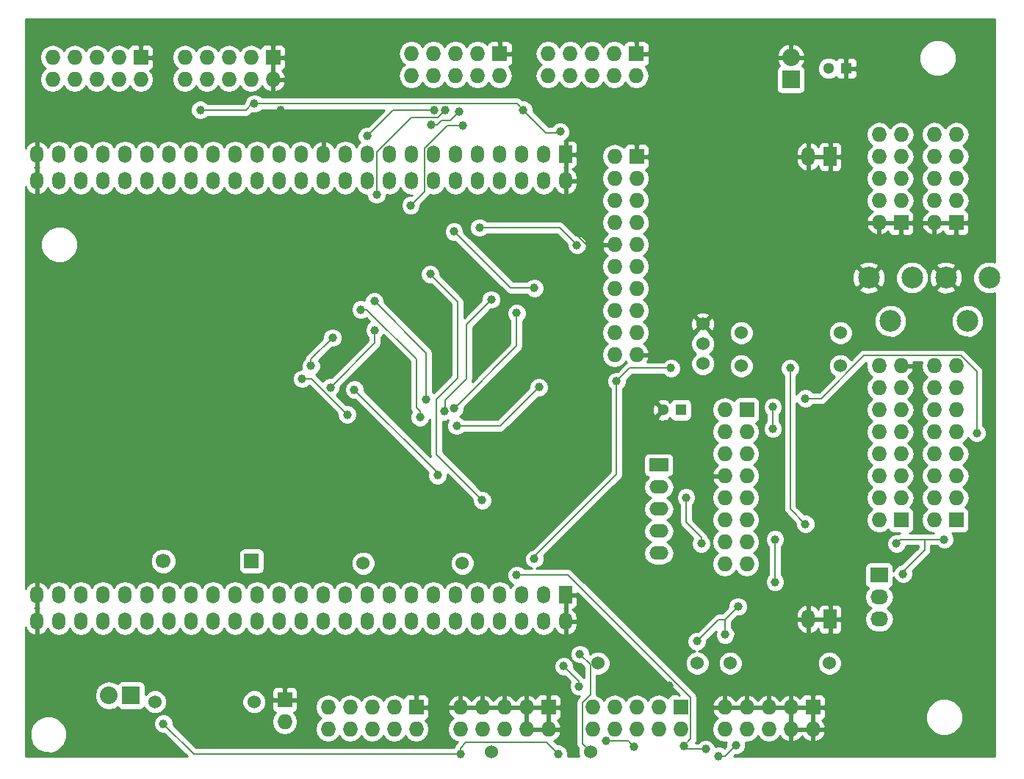
<source format=gbr>
G04 #@! TF.FileFunction,Copper,L1,Top,Signal*
%FSLAX46Y46*%
G04 Gerber Fmt 4.6, Leading zero omitted, Abs format (unit mm)*
G04 Created by KiCad (PCBNEW 4.0.2-stable) date 15/07/2016 00:57:04*
%MOMM*%
G01*
G04 APERTURE LIST*
%ADD10C,0.100000*%
%ADD11R,1.500000X2.200000*%
%ADD12O,1.500000X2.200000*%
%ADD13O,1.500000X2.000000*%
%ADD14R,1.500000X2.000000*%
%ADD15R,1.300000X1.300000*%
%ADD16C,1.300000*%
%ADD17C,1.699260*%
%ADD18R,1.699260X1.699260*%
%ADD19R,1.727200X1.727200*%
%ADD20O,1.727200X1.727200*%
%ADD21R,2.032000X2.032000*%
%ADD22O,2.032000X2.032000*%
%ADD23R,2.032000X1.727200*%
%ADD24O,2.032000X1.727200*%
%ADD25R,2.199640X1.524000*%
%ADD26O,2.199640X1.524000*%
%ADD27C,1.524000*%
%ADD28C,2.499360*%
%ADD29C,1.000000*%
%ADD30C,0.200000*%
%ADD31C,0.254000*%
G04 APERTURE END LIST*
D10*
D11*
X200100000Y-107950000D03*
D12*
X197560000Y-107950000D03*
D13*
X108660000Y-105160000D03*
X111200000Y-105160000D03*
X113740000Y-105160000D03*
X116280000Y-105160000D03*
X118820000Y-105160000D03*
X121360000Y-105160000D03*
X123900000Y-105160000D03*
X126440000Y-105160000D03*
X128980000Y-105160000D03*
X131520000Y-105160000D03*
X134060000Y-105160000D03*
X136600000Y-105160000D03*
X139140000Y-105160000D03*
X141680000Y-105160000D03*
X144220000Y-105160000D03*
X146760000Y-105160000D03*
X149300000Y-105160000D03*
X151840000Y-105160000D03*
X154380000Y-105160000D03*
X156920000Y-105160000D03*
X159460000Y-105160000D03*
X162000000Y-105160000D03*
X164540000Y-105160000D03*
X167080000Y-105160000D03*
D14*
X169620000Y-105160000D03*
D13*
X169620000Y-108200000D03*
X167080000Y-108200000D03*
X164540000Y-108200000D03*
X162000000Y-108200000D03*
X159460000Y-108200000D03*
X156920000Y-108200000D03*
X154380000Y-108200000D03*
X151840000Y-108200000D03*
X149300000Y-108200000D03*
X146760000Y-108200000D03*
X144220000Y-108200000D03*
X141680000Y-108200000D03*
X139140000Y-108200000D03*
X136600000Y-108200000D03*
X134060000Y-108200000D03*
X131520000Y-108200000D03*
X128980000Y-108200000D03*
X126440000Y-108200000D03*
X123900000Y-108200000D03*
X121360000Y-108200000D03*
X118820000Y-108200000D03*
X116280000Y-108200000D03*
X113740000Y-108200000D03*
X111200000Y-108200000D03*
X108660000Y-108200000D03*
X108660000Y-57400000D03*
X111200000Y-57400000D03*
X113740000Y-57400000D03*
X116280000Y-57400000D03*
X118820000Y-57400000D03*
X121360000Y-57400000D03*
X123900000Y-57400000D03*
X126440000Y-57400000D03*
X128980000Y-57400000D03*
X131520000Y-57400000D03*
X134060000Y-57400000D03*
X136600000Y-57400000D03*
X139140000Y-57400000D03*
X141680000Y-57400000D03*
X144220000Y-57400000D03*
X146760000Y-57400000D03*
X149300000Y-57400000D03*
X151840000Y-57400000D03*
X154380000Y-57400000D03*
X156920000Y-57400000D03*
X159460000Y-57400000D03*
X162000000Y-57400000D03*
X164540000Y-57400000D03*
X167080000Y-57400000D03*
X169620000Y-57400000D03*
D14*
X169620000Y-54360000D03*
D13*
X167080000Y-54360000D03*
X164540000Y-54360000D03*
X162000000Y-54360000D03*
X159460000Y-54360000D03*
X156920000Y-54360000D03*
X154380000Y-54360000D03*
X151840000Y-54360000D03*
X149300000Y-54360000D03*
X146760000Y-54360000D03*
X144220000Y-54360000D03*
X141680000Y-54360000D03*
X139140000Y-54360000D03*
X136600000Y-54360000D03*
X134060000Y-54360000D03*
X131520000Y-54360000D03*
X128980000Y-54360000D03*
X126440000Y-54360000D03*
X123900000Y-54360000D03*
X121360000Y-54360000D03*
X118820000Y-54360000D03*
X116280000Y-54360000D03*
X113740000Y-54360000D03*
X111200000Y-54360000D03*
X108660000Y-54360000D03*
D12*
X197560000Y-54610000D03*
D11*
X200100000Y-54610000D03*
D15*
X182880000Y-83820000D03*
D16*
X180880000Y-83820000D03*
D15*
X201930000Y-44450000D03*
D16*
X199930000Y-44450000D03*
D17*
X123250000Y-101250000D03*
D18*
X133410000Y-101250000D03*
D19*
X177800000Y-54610000D03*
D20*
X175260000Y-54610000D03*
X177800000Y-57150000D03*
X175260000Y-57150000D03*
X177800000Y-59690000D03*
X175260000Y-59690000D03*
X177800000Y-62230000D03*
X175260000Y-62230000D03*
X177800000Y-64770000D03*
X175260000Y-64770000D03*
X177800000Y-67310000D03*
X175260000Y-67310000D03*
X177800000Y-69850000D03*
X175260000Y-69850000D03*
X177800000Y-72390000D03*
X175260000Y-72390000D03*
X177800000Y-74930000D03*
X175260000Y-74930000D03*
X177800000Y-77470000D03*
X175260000Y-77470000D03*
D19*
X190500000Y-83820000D03*
D20*
X187960000Y-83820000D03*
X190500000Y-86360000D03*
X187960000Y-86360000D03*
X190500000Y-88900000D03*
X187960000Y-88900000D03*
X190500000Y-91440000D03*
X187960000Y-91440000D03*
X190500000Y-93980000D03*
X187960000Y-93980000D03*
X190500000Y-96520000D03*
X187960000Y-96520000D03*
X190500000Y-99060000D03*
X187960000Y-99060000D03*
X190500000Y-101600000D03*
X187960000Y-101600000D03*
D21*
X195580000Y-45720000D03*
D22*
X195580000Y-43180000D03*
D19*
X198120000Y-118110000D03*
D20*
X198120000Y-120650000D03*
X195580000Y-118110000D03*
X195580000Y-120650000D03*
X193040000Y-118110000D03*
X193040000Y-120650000D03*
X190500000Y-118110000D03*
X190500000Y-120650000D03*
X187960000Y-118110000D03*
X187960000Y-120650000D03*
D19*
X167640000Y-118110000D03*
D20*
X167640000Y-120650000D03*
X165100000Y-118110000D03*
X165100000Y-120650000D03*
X162560000Y-118110000D03*
X162560000Y-120650000D03*
X160020000Y-118110000D03*
X160020000Y-120650000D03*
X157480000Y-118110000D03*
X157480000Y-120650000D03*
D19*
X177750000Y-42750000D03*
D20*
X177750000Y-45290000D03*
X175210000Y-42750000D03*
X175210000Y-45290000D03*
X172670000Y-42750000D03*
X172670000Y-45290000D03*
X170130000Y-42750000D03*
X170130000Y-45290000D03*
X167590000Y-42750000D03*
X167590000Y-45290000D03*
D19*
X162000000Y-42750000D03*
D20*
X162000000Y-45290000D03*
X159460000Y-42750000D03*
X159460000Y-45290000D03*
X156920000Y-42750000D03*
X156920000Y-45290000D03*
X154380000Y-42750000D03*
X154380000Y-45290000D03*
X151840000Y-42750000D03*
X151840000Y-45290000D03*
D19*
X214630000Y-62230000D03*
D20*
X212090000Y-62230000D03*
X214630000Y-59690000D03*
X212090000Y-59690000D03*
X214630000Y-57150000D03*
X212090000Y-57150000D03*
X214630000Y-54610000D03*
X212090000Y-54610000D03*
X214630000Y-52070000D03*
X212090000Y-52070000D03*
D19*
X120650000Y-43180000D03*
D20*
X120650000Y-45720000D03*
X118110000Y-43180000D03*
X118110000Y-45720000D03*
X115570000Y-43180000D03*
X115570000Y-45720000D03*
X113030000Y-43180000D03*
X113030000Y-45720000D03*
X110490000Y-43180000D03*
X110490000Y-45720000D03*
D19*
X182880000Y-118110000D03*
D20*
X182880000Y-120650000D03*
X180340000Y-118110000D03*
X180340000Y-120650000D03*
X177800000Y-118110000D03*
X177800000Y-120650000D03*
X175260000Y-118110000D03*
X175260000Y-120650000D03*
X172720000Y-118110000D03*
X172720000Y-120650000D03*
D19*
X152400000Y-118110000D03*
D20*
X152400000Y-120650000D03*
X149860000Y-118110000D03*
X149860000Y-120650000D03*
X147320000Y-118110000D03*
X147320000Y-120650000D03*
X144780000Y-118110000D03*
X144780000Y-120650000D03*
X142240000Y-118110000D03*
X142240000Y-120650000D03*
D19*
X214630000Y-96520000D03*
D20*
X212090000Y-96520000D03*
X214630000Y-93980000D03*
X212090000Y-93980000D03*
X214630000Y-91440000D03*
X212090000Y-91440000D03*
X214630000Y-88900000D03*
X212090000Y-88900000D03*
X214630000Y-86360000D03*
X212090000Y-86360000D03*
X214630000Y-83820000D03*
X212090000Y-83820000D03*
X214630000Y-81280000D03*
X212090000Y-81280000D03*
X214630000Y-78740000D03*
X212090000Y-78740000D03*
D19*
X208280000Y-96520000D03*
D20*
X205740000Y-96520000D03*
X208280000Y-93980000D03*
X205740000Y-93980000D03*
X208280000Y-91440000D03*
X205740000Y-91440000D03*
X208280000Y-88900000D03*
X205740000Y-88900000D03*
X208280000Y-86360000D03*
X205740000Y-86360000D03*
X208280000Y-83820000D03*
X205740000Y-83820000D03*
X208280000Y-81280000D03*
X205740000Y-81280000D03*
X208280000Y-78740000D03*
X205740000Y-78740000D03*
D23*
X205740000Y-102870000D03*
D24*
X205740000Y-105410000D03*
X205740000Y-107950000D03*
D19*
X135890000Y-43180000D03*
D20*
X135890000Y-45720000D03*
X133350000Y-43180000D03*
X133350000Y-45720000D03*
X130810000Y-43180000D03*
X130810000Y-45720000D03*
X128270000Y-43180000D03*
X128270000Y-45720000D03*
X125730000Y-43180000D03*
X125730000Y-45720000D03*
D21*
X119500000Y-116750000D03*
D22*
X116960000Y-116750000D03*
D19*
X208280000Y-62230000D03*
D20*
X205740000Y-62230000D03*
X208280000Y-59690000D03*
X205740000Y-59690000D03*
X208280000Y-57150000D03*
X205740000Y-57150000D03*
X208280000Y-54610000D03*
X205740000Y-54610000D03*
X208280000Y-52070000D03*
X205740000Y-52070000D03*
D25*
X180340000Y-90170000D03*
D26*
X180340000Y-92710000D03*
X180340000Y-95250000D03*
X180340000Y-97790000D03*
X180340000Y-100330000D03*
D27*
X133715000Y-117500000D03*
X122285000Y-117500000D03*
X200025000Y-113030000D03*
X188595000Y-113030000D03*
X161035000Y-123250000D03*
X172465000Y-123250000D03*
X201295000Y-78740000D03*
X189865000Y-78740000D03*
X157715000Y-101500000D03*
X146285000Y-101500000D03*
X173355000Y-113030000D03*
X184785000Y-113030000D03*
X189865000Y-74930000D03*
X201295000Y-74930000D03*
D28*
X215940640Y-73578720D03*
X213441280Y-68580000D03*
X218440000Y-68580000D03*
X207050640Y-73578720D03*
X204551280Y-68580000D03*
X209550000Y-68580000D03*
D19*
X137250000Y-117250000D03*
D20*
X137250000Y-119790000D03*
D27*
X185420000Y-76200000D03*
X185420000Y-73914000D03*
X185420000Y-78486000D03*
D29*
X193750000Y-103670020D03*
X193750000Y-98750000D03*
X173500000Y-64750000D03*
X167000000Y-59750000D03*
X136750000Y-49300020D03*
X141250000Y-52000000D03*
X211500000Y-71750000D03*
X212250000Y-75250000D03*
X181556527Y-115650724D03*
X173250000Y-110500000D03*
X156250000Y-114750000D03*
X150103600Y-114750000D03*
X152400000Y-118110000D03*
X134750000Y-115750000D03*
X108750000Y-110250000D03*
X166000000Y-101000000D03*
X171250000Y-112000000D03*
X184750000Y-110500000D03*
X188000000Y-109750000D03*
X189500000Y-106500000D03*
X208500000Y-102750000D03*
X207750000Y-99250000D03*
X213250000Y-98750000D03*
X181750000Y-79000000D03*
X175500000Y-80500000D03*
X189250000Y-122500000D03*
X187250000Y-123750000D03*
X168750000Y-123500000D03*
X157500000Y-123500000D03*
X123250000Y-120000000D03*
X154868230Y-91368230D03*
X145250000Y-81500000D03*
X155609151Y-83992664D03*
X161048180Y-71100957D03*
X156765727Y-83672726D03*
X163959301Y-72659301D03*
X144431472Y-84358629D03*
X139250000Y-80250000D03*
X166012800Y-69762800D03*
X156750000Y-63250000D03*
X170929257Y-64810657D03*
X159699980Y-62800006D03*
X193500000Y-83500000D03*
X193500000Y-86000000D03*
X197250000Y-82500000D03*
X217000000Y-86500000D03*
X183500000Y-93929728D03*
X185250000Y-99250000D03*
X152838033Y-84661179D03*
X146000000Y-72250000D03*
X153538886Y-82592513D03*
X147583025Y-71285576D03*
X133750000Y-48500000D03*
X127500000Y-49250000D03*
X169000000Y-51750000D03*
X164750000Y-49250000D03*
X163985431Y-102866532D03*
X183250000Y-122549969D03*
X185750000Y-122949980D03*
X157750000Y-51038000D03*
X151750000Y-60250000D03*
X155723000Y-49300020D03*
X147828000Y-58999980D03*
X154483021Y-49300020D03*
X146750000Y-52250000D03*
X171144471Y-115696508D03*
X169398601Y-113384937D03*
X177504805Y-122626080D03*
X154002186Y-68169316D03*
X174250000Y-122000000D03*
X160000000Y-94250000D03*
X157323021Y-49467456D03*
X154130010Y-50940700D03*
X142750000Y-75500000D03*
X140250000Y-78750000D03*
X147611830Y-74618692D03*
X142500000Y-81250000D03*
X195500000Y-79000000D03*
X197250000Y-97000000D03*
X157049970Y-85666450D03*
X166550020Y-81200000D03*
D30*
X193750000Y-98750000D02*
X193750000Y-103670020D01*
X172000000Y-64750000D02*
X173500000Y-64750000D01*
X167000000Y-59750000D02*
X172000000Y-64750000D01*
X137249999Y-49800019D02*
X136750000Y-49300020D01*
X139449980Y-52000000D02*
X137249999Y-49800019D01*
X141250000Y-52000000D02*
X139449980Y-52000000D01*
X211500000Y-73792894D02*
X211500000Y-71750000D01*
X212250000Y-75250000D02*
X212250000Y-74542894D01*
X212250000Y-74542894D02*
X211500000Y-73792894D01*
X181056528Y-115150725D02*
X181556527Y-115650724D01*
X176405803Y-110500000D02*
X181056528Y-115150725D01*
X173250000Y-110500000D02*
X176405803Y-110500000D01*
X173250000Y-110500000D02*
X160500000Y-110500000D01*
X160500000Y-110500000D02*
X156250000Y-114750000D01*
X154120000Y-114750000D02*
X156250000Y-114750000D01*
X150103600Y-114750000D02*
X154120000Y-114750000D01*
X133750000Y-114750000D02*
X150103600Y-114750000D01*
X112542894Y-114750000D02*
X133750000Y-114750000D01*
X133750000Y-114750000D02*
X134750000Y-115750000D01*
X108750000Y-110250000D02*
X108750000Y-110957106D01*
X108750000Y-110957106D02*
X112542894Y-114750000D01*
X175500000Y-91250000D02*
X166000000Y-100750000D01*
X166000000Y-100750000D02*
X166000000Y-101000000D01*
X175500000Y-80500000D02*
X175500000Y-91250000D01*
X172465000Y-123250000D02*
X171556399Y-122341399D01*
X171556399Y-122341399D02*
X171556399Y-117551471D01*
X171556399Y-117551471D02*
X172465000Y-116642870D01*
X172465000Y-116642870D02*
X172465000Y-113215000D01*
X172465000Y-113215000D02*
X171250000Y-112000000D01*
X184750000Y-110500000D02*
X187250000Y-108000000D01*
X187250000Y-108000000D02*
X188000000Y-108000000D01*
X189500000Y-106500000D02*
X188000000Y-108000000D01*
X188000000Y-108000000D02*
X188000000Y-109750000D01*
X211000000Y-100000000D02*
X208500000Y-102500000D01*
X208500000Y-102500000D02*
X208500000Y-102750000D01*
X211000000Y-98750000D02*
X208250000Y-98750000D01*
X213250000Y-98750000D02*
X211000000Y-98750000D01*
X211000000Y-98750000D02*
X211000000Y-100000000D01*
X208250000Y-98750000D02*
X207750000Y-99250000D01*
X175500000Y-80500000D02*
X177000000Y-79000000D01*
X177000000Y-79000000D02*
X181750000Y-79000000D01*
X187250000Y-123750000D02*
X188000000Y-123750000D01*
X188000000Y-123750000D02*
X189250000Y-122500000D01*
X167437999Y-122187999D02*
X168750000Y-123500000D01*
X157500000Y-123500000D02*
X157500000Y-122792894D01*
X157500000Y-122792894D02*
X158104895Y-122187999D01*
X158104895Y-122187999D02*
X167437999Y-122187999D01*
X126750000Y-123500000D02*
X157500000Y-123500000D01*
X123250000Y-120000000D02*
X126750000Y-123500000D01*
X145250000Y-81500000D02*
X154868230Y-91118230D01*
X154868230Y-91118230D02*
X154868230Y-91368230D01*
X158174080Y-73975057D02*
X158174080Y-80250360D01*
X158174080Y-80250360D02*
X155758721Y-82665719D01*
X161048180Y-71100957D02*
X158174080Y-73975057D01*
X155758721Y-82665719D02*
X155758721Y-83843094D01*
X155758721Y-83843094D02*
X155609151Y-83992664D01*
X157265726Y-83172727D02*
X156765727Y-83672726D01*
X163959301Y-72659301D02*
X163959301Y-76479152D01*
X163959301Y-76479152D02*
X157265726Y-83172727D01*
X143931473Y-83858630D02*
X144431472Y-84358629D01*
X139250000Y-80250000D02*
X140322843Y-80250000D01*
X140322843Y-80250000D02*
X143931473Y-83858630D01*
X156750000Y-63250000D02*
X163262800Y-69762800D01*
X163262800Y-69762800D02*
X165305694Y-69762800D01*
X165305694Y-69762800D02*
X166012800Y-69762800D01*
X170429258Y-64310658D02*
X170929257Y-64810657D01*
X168918606Y-62800006D02*
X170429258Y-64310658D01*
X159699980Y-62800006D02*
X168918606Y-62800006D01*
X193500000Y-85292894D02*
X193500000Y-83500000D01*
X193500000Y-86000000D02*
X193500000Y-85292894D01*
X217000000Y-86500000D02*
X217000000Y-79387870D01*
X217000000Y-79387870D02*
X215188529Y-77576399D01*
X215188529Y-77576399D02*
X204030363Y-77576399D01*
X204030363Y-77576399D02*
X199106762Y-82500000D01*
X199106762Y-82500000D02*
X197957106Y-82500000D01*
X197957106Y-82500000D02*
X197250000Y-82500000D01*
X183500000Y-96792894D02*
X183500000Y-93929728D01*
X185250000Y-99250000D02*
X185250000Y-98542894D01*
X185250000Y-98542894D02*
X183500000Y-96792894D01*
X152838033Y-83954073D02*
X152838033Y-84661179D01*
X146707106Y-72250000D02*
X152401676Y-77944570D01*
X152401676Y-83517716D02*
X152838033Y-83954073D01*
X152401676Y-77944570D02*
X152401676Y-83517716D01*
X146000000Y-72250000D02*
X146707106Y-72250000D01*
X153538886Y-81885407D02*
X153538886Y-82592513D01*
X153538886Y-77241437D02*
X153538886Y-81885407D01*
X147583025Y-71285576D02*
X153538886Y-77241437D01*
X133750000Y-48500000D02*
X164000000Y-48500000D01*
X164000000Y-48500000D02*
X164750000Y-49250000D01*
X132750000Y-49250000D02*
X133500000Y-48500000D01*
X133500000Y-48500000D02*
X133750000Y-48500000D01*
X127500000Y-49250000D02*
X132750000Y-49250000D01*
X164750000Y-49250000D02*
X167359968Y-51859968D01*
X167359968Y-51859968D02*
X168890032Y-51859968D01*
X168890032Y-51859968D02*
X169000000Y-51750000D01*
X184043601Y-117006399D02*
X169903734Y-102866532D01*
X169903734Y-102866532D02*
X164692537Y-102866532D01*
X184043601Y-121756368D02*
X184043601Y-117006399D01*
X183250000Y-122549969D02*
X184043601Y-121756368D01*
X164692537Y-102866532D02*
X163985431Y-102866532D01*
X185750000Y-122949980D02*
X183650011Y-122949980D01*
X183650011Y-122949980D02*
X183250000Y-122549969D01*
X156005062Y-51000000D02*
X157712000Y-51000000D01*
X157712000Y-51000000D02*
X157750000Y-51038000D01*
X151750000Y-60250000D02*
X153329990Y-58670010D01*
X153329990Y-58670010D02*
X153329990Y-53675072D01*
X153329990Y-53675072D02*
X156005062Y-51000000D01*
X151825041Y-50100021D02*
X154922999Y-50100021D01*
X155223001Y-49800019D02*
X155723000Y-49300020D01*
X154922999Y-50100021D02*
X155223001Y-49800019D01*
X147828000Y-58999980D02*
X147828000Y-54097062D01*
X147828000Y-54097062D02*
X151825041Y-50100021D01*
X153775915Y-49300020D02*
X154483021Y-49300020D01*
X152300020Y-49300020D02*
X153775915Y-49300020D01*
X152250000Y-49250000D02*
X152300020Y-49300020D01*
X152250000Y-49250000D02*
X152109362Y-49250000D01*
X146750000Y-52250000D02*
X149750000Y-49250000D01*
X149750000Y-49250000D02*
X152250000Y-49250000D01*
X146760000Y-54599362D02*
X146760000Y-54610000D01*
X169398601Y-113384937D02*
X171144471Y-115130807D01*
X171144471Y-115130807D02*
X171144471Y-115696508D01*
X160000000Y-94250000D02*
X154705489Y-88955489D01*
X157162660Y-80132821D02*
X157162660Y-71329790D01*
X154705489Y-82589992D02*
X157162660Y-80132821D01*
X154705489Y-88955489D02*
X154705489Y-82589992D01*
X157162660Y-71329790D02*
X154502185Y-68669315D01*
X154502185Y-68669315D02*
X154002186Y-68169316D01*
X174250000Y-122000000D02*
X176878725Y-122000000D01*
X176878725Y-122000000D02*
X177004806Y-122126081D01*
X177004806Y-122126081D02*
X177504805Y-122626080D01*
X154130010Y-50940700D02*
X154837116Y-50940700D01*
X154837116Y-50940700D02*
X155312472Y-50465344D01*
X155312472Y-50465344D02*
X156325133Y-50465344D01*
X156325133Y-50465344D02*
X156823022Y-49967455D01*
X156823022Y-49967455D02*
X157323021Y-49467456D01*
X140250000Y-78750000D02*
X140250000Y-78000000D01*
X140250000Y-78000000D02*
X142750000Y-75500000D01*
X142500000Y-75750000D02*
X142750000Y-75500000D01*
X147611830Y-76000000D02*
X147611830Y-75325798D01*
X142500000Y-81250000D02*
X147611830Y-76138170D01*
X147611830Y-76138170D02*
X147611830Y-76000000D01*
X147611830Y-75325798D02*
X147611830Y-74618692D01*
X195500000Y-79000000D02*
X195500000Y-95250000D01*
X195500000Y-95250000D02*
X197250000Y-97000000D01*
X162083570Y-85666450D02*
X157757076Y-85666450D01*
X166550020Y-81200000D02*
X162083570Y-85666450D01*
X157757076Y-85666450D02*
X157049970Y-85666450D01*
D31*
G36*
X219025000Y-66782212D02*
X218816531Y-66695648D01*
X218066759Y-66694994D01*
X217373809Y-66981314D01*
X216843178Y-67511021D01*
X216555648Y-68203469D01*
X216554994Y-68953241D01*
X216841314Y-69646191D01*
X217371021Y-70176822D01*
X218063469Y-70464352D01*
X218813241Y-70465006D01*
X219025000Y-70377509D01*
X219025000Y-123775000D01*
X189014446Y-123775000D01*
X189154529Y-123634918D01*
X189474775Y-123635197D01*
X189892086Y-123462767D01*
X190211645Y-123143765D01*
X190384803Y-122726756D01*
X190385197Y-122275225D01*
X190331128Y-122144368D01*
X190500000Y-122177959D01*
X191073489Y-122063885D01*
X191559670Y-121739029D01*
X191770000Y-121424248D01*
X191980330Y-121739029D01*
X192466511Y-122063885D01*
X193040000Y-122177959D01*
X193613489Y-122063885D01*
X194099670Y-121739029D01*
X194315664Y-121415772D01*
X194373179Y-121538490D01*
X194805053Y-121932688D01*
X195220974Y-122104958D01*
X195453000Y-121983817D01*
X195453000Y-120777000D01*
X195707000Y-120777000D01*
X195707000Y-121983817D01*
X195939026Y-122104958D01*
X196354947Y-121932688D01*
X196786821Y-121538490D01*
X196850000Y-121403687D01*
X196913179Y-121538490D01*
X197345053Y-121932688D01*
X197760974Y-122104958D01*
X197993000Y-121983817D01*
X197993000Y-120777000D01*
X198247000Y-120777000D01*
X198247000Y-121983817D01*
X198479026Y-122104958D01*
X198894947Y-121932688D01*
X199326821Y-121538490D01*
X199574968Y-121009027D01*
X199454469Y-120777000D01*
X198247000Y-120777000D01*
X197993000Y-120777000D01*
X195707000Y-120777000D01*
X195453000Y-120777000D01*
X195433000Y-120777000D01*
X195433000Y-120523000D01*
X195453000Y-120523000D01*
X195453000Y-118237000D01*
X195707000Y-118237000D01*
X195707000Y-120523000D01*
X197993000Y-120523000D01*
X197993000Y-118237000D01*
X198247000Y-118237000D01*
X198247000Y-120523000D01*
X199454469Y-120523000D01*
X199574968Y-120290973D01*
X199326821Y-119761510D01*
X199229650Y-119672815D01*
X211114630Y-119672815D01*
X211438980Y-120457800D01*
X212039041Y-121058909D01*
X212823459Y-121384628D01*
X213672815Y-121385370D01*
X214457800Y-121061020D01*
X215058909Y-120460959D01*
X215384628Y-119676541D01*
X215385370Y-118827185D01*
X215061020Y-118042200D01*
X214460959Y-117441091D01*
X213676541Y-117115372D01*
X212827185Y-117114630D01*
X212042200Y-117438980D01*
X211441091Y-118039041D01*
X211115372Y-118823459D01*
X211114630Y-119672815D01*
X199229650Y-119672815D01*
X199143881Y-119594529D01*
X199343299Y-119511927D01*
X199521927Y-119333298D01*
X199618600Y-119099909D01*
X199618600Y-118395750D01*
X199459850Y-118237000D01*
X198247000Y-118237000D01*
X197993000Y-118237000D01*
X195707000Y-118237000D01*
X195453000Y-118237000D01*
X193167000Y-118237000D01*
X193167000Y-118257000D01*
X192913000Y-118257000D01*
X192913000Y-118237000D01*
X190627000Y-118237000D01*
X190627000Y-118257000D01*
X190373000Y-118257000D01*
X190373000Y-118237000D01*
X188087000Y-118237000D01*
X188087000Y-118257000D01*
X187833000Y-118257000D01*
X187833000Y-118237000D01*
X186625531Y-118237000D01*
X186505032Y-118469027D01*
X186753179Y-118998490D01*
X187171161Y-119380008D01*
X186900330Y-119560971D01*
X186575474Y-120047152D01*
X186461400Y-120620641D01*
X186461400Y-120679359D01*
X186575474Y-121252848D01*
X186900330Y-121739029D01*
X187386511Y-122063885D01*
X187960000Y-122177959D01*
X188172298Y-122135730D01*
X188115197Y-122273244D01*
X188114916Y-122595638D01*
X187907969Y-122802584D01*
X187893765Y-122788355D01*
X187476756Y-122615197D01*
X187025225Y-122614803D01*
X186866653Y-122680324D01*
X186712767Y-122307894D01*
X186393765Y-121988335D01*
X185976756Y-121815177D01*
X185525225Y-121814783D01*
X185107914Y-121987213D01*
X184879749Y-122214980D01*
X184604158Y-122214980D01*
X184722652Y-122037640D01*
X184732459Y-121988335D01*
X184778601Y-121756368D01*
X184778601Y-117750973D01*
X186505032Y-117750973D01*
X186625531Y-117983000D01*
X187833000Y-117983000D01*
X187833000Y-116776183D01*
X188087000Y-116776183D01*
X188087000Y-117983000D01*
X190373000Y-117983000D01*
X190373000Y-116776183D01*
X190627000Y-116776183D01*
X190627000Y-117983000D01*
X192913000Y-117983000D01*
X192913000Y-116776183D01*
X193167000Y-116776183D01*
X193167000Y-117983000D01*
X195453000Y-117983000D01*
X195453000Y-116776183D01*
X195707000Y-116776183D01*
X195707000Y-117983000D01*
X197993000Y-117983000D01*
X197993000Y-116770150D01*
X198247000Y-116770150D01*
X198247000Y-117983000D01*
X199459850Y-117983000D01*
X199618600Y-117824250D01*
X199618600Y-117120091D01*
X199521927Y-116886702D01*
X199343299Y-116708073D01*
X199109910Y-116611400D01*
X198405750Y-116611400D01*
X198247000Y-116770150D01*
X197993000Y-116770150D01*
X197834250Y-116611400D01*
X197130090Y-116611400D01*
X196896701Y-116708073D01*
X196718073Y-116886702D01*
X196636300Y-117084120D01*
X196354947Y-116827312D01*
X195939026Y-116655042D01*
X195707000Y-116776183D01*
X195453000Y-116776183D01*
X195220974Y-116655042D01*
X194805053Y-116827312D01*
X194373179Y-117221510D01*
X194310000Y-117356313D01*
X194246821Y-117221510D01*
X193814947Y-116827312D01*
X193399026Y-116655042D01*
X193167000Y-116776183D01*
X192913000Y-116776183D01*
X192680974Y-116655042D01*
X192265053Y-116827312D01*
X191833179Y-117221510D01*
X191770000Y-117356313D01*
X191706821Y-117221510D01*
X191274947Y-116827312D01*
X190859026Y-116655042D01*
X190627000Y-116776183D01*
X190373000Y-116776183D01*
X190140974Y-116655042D01*
X189725053Y-116827312D01*
X189293179Y-117221510D01*
X189230000Y-117356313D01*
X189166821Y-117221510D01*
X188734947Y-116827312D01*
X188319026Y-116655042D01*
X188087000Y-116776183D01*
X187833000Y-116776183D01*
X187600974Y-116655042D01*
X187185053Y-116827312D01*
X186753179Y-117221510D01*
X186505032Y-117750973D01*
X184778601Y-117750973D01*
X184778601Y-117006399D01*
X184722652Y-116725127D01*
X184678651Y-116659275D01*
X184563325Y-116486676D01*
X181383310Y-113306661D01*
X183387758Y-113306661D01*
X183599990Y-113820303D01*
X183992630Y-114213629D01*
X184505900Y-114426757D01*
X185061661Y-114427242D01*
X185575303Y-114215010D01*
X185968629Y-113822370D01*
X186181757Y-113309100D01*
X186181759Y-113306661D01*
X187197758Y-113306661D01*
X187409990Y-113820303D01*
X187802630Y-114213629D01*
X188315900Y-114426757D01*
X188871661Y-114427242D01*
X189385303Y-114215010D01*
X189778629Y-113822370D01*
X189991757Y-113309100D01*
X189991759Y-113306661D01*
X198627758Y-113306661D01*
X198839990Y-113820303D01*
X199232630Y-114213629D01*
X199745900Y-114426757D01*
X200301661Y-114427242D01*
X200815303Y-114215010D01*
X201208629Y-113822370D01*
X201421757Y-113309100D01*
X201422242Y-112753339D01*
X201210010Y-112239697D01*
X200817370Y-111846371D01*
X200304100Y-111633243D01*
X199748339Y-111632758D01*
X199234697Y-111844990D01*
X198841371Y-112237630D01*
X198628243Y-112750900D01*
X198627758Y-113306661D01*
X189991759Y-113306661D01*
X189992242Y-112753339D01*
X189780010Y-112239697D01*
X189387370Y-111846371D01*
X188874100Y-111633243D01*
X188318339Y-111632758D01*
X187804697Y-111844990D01*
X187411371Y-112237630D01*
X187198243Y-112750900D01*
X187197758Y-113306661D01*
X186181759Y-113306661D01*
X186182242Y-112753339D01*
X185970010Y-112239697D01*
X185577370Y-111846371D01*
X185064100Y-111633243D01*
X184979682Y-111633169D01*
X185392086Y-111462767D01*
X185711645Y-111143765D01*
X185884803Y-110726756D01*
X185885084Y-110404362D01*
X186935493Y-109353954D01*
X186865197Y-109523244D01*
X186864803Y-109974775D01*
X187037233Y-110392086D01*
X187356235Y-110711645D01*
X187773244Y-110884803D01*
X188224775Y-110885197D01*
X188642086Y-110712767D01*
X188961645Y-110393765D01*
X189134803Y-109976756D01*
X189135197Y-109525225D01*
X188962767Y-109107914D01*
X188735000Y-108879749D01*
X188735000Y-108304446D01*
X188962446Y-108077000D01*
X196175000Y-108077000D01*
X196175000Y-108427000D01*
X196329028Y-108947349D01*
X196670460Y-109369145D01*
X197147316Y-109628173D01*
X197218815Y-109642318D01*
X197433000Y-109519656D01*
X197433000Y-108077000D01*
X197687000Y-108077000D01*
X197687000Y-109519656D01*
X197901185Y-109642318D01*
X197972684Y-109628173D01*
X198449540Y-109369145D01*
X198715000Y-109041203D01*
X198715000Y-109176310D01*
X198811673Y-109409699D01*
X198990302Y-109588327D01*
X199223691Y-109685000D01*
X199814250Y-109685000D01*
X199973000Y-109526250D01*
X199973000Y-108077000D01*
X200227000Y-108077000D01*
X200227000Y-109526250D01*
X200385750Y-109685000D01*
X200976309Y-109685000D01*
X201209698Y-109588327D01*
X201388327Y-109409699D01*
X201485000Y-109176310D01*
X201485000Y-108235750D01*
X201326250Y-108077000D01*
X200227000Y-108077000D01*
X199973000Y-108077000D01*
X197687000Y-108077000D01*
X197433000Y-108077000D01*
X196175000Y-108077000D01*
X188962446Y-108077000D01*
X189404529Y-107634918D01*
X189724775Y-107635197D01*
X190117320Y-107473000D01*
X196175000Y-107473000D01*
X196175000Y-107823000D01*
X197433000Y-107823000D01*
X197433000Y-106380344D01*
X197687000Y-106380344D01*
X197687000Y-107823000D01*
X199973000Y-107823000D01*
X199973000Y-106373750D01*
X200227000Y-106373750D01*
X200227000Y-107823000D01*
X201326250Y-107823000D01*
X201485000Y-107664250D01*
X201485000Y-106723690D01*
X201388327Y-106490301D01*
X201209698Y-106311673D01*
X200976309Y-106215000D01*
X200385750Y-106215000D01*
X200227000Y-106373750D01*
X199973000Y-106373750D01*
X199814250Y-106215000D01*
X199223691Y-106215000D01*
X198990302Y-106311673D01*
X198811673Y-106490301D01*
X198715000Y-106723690D01*
X198715000Y-106858797D01*
X198449540Y-106530855D01*
X197972684Y-106271827D01*
X197901185Y-106257682D01*
X197687000Y-106380344D01*
X197433000Y-106380344D01*
X197218815Y-106257682D01*
X197147316Y-106271827D01*
X196670460Y-106530855D01*
X196329028Y-106952651D01*
X196175000Y-107473000D01*
X190117320Y-107473000D01*
X190142086Y-107462767D01*
X190461645Y-107143765D01*
X190634803Y-106726756D01*
X190635197Y-106275225D01*
X190462767Y-105857914D01*
X190143765Y-105538355D01*
X189726756Y-105365197D01*
X189275225Y-105364803D01*
X188857914Y-105537233D01*
X188538355Y-105856235D01*
X188365197Y-106273244D01*
X188364916Y-106595638D01*
X187695554Y-107265000D01*
X187250000Y-107265000D01*
X186968728Y-107320949D01*
X186730277Y-107480276D01*
X184845471Y-109365082D01*
X184525225Y-109364803D01*
X184107914Y-109537233D01*
X183788355Y-109856235D01*
X183615197Y-110273244D01*
X183614803Y-110724775D01*
X183787233Y-111142086D01*
X184106235Y-111461645D01*
X184518340Y-111632767D01*
X184508339Y-111632758D01*
X183994697Y-111844990D01*
X183601371Y-112237630D01*
X183388243Y-112750900D01*
X183387758Y-113306661D01*
X181383310Y-113306661D01*
X170423457Y-102346809D01*
X170185006Y-102187481D01*
X169903734Y-102131532D01*
X166233645Y-102131532D01*
X166642086Y-101962767D01*
X166961645Y-101643765D01*
X167134803Y-101226756D01*
X167135197Y-100775225D01*
X167099826Y-100689620D01*
X175079446Y-92710000D01*
X178571193Y-92710000D01*
X178677533Y-93244609D01*
X178980365Y-93697828D01*
X179402664Y-93980000D01*
X178980365Y-94262172D01*
X178677533Y-94715391D01*
X178571193Y-95250000D01*
X178677533Y-95784609D01*
X178980365Y-96237828D01*
X179402664Y-96520000D01*
X178980365Y-96802172D01*
X178677533Y-97255391D01*
X178571193Y-97790000D01*
X178677533Y-98324609D01*
X178980365Y-98777828D01*
X179402664Y-99060000D01*
X178980365Y-99342172D01*
X178677533Y-99795391D01*
X178571193Y-100330000D01*
X178677533Y-100864609D01*
X178980365Y-101317828D01*
X179433584Y-101620660D01*
X179968193Y-101727000D01*
X180711807Y-101727000D01*
X181246416Y-101620660D01*
X181699635Y-101317828D01*
X182002467Y-100864609D01*
X182108807Y-100330000D01*
X182002467Y-99795391D01*
X181699635Y-99342172D01*
X181277336Y-99060000D01*
X181699635Y-98777828D01*
X182002467Y-98324609D01*
X182108807Y-97790000D01*
X182002467Y-97255391D01*
X181699635Y-96802172D01*
X181277336Y-96520000D01*
X181699635Y-96237828D01*
X182002467Y-95784609D01*
X182108807Y-95250000D01*
X182002467Y-94715391D01*
X181699635Y-94262172D01*
X181538498Y-94154503D01*
X182364803Y-94154503D01*
X182537233Y-94571814D01*
X182765000Y-94799979D01*
X182765000Y-96792894D01*
X182820949Y-97074166D01*
X182980277Y-97312617D01*
X184284112Y-98616453D01*
X184115197Y-99023244D01*
X184114803Y-99474775D01*
X184287233Y-99892086D01*
X184606235Y-100211645D01*
X185023244Y-100384803D01*
X185474775Y-100385197D01*
X185892086Y-100212767D01*
X186211645Y-99893765D01*
X186384803Y-99476756D01*
X186385197Y-99025225D01*
X186212767Y-98607914D01*
X185944473Y-98339151D01*
X185929051Y-98261622D01*
X185908106Y-98230276D01*
X185769724Y-98023171D01*
X184235000Y-96488448D01*
X184235000Y-94799743D01*
X184461645Y-94573493D01*
X184634803Y-94156484D01*
X184635197Y-93704953D01*
X184462767Y-93287642D01*
X184143765Y-92968083D01*
X183726756Y-92794925D01*
X183275225Y-92794531D01*
X182857914Y-92966961D01*
X182538355Y-93285963D01*
X182365197Y-93702972D01*
X182364803Y-94154503D01*
X181538498Y-94154503D01*
X181277336Y-93980000D01*
X181699635Y-93697828D01*
X182002467Y-93244609D01*
X182108807Y-92710000D01*
X182002467Y-92175391D01*
X181699635Y-91722172D01*
X181475870Y-91572657D01*
X181675137Y-91535162D01*
X181891261Y-91396090D01*
X182036251Y-91183890D01*
X182087260Y-90932000D01*
X182087260Y-89408000D01*
X182042982Y-89172683D01*
X181903910Y-88956559D01*
X181691710Y-88811569D01*
X181439820Y-88760560D01*
X179240180Y-88760560D01*
X179004863Y-88804838D01*
X178788739Y-88943910D01*
X178643749Y-89156110D01*
X178592740Y-89408000D01*
X178592740Y-90932000D01*
X178637018Y-91167317D01*
X178776090Y-91383441D01*
X178988290Y-91528431D01*
X179204724Y-91572260D01*
X178980365Y-91722172D01*
X178677533Y-92175391D01*
X178571193Y-92710000D01*
X175079446Y-92710000D01*
X176019724Y-91769723D01*
X176179051Y-91531272D01*
X176197206Y-91440000D01*
X176235000Y-91250000D01*
X176235000Y-83639078D01*
X179582378Y-83639078D01*
X179611917Y-84149428D01*
X179750389Y-84483729D01*
X179980984Y-84539410D01*
X180700395Y-83820000D01*
X179980984Y-83100590D01*
X179750389Y-83156271D01*
X179582378Y-83639078D01*
X176235000Y-83639078D01*
X176235000Y-82920984D01*
X180160590Y-82920984D01*
X180880000Y-83640395D01*
X180894142Y-83626252D01*
X181073748Y-83805858D01*
X181059605Y-83820000D01*
X181073748Y-83834142D01*
X180894142Y-84013748D01*
X180880000Y-83999605D01*
X180160590Y-84719016D01*
X180216271Y-84949611D01*
X180699078Y-85117622D01*
X181209428Y-85088083D01*
X181543729Y-84949611D01*
X181599410Y-84719018D01*
X181701072Y-84820680D01*
X181765910Y-84921441D01*
X181978110Y-85066431D01*
X182230000Y-85117440D01*
X183530000Y-85117440D01*
X183765317Y-85073162D01*
X183981441Y-84934090D01*
X184126431Y-84721890D01*
X184177440Y-84470000D01*
X184177440Y-83790641D01*
X186461400Y-83790641D01*
X186461400Y-83849359D01*
X186575474Y-84422848D01*
X186900330Y-84909029D01*
X187171172Y-85090000D01*
X186900330Y-85270971D01*
X186575474Y-85757152D01*
X186461400Y-86330641D01*
X186461400Y-86389359D01*
X186575474Y-86962848D01*
X186900330Y-87449029D01*
X187171172Y-87630000D01*
X186900330Y-87810971D01*
X186575474Y-88297152D01*
X186461400Y-88870641D01*
X186461400Y-88929359D01*
X186575474Y-89502848D01*
X186900330Y-89989029D01*
X187171161Y-90169992D01*
X186753179Y-90551510D01*
X186505032Y-91080973D01*
X186625531Y-91313000D01*
X187833000Y-91313000D01*
X187833000Y-91293000D01*
X188087000Y-91293000D01*
X188087000Y-91313000D01*
X188107000Y-91313000D01*
X188107000Y-91567000D01*
X188087000Y-91567000D01*
X188087000Y-91587000D01*
X187833000Y-91587000D01*
X187833000Y-91567000D01*
X186625531Y-91567000D01*
X186505032Y-91799027D01*
X186753179Y-92328490D01*
X187171161Y-92710008D01*
X186900330Y-92890971D01*
X186575474Y-93377152D01*
X186461400Y-93950641D01*
X186461400Y-94009359D01*
X186575474Y-94582848D01*
X186900330Y-95069029D01*
X187171172Y-95250000D01*
X186900330Y-95430971D01*
X186575474Y-95917152D01*
X186461400Y-96490641D01*
X186461400Y-96549359D01*
X186575474Y-97122848D01*
X186900330Y-97609029D01*
X187171172Y-97790000D01*
X186900330Y-97970971D01*
X186575474Y-98457152D01*
X186461400Y-99030641D01*
X186461400Y-99089359D01*
X186575474Y-99662848D01*
X186900330Y-100149029D01*
X187171172Y-100330000D01*
X186900330Y-100510971D01*
X186575474Y-100997152D01*
X186461400Y-101570641D01*
X186461400Y-101629359D01*
X186575474Y-102202848D01*
X186900330Y-102689029D01*
X187386511Y-103013885D01*
X187960000Y-103127959D01*
X188533489Y-103013885D01*
X189019670Y-102689029D01*
X189230000Y-102374248D01*
X189440330Y-102689029D01*
X189926511Y-103013885D01*
X190500000Y-103127959D01*
X191073489Y-103013885D01*
X191559670Y-102689029D01*
X191884526Y-102202848D01*
X191998600Y-101629359D01*
X191998600Y-101570641D01*
X191884526Y-100997152D01*
X191559670Y-100510971D01*
X191288828Y-100330000D01*
X191559670Y-100149029D01*
X191884526Y-99662848D01*
X191998600Y-99089359D01*
X191998600Y-99030641D01*
X191987488Y-98974775D01*
X192614803Y-98974775D01*
X192787233Y-99392086D01*
X193015000Y-99620251D01*
X193015000Y-102800005D01*
X192788355Y-103026255D01*
X192615197Y-103443264D01*
X192614803Y-103894795D01*
X192787233Y-104312106D01*
X193106235Y-104631665D01*
X193523244Y-104804823D01*
X193974775Y-104805217D01*
X194392086Y-104632787D01*
X194711645Y-104313785D01*
X194884803Y-103896776D01*
X194885197Y-103445245D01*
X194712767Y-103027934D01*
X194485000Y-102799769D01*
X194485000Y-99620015D01*
X194711645Y-99393765D01*
X194884803Y-98976756D01*
X194885197Y-98525225D01*
X194712767Y-98107914D01*
X194393765Y-97788355D01*
X193976756Y-97615197D01*
X193525225Y-97614803D01*
X193107914Y-97787233D01*
X192788355Y-98106235D01*
X192615197Y-98523244D01*
X192614803Y-98974775D01*
X191987488Y-98974775D01*
X191884526Y-98457152D01*
X191559670Y-97970971D01*
X191288828Y-97790000D01*
X191559670Y-97609029D01*
X191884526Y-97122848D01*
X191998600Y-96549359D01*
X191998600Y-96490641D01*
X191884526Y-95917152D01*
X191559670Y-95430971D01*
X191288828Y-95250000D01*
X191559670Y-95069029D01*
X191884526Y-94582848D01*
X191998600Y-94009359D01*
X191998600Y-93950641D01*
X191884526Y-93377152D01*
X191559670Y-92890971D01*
X191288828Y-92710000D01*
X191559670Y-92529029D01*
X191884526Y-92042848D01*
X191998600Y-91469359D01*
X191998600Y-91410641D01*
X191884526Y-90837152D01*
X191559670Y-90350971D01*
X191288828Y-90170000D01*
X191559670Y-89989029D01*
X191884526Y-89502848D01*
X191998600Y-88929359D01*
X191998600Y-88870641D01*
X191884526Y-88297152D01*
X191559670Y-87810971D01*
X191288828Y-87630000D01*
X191559670Y-87449029D01*
X191884526Y-86962848D01*
X191998600Y-86389359D01*
X191998600Y-86330641D01*
X191884526Y-85757152D01*
X191573426Y-85291558D01*
X191598917Y-85286762D01*
X191815041Y-85147690D01*
X191960031Y-84935490D01*
X192011040Y-84683600D01*
X192011040Y-83724775D01*
X192364803Y-83724775D01*
X192537233Y-84142086D01*
X192765000Y-84370251D01*
X192765000Y-85129985D01*
X192538355Y-85356235D01*
X192365197Y-85773244D01*
X192364803Y-86224775D01*
X192537233Y-86642086D01*
X192856235Y-86961645D01*
X193273244Y-87134803D01*
X193724775Y-87135197D01*
X194142086Y-86962767D01*
X194461645Y-86643765D01*
X194634803Y-86226756D01*
X194635197Y-85775225D01*
X194462767Y-85357914D01*
X194235000Y-85129749D01*
X194235000Y-84370015D01*
X194461645Y-84143765D01*
X194634803Y-83726756D01*
X194635197Y-83275225D01*
X194462767Y-82857914D01*
X194143765Y-82538355D01*
X193726756Y-82365197D01*
X193275225Y-82364803D01*
X192857914Y-82537233D01*
X192538355Y-82856235D01*
X192365197Y-83273244D01*
X192364803Y-83724775D01*
X192011040Y-83724775D01*
X192011040Y-82956400D01*
X191966762Y-82721083D01*
X191827690Y-82504959D01*
X191615490Y-82359969D01*
X191363600Y-82308960D01*
X189636400Y-82308960D01*
X189401083Y-82353238D01*
X189184959Y-82492310D01*
X189039969Y-82704510D01*
X189031136Y-82748131D01*
X189019670Y-82730971D01*
X188533489Y-82406115D01*
X187960000Y-82292041D01*
X187386511Y-82406115D01*
X186900330Y-82730971D01*
X186575474Y-83217152D01*
X186461400Y-83790641D01*
X184177440Y-83790641D01*
X184177440Y-83170000D01*
X184133162Y-82934683D01*
X183994090Y-82718559D01*
X183781890Y-82573569D01*
X183530000Y-82522560D01*
X182230000Y-82522560D01*
X181994683Y-82566838D01*
X181778559Y-82705910D01*
X181701063Y-82819329D01*
X181599410Y-82920982D01*
X181543729Y-82690389D01*
X181060922Y-82522378D01*
X180550572Y-82551917D01*
X180216271Y-82690389D01*
X180160590Y-82920984D01*
X176235000Y-82920984D01*
X176235000Y-81370015D01*
X176461645Y-81143765D01*
X176634803Y-80726756D01*
X176635084Y-80404362D01*
X177304447Y-79735000D01*
X180879985Y-79735000D01*
X181106235Y-79961645D01*
X181523244Y-80134803D01*
X181974775Y-80135197D01*
X182392086Y-79962767D01*
X182711645Y-79643765D01*
X182884803Y-79226756D01*
X182885197Y-78775225D01*
X182712767Y-78357914D01*
X182393765Y-78038355D01*
X181976756Y-77865197D01*
X181525225Y-77864803D01*
X181107914Y-78037233D01*
X180879749Y-78265000D01*
X179050638Y-78265000D01*
X179254968Y-77829027D01*
X179134469Y-77597000D01*
X177927000Y-77597000D01*
X177927000Y-77617000D01*
X177673000Y-77617000D01*
X177673000Y-77597000D01*
X177653000Y-77597000D01*
X177653000Y-77343000D01*
X177673000Y-77343000D01*
X177673000Y-77323000D01*
X177927000Y-77323000D01*
X177927000Y-77343000D01*
X179134469Y-77343000D01*
X179254968Y-77110973D01*
X179006821Y-76581510D01*
X178891951Y-76476661D01*
X184022758Y-76476661D01*
X184234990Y-76990303D01*
X184587342Y-77343271D01*
X184236371Y-77693630D01*
X184023243Y-78206900D01*
X184022758Y-78762661D01*
X184234990Y-79276303D01*
X184627630Y-79669629D01*
X185140900Y-79882757D01*
X185696661Y-79883242D01*
X186210303Y-79671010D01*
X186603629Y-79278370D01*
X186712299Y-79016661D01*
X188467758Y-79016661D01*
X188679990Y-79530303D01*
X189072630Y-79923629D01*
X189585900Y-80136757D01*
X190141661Y-80137242D01*
X190655303Y-79925010D01*
X191048629Y-79532370D01*
X191176353Y-79224775D01*
X194364803Y-79224775D01*
X194537233Y-79642086D01*
X194765000Y-79870251D01*
X194765000Y-95250000D01*
X194799031Y-95421083D01*
X194820949Y-95531272D01*
X194980277Y-95769723D01*
X196115082Y-96904529D01*
X196114803Y-97224775D01*
X196287233Y-97642086D01*
X196606235Y-97961645D01*
X197023244Y-98134803D01*
X197474775Y-98135197D01*
X197892086Y-97962767D01*
X198211645Y-97643765D01*
X198384803Y-97226756D01*
X198385197Y-96775225D01*
X198212767Y-96357914D01*
X197893765Y-96038355D01*
X197476756Y-95865197D01*
X197154362Y-95864916D01*
X196235000Y-94945554D01*
X196235000Y-83015673D01*
X196287233Y-83142086D01*
X196606235Y-83461645D01*
X197023244Y-83634803D01*
X197474775Y-83635197D01*
X197892086Y-83462767D01*
X198120251Y-83235000D01*
X199106762Y-83235000D01*
X199388034Y-83179051D01*
X199626485Y-83019723D01*
X204287980Y-78358229D01*
X204212041Y-78740000D01*
X204326115Y-79313489D01*
X204650971Y-79799670D01*
X204965752Y-80010000D01*
X204650971Y-80220330D01*
X204326115Y-80706511D01*
X204212041Y-81280000D01*
X204326115Y-81853489D01*
X204650971Y-82339670D01*
X204965752Y-82550000D01*
X204650971Y-82760330D01*
X204326115Y-83246511D01*
X204212041Y-83820000D01*
X204326115Y-84393489D01*
X204650971Y-84879670D01*
X204965752Y-85090000D01*
X204650971Y-85300330D01*
X204326115Y-85786511D01*
X204212041Y-86360000D01*
X204326115Y-86933489D01*
X204650971Y-87419670D01*
X204965752Y-87630000D01*
X204650971Y-87840330D01*
X204326115Y-88326511D01*
X204212041Y-88900000D01*
X204326115Y-89473489D01*
X204650971Y-89959670D01*
X204965752Y-90170000D01*
X204650971Y-90380330D01*
X204326115Y-90866511D01*
X204212041Y-91440000D01*
X204326115Y-92013489D01*
X204650971Y-92499670D01*
X204965752Y-92710000D01*
X204650971Y-92920330D01*
X204326115Y-93406511D01*
X204212041Y-93980000D01*
X204326115Y-94553489D01*
X204650971Y-95039670D01*
X204965752Y-95250000D01*
X204650971Y-95460330D01*
X204326115Y-95946511D01*
X204212041Y-96520000D01*
X204326115Y-97093489D01*
X204650971Y-97579670D01*
X205137152Y-97904526D01*
X205710641Y-98018600D01*
X205769359Y-98018600D01*
X206342848Y-97904526D01*
X206808442Y-97593426D01*
X206813238Y-97618917D01*
X206952310Y-97835041D01*
X207164510Y-97980031D01*
X207416400Y-98031040D01*
X208169362Y-98031040D01*
X207968728Y-98070949D01*
X207902603Y-98115132D01*
X207525225Y-98114803D01*
X207107914Y-98287233D01*
X206788355Y-98606235D01*
X206615197Y-99023244D01*
X206614803Y-99474775D01*
X206787233Y-99892086D01*
X207106235Y-100211645D01*
X207523244Y-100384803D01*
X207974775Y-100385197D01*
X208392086Y-100212767D01*
X208711645Y-99893765D01*
X208881380Y-99485000D01*
X210265000Y-99485000D01*
X210265000Y-99695553D01*
X208345689Y-101614864D01*
X208275225Y-101614803D01*
X207857914Y-101787233D01*
X207538355Y-102106235D01*
X207403440Y-102431145D01*
X207403440Y-102006400D01*
X207359162Y-101771083D01*
X207220090Y-101554959D01*
X207007890Y-101409969D01*
X206756000Y-101358960D01*
X204724000Y-101358960D01*
X204488683Y-101403238D01*
X204272559Y-101542310D01*
X204127569Y-101754510D01*
X204076560Y-102006400D01*
X204076560Y-103733600D01*
X204120838Y-103968917D01*
X204259910Y-104185041D01*
X204472110Y-104330031D01*
X204513439Y-104338400D01*
X204495585Y-104350330D01*
X204170729Y-104836511D01*
X204056655Y-105410000D01*
X204170729Y-105983489D01*
X204495585Y-106469670D01*
X204810366Y-106680000D01*
X204495585Y-106890330D01*
X204170729Y-107376511D01*
X204056655Y-107950000D01*
X204170729Y-108523489D01*
X204495585Y-109009670D01*
X204981766Y-109334526D01*
X205555255Y-109448600D01*
X205924745Y-109448600D01*
X206498234Y-109334526D01*
X206984415Y-109009670D01*
X207309271Y-108523489D01*
X207423345Y-107950000D01*
X207309271Y-107376511D01*
X206984415Y-106890330D01*
X206669634Y-106680000D01*
X206984415Y-106469670D01*
X207309271Y-105983489D01*
X207423345Y-105410000D01*
X207309271Y-104836511D01*
X206984415Y-104350330D01*
X206970087Y-104340757D01*
X206991317Y-104336762D01*
X207207441Y-104197690D01*
X207352431Y-103985490D01*
X207403440Y-103733600D01*
X207403440Y-103068283D01*
X207537233Y-103392086D01*
X207856235Y-103711645D01*
X208273244Y-103884803D01*
X208724775Y-103885197D01*
X209142086Y-103712767D01*
X209461645Y-103393765D01*
X209634803Y-102976756D01*
X209635197Y-102525225D01*
X209599826Y-102439620D01*
X211519724Y-100519723D01*
X211679051Y-100281272D01*
X211735000Y-100000000D01*
X211735000Y-99485000D01*
X212379985Y-99485000D01*
X212606235Y-99711645D01*
X213023244Y-99884803D01*
X213474775Y-99885197D01*
X213892086Y-99712767D01*
X214211645Y-99393765D01*
X214384803Y-98976756D01*
X214385197Y-98525225D01*
X214212767Y-98107914D01*
X214136027Y-98031040D01*
X215493600Y-98031040D01*
X215728917Y-97986762D01*
X215945041Y-97847690D01*
X216090031Y-97635490D01*
X216141040Y-97383600D01*
X216141040Y-95656400D01*
X216096762Y-95421083D01*
X215957690Y-95204959D01*
X215745490Y-95059969D01*
X215701869Y-95051136D01*
X215719029Y-95039670D01*
X216043885Y-94553489D01*
X216157959Y-93980000D01*
X216043885Y-93406511D01*
X215719029Y-92920330D01*
X215404248Y-92710000D01*
X215719029Y-92499670D01*
X216043885Y-92013489D01*
X216157959Y-91440000D01*
X216043885Y-90866511D01*
X215719029Y-90380330D01*
X215404248Y-90170000D01*
X215719029Y-89959670D01*
X216043885Y-89473489D01*
X216157959Y-88900000D01*
X216043885Y-88326511D01*
X215719029Y-87840330D01*
X215404248Y-87630000D01*
X215719029Y-87419670D01*
X215986517Y-87019345D01*
X216037233Y-87142086D01*
X216356235Y-87461645D01*
X216773244Y-87634803D01*
X217224775Y-87635197D01*
X217642086Y-87462767D01*
X217961645Y-87143765D01*
X218134803Y-86726756D01*
X218135197Y-86275225D01*
X217962767Y-85857914D01*
X217735000Y-85629749D01*
X217735000Y-79387870D01*
X217679051Y-79106598D01*
X217618957Y-79016661D01*
X217519724Y-78868147D01*
X215708252Y-77056676D01*
X215469801Y-76897348D01*
X215188529Y-76841399D01*
X204030363Y-76841399D01*
X203749091Y-76897348D01*
X203510639Y-77056676D01*
X202520244Y-78047071D01*
X202480010Y-77949697D01*
X202087370Y-77556371D01*
X201574100Y-77343243D01*
X201018339Y-77342758D01*
X200504697Y-77554990D01*
X200111371Y-77947630D01*
X199898243Y-78460900D01*
X199897758Y-79016661D01*
X200109990Y-79530303D01*
X200502630Y-79923629D01*
X200602300Y-79965016D01*
X198802316Y-81765000D01*
X198120015Y-81765000D01*
X197893765Y-81538355D01*
X197476756Y-81365197D01*
X197025225Y-81364803D01*
X196607914Y-81537233D01*
X196288355Y-81856235D01*
X196235000Y-81984728D01*
X196235000Y-79870015D01*
X196461645Y-79643765D01*
X196634803Y-79226756D01*
X196635197Y-78775225D01*
X196462767Y-78357914D01*
X196143765Y-78038355D01*
X195726756Y-77865197D01*
X195275225Y-77864803D01*
X194857914Y-78037233D01*
X194538355Y-78356235D01*
X194365197Y-78773244D01*
X194364803Y-79224775D01*
X191176353Y-79224775D01*
X191261757Y-79019100D01*
X191262242Y-78463339D01*
X191050010Y-77949697D01*
X190657370Y-77556371D01*
X190144100Y-77343243D01*
X189588339Y-77342758D01*
X189074697Y-77554990D01*
X188681371Y-77947630D01*
X188468243Y-78460900D01*
X188467758Y-79016661D01*
X186712299Y-79016661D01*
X186816757Y-78765100D01*
X186817242Y-78209339D01*
X186605010Y-77695697D01*
X186252658Y-77342729D01*
X186603629Y-76992370D01*
X186816757Y-76479100D01*
X186817242Y-75923339D01*
X186605010Y-75409697D01*
X186402329Y-75206661D01*
X188467758Y-75206661D01*
X188679990Y-75720303D01*
X189072630Y-76113629D01*
X189585900Y-76326757D01*
X190141661Y-76327242D01*
X190655303Y-76115010D01*
X191048629Y-75722370D01*
X191261757Y-75209100D01*
X191261759Y-75206661D01*
X199897758Y-75206661D01*
X200109990Y-75720303D01*
X200502630Y-76113629D01*
X201015900Y-76326757D01*
X201571661Y-76327242D01*
X202085303Y-76115010D01*
X202478629Y-75722370D01*
X202691757Y-75209100D01*
X202692242Y-74653339D01*
X202480010Y-74139697D01*
X202292602Y-73951961D01*
X205165634Y-73951961D01*
X205451954Y-74644911D01*
X205981661Y-75175542D01*
X206674109Y-75463072D01*
X207423881Y-75463726D01*
X208116831Y-75177406D01*
X208647462Y-74647699D01*
X208934992Y-73955251D01*
X208934994Y-73951961D01*
X214055634Y-73951961D01*
X214341954Y-74644911D01*
X214871661Y-75175542D01*
X215564109Y-75463072D01*
X216313881Y-75463726D01*
X217006831Y-75177406D01*
X217537462Y-74647699D01*
X217824992Y-73955251D01*
X217825646Y-73205479D01*
X217539326Y-72512529D01*
X217009619Y-71981898D01*
X216317171Y-71694368D01*
X215567399Y-71693714D01*
X214874449Y-71980034D01*
X214343818Y-72509741D01*
X214056288Y-73202189D01*
X214055634Y-73951961D01*
X208934994Y-73951961D01*
X208935646Y-73205479D01*
X208649326Y-72512529D01*
X208119619Y-71981898D01*
X207427171Y-71694368D01*
X206677399Y-71693714D01*
X205984449Y-71980034D01*
X205453818Y-72509741D01*
X205166288Y-73202189D01*
X205165634Y-73951961D01*
X202292602Y-73951961D01*
X202087370Y-73746371D01*
X201574100Y-73533243D01*
X201018339Y-73532758D01*
X200504697Y-73744990D01*
X200111371Y-74137630D01*
X199898243Y-74650900D01*
X199897758Y-75206661D01*
X191261759Y-75206661D01*
X191262242Y-74653339D01*
X191050010Y-74139697D01*
X190657370Y-73746371D01*
X190144100Y-73533243D01*
X189588339Y-73532758D01*
X189074697Y-73744990D01*
X188681371Y-74137630D01*
X188468243Y-74650900D01*
X188467758Y-75206661D01*
X186402329Y-75206661D01*
X186212370Y-75016371D01*
X186188422Y-75006427D01*
X186220608Y-74894213D01*
X185420000Y-74093605D01*
X184619392Y-74894213D01*
X184651455Y-75006000D01*
X184629697Y-75014990D01*
X184236371Y-75407630D01*
X184023243Y-75920900D01*
X184022758Y-76476661D01*
X178891951Y-76476661D01*
X178588839Y-76199992D01*
X178859670Y-76019029D01*
X179184526Y-75532848D01*
X179298600Y-74959359D01*
X179298600Y-74900641D01*
X179184526Y-74327152D01*
X178859670Y-73840971D01*
X178658124Y-73706302D01*
X184010856Y-73706302D01*
X184038638Y-74261368D01*
X184197603Y-74645143D01*
X184439787Y-74714608D01*
X185240395Y-73914000D01*
X185599605Y-73914000D01*
X186400213Y-74714608D01*
X186642397Y-74645143D01*
X186829144Y-74121698D01*
X186801362Y-73566632D01*
X186642397Y-73182857D01*
X186400213Y-73113392D01*
X185599605Y-73914000D01*
X185240395Y-73914000D01*
X184439787Y-73113392D01*
X184197603Y-73182857D01*
X184010856Y-73706302D01*
X178658124Y-73706302D01*
X178588828Y-73660000D01*
X178859670Y-73479029D01*
X179184526Y-72992848D01*
X179196273Y-72933787D01*
X184619392Y-72933787D01*
X185420000Y-73734395D01*
X186220608Y-72933787D01*
X186151143Y-72691603D01*
X185627698Y-72504856D01*
X185072632Y-72532638D01*
X184688857Y-72691603D01*
X184619392Y-72933787D01*
X179196273Y-72933787D01*
X179298600Y-72419359D01*
X179298600Y-72360641D01*
X179184526Y-71787152D01*
X178859670Y-71300971D01*
X178588828Y-71120000D01*
X178859670Y-70939029D01*
X179184526Y-70452848D01*
X179291890Y-69913089D01*
X203397797Y-69913089D01*
X203527005Y-70205859D01*
X204227163Y-70474071D01*
X204976664Y-70453928D01*
X205575555Y-70205859D01*
X205704763Y-69913089D01*
X204551280Y-68759605D01*
X203397797Y-69913089D01*
X179291890Y-69913089D01*
X179298600Y-69879359D01*
X179298600Y-69820641D01*
X179184526Y-69247152D01*
X178859670Y-68760971D01*
X178588828Y-68580000D01*
X178859670Y-68399029D01*
X178955317Y-68255883D01*
X202657209Y-68255883D01*
X202677352Y-69005384D01*
X202925421Y-69604275D01*
X203218191Y-69733483D01*
X204371675Y-68580000D01*
X204730885Y-68580000D01*
X205884369Y-69733483D01*
X206177139Y-69604275D01*
X206426532Y-68953241D01*
X207664994Y-68953241D01*
X207951314Y-69646191D01*
X208481021Y-70176822D01*
X209173469Y-70464352D01*
X209923241Y-70465006D01*
X210616191Y-70178686D01*
X210882251Y-69913089D01*
X212287797Y-69913089D01*
X212417005Y-70205859D01*
X213117163Y-70474071D01*
X213866664Y-70453928D01*
X214465555Y-70205859D01*
X214594763Y-69913089D01*
X213441280Y-68759605D01*
X212287797Y-69913089D01*
X210882251Y-69913089D01*
X211146822Y-69648979D01*
X211434352Y-68956531D01*
X211434963Y-68255883D01*
X211547209Y-68255883D01*
X211567352Y-69005384D01*
X211815421Y-69604275D01*
X212108191Y-69733483D01*
X213261675Y-68580000D01*
X213620885Y-68580000D01*
X214774369Y-69733483D01*
X215067139Y-69604275D01*
X215335351Y-68904117D01*
X215315208Y-68154616D01*
X215067139Y-67555725D01*
X214774369Y-67426517D01*
X213620885Y-68580000D01*
X213261675Y-68580000D01*
X212108191Y-67426517D01*
X211815421Y-67555725D01*
X211547209Y-68255883D01*
X211434963Y-68255883D01*
X211435006Y-68206759D01*
X211148686Y-67513809D01*
X210882253Y-67246911D01*
X212287797Y-67246911D01*
X213441280Y-68400395D01*
X214594763Y-67246911D01*
X214465555Y-66954141D01*
X213765397Y-66685929D01*
X213015896Y-66706072D01*
X212417005Y-66954141D01*
X212287797Y-67246911D01*
X210882253Y-67246911D01*
X210618979Y-66983178D01*
X209926531Y-66695648D01*
X209176759Y-66694994D01*
X208483809Y-66981314D01*
X207953178Y-67511021D01*
X207665648Y-68203469D01*
X207664994Y-68953241D01*
X206426532Y-68953241D01*
X206445351Y-68904117D01*
X206425208Y-68154616D01*
X206177139Y-67555725D01*
X205884369Y-67426517D01*
X204730885Y-68580000D01*
X204371675Y-68580000D01*
X203218191Y-67426517D01*
X202925421Y-67555725D01*
X202657209Y-68255883D01*
X178955317Y-68255883D01*
X179184526Y-67912848D01*
X179298600Y-67339359D01*
X179298600Y-67280641D01*
X179291891Y-67246911D01*
X203397797Y-67246911D01*
X204551280Y-68400395D01*
X205704763Y-67246911D01*
X205575555Y-66954141D01*
X204875397Y-66685929D01*
X204125896Y-66706072D01*
X203527005Y-66954141D01*
X203397797Y-67246911D01*
X179291891Y-67246911D01*
X179184526Y-66707152D01*
X178859670Y-66220971D01*
X178588828Y-66040000D01*
X178859670Y-65859029D01*
X179184526Y-65372848D01*
X179298600Y-64799359D01*
X179298600Y-64740641D01*
X179184526Y-64167152D01*
X178859670Y-63680971D01*
X178588828Y-63500000D01*
X178859670Y-63319029D01*
X179184526Y-62832848D01*
X179233025Y-62589026D01*
X204285042Y-62589026D01*
X204457312Y-63004947D01*
X204851510Y-63436821D01*
X205380973Y-63684968D01*
X205613000Y-63564469D01*
X205613000Y-62357000D01*
X205867000Y-62357000D01*
X205867000Y-63564469D01*
X206099027Y-63684968D01*
X206628490Y-63436821D01*
X206795471Y-63253881D01*
X206878073Y-63453299D01*
X207056702Y-63631927D01*
X207290091Y-63728600D01*
X207994250Y-63728600D01*
X208153000Y-63569850D01*
X208153000Y-62357000D01*
X208407000Y-62357000D01*
X208407000Y-63569850D01*
X208565750Y-63728600D01*
X209269909Y-63728600D01*
X209503298Y-63631927D01*
X209681927Y-63453299D01*
X209778600Y-63219910D01*
X209778600Y-62589026D01*
X210635042Y-62589026D01*
X210807312Y-63004947D01*
X211201510Y-63436821D01*
X211730973Y-63684968D01*
X211963000Y-63564469D01*
X211963000Y-62357000D01*
X212217000Y-62357000D01*
X212217000Y-63564469D01*
X212449027Y-63684968D01*
X212978490Y-63436821D01*
X213145471Y-63253881D01*
X213228073Y-63453299D01*
X213406702Y-63631927D01*
X213640091Y-63728600D01*
X214344250Y-63728600D01*
X214503000Y-63569850D01*
X214503000Y-62357000D01*
X214757000Y-62357000D01*
X214757000Y-63569850D01*
X214915750Y-63728600D01*
X215619909Y-63728600D01*
X215853298Y-63631927D01*
X216031927Y-63453299D01*
X216128600Y-63219910D01*
X216128600Y-62515750D01*
X215969850Y-62357000D01*
X214757000Y-62357000D01*
X214503000Y-62357000D01*
X212217000Y-62357000D01*
X211963000Y-62357000D01*
X210756183Y-62357000D01*
X210635042Y-62589026D01*
X209778600Y-62589026D01*
X209778600Y-62515750D01*
X209619850Y-62357000D01*
X208407000Y-62357000D01*
X208153000Y-62357000D01*
X205867000Y-62357000D01*
X205613000Y-62357000D01*
X204406183Y-62357000D01*
X204285042Y-62589026D01*
X179233025Y-62589026D01*
X179298600Y-62259359D01*
X179298600Y-62200641D01*
X179184526Y-61627152D01*
X178859670Y-61140971D01*
X178588828Y-60960000D01*
X178859670Y-60779029D01*
X179184526Y-60292848D01*
X179298600Y-59719359D01*
X179298600Y-59660641D01*
X179184526Y-59087152D01*
X178859670Y-58600971D01*
X178588828Y-58420000D01*
X178859670Y-58239029D01*
X179184526Y-57752848D01*
X179298600Y-57179359D01*
X179298600Y-57120641D01*
X179184526Y-56547152D01*
X178869474Y-56075644D01*
X179023299Y-56011927D01*
X179201927Y-55833298D01*
X179298600Y-55599909D01*
X179298600Y-54895750D01*
X179139850Y-54737000D01*
X196175000Y-54737000D01*
X196175000Y-55087000D01*
X196329028Y-55607349D01*
X196670460Y-56029145D01*
X197147316Y-56288173D01*
X197218815Y-56302318D01*
X197433000Y-56179656D01*
X197433000Y-54737000D01*
X197687000Y-54737000D01*
X197687000Y-56179656D01*
X197901185Y-56302318D01*
X197972684Y-56288173D01*
X198449540Y-56029145D01*
X198715000Y-55701203D01*
X198715000Y-55836310D01*
X198811673Y-56069699D01*
X198990302Y-56248327D01*
X199223691Y-56345000D01*
X199814250Y-56345000D01*
X199973000Y-56186250D01*
X199973000Y-54737000D01*
X200227000Y-54737000D01*
X200227000Y-56186250D01*
X200385750Y-56345000D01*
X200976309Y-56345000D01*
X201209698Y-56248327D01*
X201388327Y-56069699D01*
X201485000Y-55836310D01*
X201485000Y-54895750D01*
X201326250Y-54737000D01*
X200227000Y-54737000D01*
X199973000Y-54737000D01*
X197687000Y-54737000D01*
X197433000Y-54737000D01*
X196175000Y-54737000D01*
X179139850Y-54737000D01*
X177927000Y-54737000D01*
X177927000Y-54757000D01*
X177673000Y-54757000D01*
X177673000Y-54737000D01*
X177653000Y-54737000D01*
X177653000Y-54483000D01*
X177673000Y-54483000D01*
X177673000Y-53270150D01*
X177927000Y-53270150D01*
X177927000Y-54483000D01*
X179139850Y-54483000D01*
X179298600Y-54324250D01*
X179298600Y-54133000D01*
X196175000Y-54133000D01*
X196175000Y-54483000D01*
X197433000Y-54483000D01*
X197433000Y-53040344D01*
X197687000Y-53040344D01*
X197687000Y-54483000D01*
X199973000Y-54483000D01*
X199973000Y-53033750D01*
X200227000Y-53033750D01*
X200227000Y-54483000D01*
X201326250Y-54483000D01*
X201485000Y-54324250D01*
X201485000Y-53383690D01*
X201388327Y-53150301D01*
X201209698Y-52971673D01*
X200976309Y-52875000D01*
X200385750Y-52875000D01*
X200227000Y-53033750D01*
X199973000Y-53033750D01*
X199814250Y-52875000D01*
X199223691Y-52875000D01*
X198990302Y-52971673D01*
X198811673Y-53150301D01*
X198715000Y-53383690D01*
X198715000Y-53518797D01*
X198449540Y-53190855D01*
X197972684Y-52931827D01*
X197901185Y-52917682D01*
X197687000Y-53040344D01*
X197433000Y-53040344D01*
X197218815Y-52917682D01*
X197147316Y-52931827D01*
X196670460Y-53190855D01*
X196329028Y-53612651D01*
X196175000Y-54133000D01*
X179298600Y-54133000D01*
X179298600Y-53620091D01*
X179201927Y-53386702D01*
X179023299Y-53208073D01*
X178789910Y-53111400D01*
X178085750Y-53111400D01*
X177927000Y-53270150D01*
X177673000Y-53270150D01*
X177514250Y-53111400D01*
X176810090Y-53111400D01*
X176576701Y-53208073D01*
X176398073Y-53386702D01*
X176333737Y-53542023D01*
X176319670Y-53520971D01*
X175833489Y-53196115D01*
X175260000Y-53082041D01*
X174686511Y-53196115D01*
X174200330Y-53520971D01*
X173875474Y-54007152D01*
X173761400Y-54580641D01*
X173761400Y-54639359D01*
X173875474Y-55212848D01*
X174200330Y-55699029D01*
X174471172Y-55880000D01*
X174200330Y-56060971D01*
X173875474Y-56547152D01*
X173761400Y-57120641D01*
X173761400Y-57179359D01*
X173875474Y-57752848D01*
X174200330Y-58239029D01*
X174471172Y-58420000D01*
X174200330Y-58600971D01*
X173875474Y-59087152D01*
X173761400Y-59660641D01*
X173761400Y-59719359D01*
X173875474Y-60292848D01*
X174200330Y-60779029D01*
X174471172Y-60960000D01*
X174200330Y-61140971D01*
X173875474Y-61627152D01*
X173761400Y-62200641D01*
X173761400Y-62259359D01*
X173875474Y-62832848D01*
X174200330Y-63319029D01*
X174471161Y-63499992D01*
X174053179Y-63881510D01*
X173805032Y-64410973D01*
X173925531Y-64643000D01*
X175133000Y-64643000D01*
X175133000Y-64623000D01*
X175387000Y-64623000D01*
X175387000Y-64643000D01*
X175407000Y-64643000D01*
X175407000Y-64897000D01*
X175387000Y-64897000D01*
X175387000Y-64917000D01*
X175133000Y-64917000D01*
X175133000Y-64897000D01*
X173925531Y-64897000D01*
X173805032Y-65129027D01*
X174053179Y-65658490D01*
X174471161Y-66040008D01*
X174200330Y-66220971D01*
X173875474Y-66707152D01*
X173761400Y-67280641D01*
X173761400Y-67339359D01*
X173875474Y-67912848D01*
X174200330Y-68399029D01*
X174471172Y-68580000D01*
X174200330Y-68760971D01*
X173875474Y-69247152D01*
X173761400Y-69820641D01*
X173761400Y-69879359D01*
X173875474Y-70452848D01*
X174200330Y-70939029D01*
X174471172Y-71120000D01*
X174200330Y-71300971D01*
X173875474Y-71787152D01*
X173761400Y-72360641D01*
X173761400Y-72419359D01*
X173875474Y-72992848D01*
X174200330Y-73479029D01*
X174471172Y-73660000D01*
X174200330Y-73840971D01*
X173875474Y-74327152D01*
X173761400Y-74900641D01*
X173761400Y-74959359D01*
X173875474Y-75532848D01*
X174200330Y-76019029D01*
X174471172Y-76200000D01*
X174200330Y-76380971D01*
X173875474Y-76867152D01*
X173761400Y-77440641D01*
X173761400Y-77499359D01*
X173875474Y-78072848D01*
X174200330Y-78559029D01*
X174686511Y-78883885D01*
X175260000Y-78997959D01*
X175833489Y-78883885D01*
X176319670Y-78559029D01*
X176535664Y-78235772D01*
X176593179Y-78358490D01*
X176622496Y-78385249D01*
X176480276Y-78480277D01*
X175595471Y-79365082D01*
X175275225Y-79364803D01*
X174857914Y-79537233D01*
X174538355Y-79856235D01*
X174365197Y-80273244D01*
X174364803Y-80724775D01*
X174537233Y-81142086D01*
X174765000Y-81370251D01*
X174765000Y-90945553D01*
X165845689Y-99864864D01*
X165775225Y-99864803D01*
X165357914Y-100037233D01*
X165038355Y-100356235D01*
X164865197Y-100773244D01*
X164864803Y-101224775D01*
X165037233Y-101642086D01*
X165356235Y-101961645D01*
X165765367Y-102131532D01*
X164855446Y-102131532D01*
X164629196Y-101904887D01*
X164212187Y-101731729D01*
X163760656Y-101731335D01*
X163343345Y-101903765D01*
X163023786Y-102222767D01*
X162850628Y-102639776D01*
X162850234Y-103091307D01*
X163022664Y-103508618D01*
X163341666Y-103828177D01*
X163549942Y-103914661D01*
X163270000Y-104333624D01*
X162979343Y-103898625D01*
X162530017Y-103598395D01*
X162000000Y-103492968D01*
X161469983Y-103598395D01*
X161020657Y-103898625D01*
X160730000Y-104333624D01*
X160439343Y-103898625D01*
X159990017Y-103598395D01*
X159460000Y-103492968D01*
X158929983Y-103598395D01*
X158480657Y-103898625D01*
X158190000Y-104333624D01*
X157899343Y-103898625D01*
X157450017Y-103598395D01*
X156920000Y-103492968D01*
X156389983Y-103598395D01*
X155940657Y-103898625D01*
X155650000Y-104333624D01*
X155359343Y-103898625D01*
X154910017Y-103598395D01*
X154380000Y-103492968D01*
X153849983Y-103598395D01*
X153400657Y-103898625D01*
X153110000Y-104333624D01*
X152819343Y-103898625D01*
X152370017Y-103598395D01*
X151840000Y-103492968D01*
X151309983Y-103598395D01*
X150860657Y-103898625D01*
X150570000Y-104333624D01*
X150279343Y-103898625D01*
X149830017Y-103598395D01*
X149300000Y-103492968D01*
X148769983Y-103598395D01*
X148320657Y-103898625D01*
X148030000Y-104333624D01*
X147739343Y-103898625D01*
X147290017Y-103598395D01*
X146760000Y-103492968D01*
X146229983Y-103598395D01*
X145780657Y-103898625D01*
X145490000Y-104333624D01*
X145199343Y-103898625D01*
X144750017Y-103598395D01*
X144220000Y-103492968D01*
X143689983Y-103598395D01*
X143240657Y-103898625D01*
X142950000Y-104333624D01*
X142659343Y-103898625D01*
X142210017Y-103598395D01*
X141680000Y-103492968D01*
X141149983Y-103598395D01*
X140700657Y-103898625D01*
X140410000Y-104333624D01*
X140119343Y-103898625D01*
X139670017Y-103598395D01*
X139140000Y-103492968D01*
X138609983Y-103598395D01*
X138160657Y-103898625D01*
X137870000Y-104333624D01*
X137579343Y-103898625D01*
X137130017Y-103598395D01*
X136600000Y-103492968D01*
X136069983Y-103598395D01*
X135620657Y-103898625D01*
X135330000Y-104333624D01*
X135039343Y-103898625D01*
X134590017Y-103598395D01*
X134060000Y-103492968D01*
X133529983Y-103598395D01*
X133080657Y-103898625D01*
X132790000Y-104333624D01*
X132499343Y-103898625D01*
X132050017Y-103598395D01*
X131520000Y-103492968D01*
X130989983Y-103598395D01*
X130540657Y-103898625D01*
X130250000Y-104333624D01*
X129959343Y-103898625D01*
X129510017Y-103598395D01*
X128980000Y-103492968D01*
X128449983Y-103598395D01*
X128000657Y-103898625D01*
X127710000Y-104333624D01*
X127419343Y-103898625D01*
X126970017Y-103598395D01*
X126440000Y-103492968D01*
X125909983Y-103598395D01*
X125460657Y-103898625D01*
X125170000Y-104333624D01*
X124879343Y-103898625D01*
X124430017Y-103598395D01*
X123900000Y-103492968D01*
X123369983Y-103598395D01*
X122920657Y-103898625D01*
X122630000Y-104333624D01*
X122339343Y-103898625D01*
X121890017Y-103598395D01*
X121360000Y-103492968D01*
X120829983Y-103598395D01*
X120380657Y-103898625D01*
X120090000Y-104333624D01*
X119799343Y-103898625D01*
X119350017Y-103598395D01*
X118820000Y-103492968D01*
X118289983Y-103598395D01*
X117840657Y-103898625D01*
X117550000Y-104333624D01*
X117259343Y-103898625D01*
X116810017Y-103598395D01*
X116280000Y-103492968D01*
X115749983Y-103598395D01*
X115300657Y-103898625D01*
X115010000Y-104333624D01*
X114719343Y-103898625D01*
X114270017Y-103598395D01*
X113740000Y-103492968D01*
X113209983Y-103598395D01*
X112760657Y-103898625D01*
X112470000Y-104333624D01*
X112179343Y-103898625D01*
X111730017Y-103598395D01*
X111200000Y-103492968D01*
X110669983Y-103598395D01*
X110220657Y-103898625D01*
X109924511Y-104341839D01*
X109909964Y-104288279D01*
X109576894Y-103857264D01*
X109104235Y-103586519D01*
X109001185Y-103567682D01*
X108787000Y-103690344D01*
X108787000Y-105033000D01*
X108807000Y-105033000D01*
X108807000Y-105287000D01*
X108787000Y-105287000D01*
X108787000Y-106629656D01*
X108874908Y-106680000D01*
X108787000Y-106730344D01*
X108787000Y-108073000D01*
X108807000Y-108073000D01*
X108807000Y-108327000D01*
X108787000Y-108327000D01*
X108787000Y-109669656D01*
X109001185Y-109792318D01*
X109104235Y-109773481D01*
X109576894Y-109502736D01*
X109909964Y-109071721D01*
X109924511Y-109018161D01*
X110220657Y-109461375D01*
X110669983Y-109761605D01*
X111200000Y-109867032D01*
X111730017Y-109761605D01*
X112179343Y-109461375D01*
X112470000Y-109026376D01*
X112760657Y-109461375D01*
X113209983Y-109761605D01*
X113740000Y-109867032D01*
X114270017Y-109761605D01*
X114719343Y-109461375D01*
X115010000Y-109026376D01*
X115300657Y-109461375D01*
X115749983Y-109761605D01*
X116280000Y-109867032D01*
X116810017Y-109761605D01*
X117259343Y-109461375D01*
X117550000Y-109026376D01*
X117840657Y-109461375D01*
X118289983Y-109761605D01*
X118820000Y-109867032D01*
X119350017Y-109761605D01*
X119799343Y-109461375D01*
X120090000Y-109026376D01*
X120380657Y-109461375D01*
X120829983Y-109761605D01*
X121360000Y-109867032D01*
X121890017Y-109761605D01*
X122339343Y-109461375D01*
X122630000Y-109026376D01*
X122920657Y-109461375D01*
X123369983Y-109761605D01*
X123900000Y-109867032D01*
X124430017Y-109761605D01*
X124879343Y-109461375D01*
X125170000Y-109026376D01*
X125460657Y-109461375D01*
X125909983Y-109761605D01*
X126440000Y-109867032D01*
X126970017Y-109761605D01*
X127419343Y-109461375D01*
X127710000Y-109026376D01*
X128000657Y-109461375D01*
X128449983Y-109761605D01*
X128980000Y-109867032D01*
X129510017Y-109761605D01*
X129959343Y-109461375D01*
X130250000Y-109026376D01*
X130540657Y-109461375D01*
X130989983Y-109761605D01*
X131520000Y-109867032D01*
X132050017Y-109761605D01*
X132499343Y-109461375D01*
X132790000Y-109026376D01*
X133080657Y-109461375D01*
X133529983Y-109761605D01*
X134060000Y-109867032D01*
X134590017Y-109761605D01*
X135039343Y-109461375D01*
X135330000Y-109026376D01*
X135620657Y-109461375D01*
X136069983Y-109761605D01*
X136600000Y-109867032D01*
X137130017Y-109761605D01*
X137579343Y-109461375D01*
X137870000Y-109026376D01*
X138160657Y-109461375D01*
X138609983Y-109761605D01*
X139140000Y-109867032D01*
X139670017Y-109761605D01*
X140119343Y-109461375D01*
X140410000Y-109026376D01*
X140700657Y-109461375D01*
X141149983Y-109761605D01*
X141680000Y-109867032D01*
X142210017Y-109761605D01*
X142659343Y-109461375D01*
X142950000Y-109026376D01*
X143240657Y-109461375D01*
X143689983Y-109761605D01*
X144220000Y-109867032D01*
X144750017Y-109761605D01*
X145199343Y-109461375D01*
X145490000Y-109026376D01*
X145780657Y-109461375D01*
X146229983Y-109761605D01*
X146760000Y-109867032D01*
X147290017Y-109761605D01*
X147739343Y-109461375D01*
X148030000Y-109026376D01*
X148320657Y-109461375D01*
X148769983Y-109761605D01*
X149300000Y-109867032D01*
X149830017Y-109761605D01*
X150279343Y-109461375D01*
X150570000Y-109026376D01*
X150860657Y-109461375D01*
X151309983Y-109761605D01*
X151840000Y-109867032D01*
X152370017Y-109761605D01*
X152819343Y-109461375D01*
X153110000Y-109026376D01*
X153400657Y-109461375D01*
X153849983Y-109761605D01*
X154380000Y-109867032D01*
X154910017Y-109761605D01*
X155359343Y-109461375D01*
X155650000Y-109026376D01*
X155940657Y-109461375D01*
X156389983Y-109761605D01*
X156920000Y-109867032D01*
X157450017Y-109761605D01*
X157899343Y-109461375D01*
X158190000Y-109026376D01*
X158480657Y-109461375D01*
X158929983Y-109761605D01*
X159460000Y-109867032D01*
X159990017Y-109761605D01*
X160439343Y-109461375D01*
X160730000Y-109026376D01*
X161020657Y-109461375D01*
X161469983Y-109761605D01*
X162000000Y-109867032D01*
X162530017Y-109761605D01*
X162979343Y-109461375D01*
X163270000Y-109026376D01*
X163560657Y-109461375D01*
X164009983Y-109761605D01*
X164540000Y-109867032D01*
X165070017Y-109761605D01*
X165519343Y-109461375D01*
X165810000Y-109026376D01*
X166100657Y-109461375D01*
X166549983Y-109761605D01*
X167080000Y-109867032D01*
X167610017Y-109761605D01*
X168059343Y-109461375D01*
X168355489Y-109018161D01*
X168370036Y-109071721D01*
X168703106Y-109502736D01*
X169175765Y-109773481D01*
X169278815Y-109792318D01*
X169493000Y-109669656D01*
X169493000Y-108327000D01*
X169747000Y-108327000D01*
X169747000Y-109669656D01*
X169961185Y-109792318D01*
X170064235Y-109773481D01*
X170536894Y-109502736D01*
X170869964Y-109071721D01*
X171012739Y-108546055D01*
X170851868Y-108327000D01*
X169747000Y-108327000D01*
X169493000Y-108327000D01*
X169473000Y-108327000D01*
X169473000Y-108073000D01*
X169493000Y-108073000D01*
X169493000Y-106730344D01*
X169433170Y-106696080D01*
X169493000Y-106636250D01*
X169493000Y-105287000D01*
X169747000Y-105287000D01*
X169747000Y-106636250D01*
X169806830Y-106696080D01*
X169747000Y-106730344D01*
X169747000Y-108073000D01*
X170851868Y-108073000D01*
X171012739Y-107853945D01*
X170869964Y-107328279D01*
X170536894Y-106897264D01*
X170358364Y-106795000D01*
X170496309Y-106795000D01*
X170729698Y-106698327D01*
X170908327Y-106519699D01*
X171005000Y-106286310D01*
X171005000Y-105445750D01*
X170846250Y-105287000D01*
X169747000Y-105287000D01*
X169493000Y-105287000D01*
X169473000Y-105287000D01*
X169473000Y-105033000D01*
X169493000Y-105033000D01*
X169493000Y-105013000D01*
X169747000Y-105013000D01*
X169747000Y-105033000D01*
X170846250Y-105033000D01*
X170938503Y-104940747D01*
X182752998Y-116755243D01*
X182752998Y-116770148D01*
X182594250Y-116611400D01*
X181890090Y-116611400D01*
X181656701Y-116708073D01*
X181478073Y-116886702D01*
X181413737Y-117042023D01*
X181399670Y-117020971D01*
X180913489Y-116696115D01*
X180340000Y-116582041D01*
X179766511Y-116696115D01*
X179280330Y-117020971D01*
X179070000Y-117335752D01*
X178859670Y-117020971D01*
X178373489Y-116696115D01*
X177800000Y-116582041D01*
X177226511Y-116696115D01*
X176740330Y-117020971D01*
X176530000Y-117335752D01*
X176319670Y-117020971D01*
X175833489Y-116696115D01*
X175260000Y-116582041D01*
X174686511Y-116696115D01*
X174200330Y-117020971D01*
X173990000Y-117335752D01*
X173779670Y-117020971D01*
X173293489Y-116696115D01*
X173193370Y-116676200D01*
X173200000Y-116642870D01*
X173200000Y-114426865D01*
X173631661Y-114427242D01*
X174145303Y-114215010D01*
X174538629Y-113822370D01*
X174751757Y-113309100D01*
X174752242Y-112753339D01*
X174540010Y-112239697D01*
X174147370Y-111846371D01*
X173634100Y-111633243D01*
X173078339Y-111632758D01*
X172564697Y-111844990D01*
X172384980Y-112024394D01*
X172385197Y-111775225D01*
X172212767Y-111357914D01*
X171893765Y-111038355D01*
X171476756Y-110865197D01*
X171025225Y-110864803D01*
X170607914Y-111037233D01*
X170288355Y-111356235D01*
X170115197Y-111773244D01*
X170114803Y-112224775D01*
X170287233Y-112642086D01*
X170606235Y-112961645D01*
X171023244Y-113134803D01*
X171345638Y-113135084D01*
X171730000Y-113519447D01*
X171730000Y-114709569D01*
X171664194Y-114611083D01*
X170533519Y-113480408D01*
X170533798Y-113160162D01*
X170361368Y-112742851D01*
X170042366Y-112423292D01*
X169625357Y-112250134D01*
X169173826Y-112249740D01*
X168756515Y-112422170D01*
X168436956Y-112741172D01*
X168263798Y-113158181D01*
X168263404Y-113609712D01*
X168435834Y-114027023D01*
X168754836Y-114346582D01*
X169171845Y-114519740D01*
X169494239Y-114520021D01*
X170137094Y-115162877D01*
X170009668Y-115469752D01*
X170009274Y-115921283D01*
X170181704Y-116338594D01*
X170500706Y-116658153D01*
X170917715Y-116831311D01*
X171236834Y-116831589D01*
X171036676Y-117031748D01*
X170877348Y-117270199D01*
X170821399Y-117551471D01*
X170821399Y-122341399D01*
X170862887Y-122549969D01*
X170877348Y-122622671D01*
X171036676Y-122861122D01*
X171091190Y-122915636D01*
X171068243Y-122970900D01*
X171067758Y-123526661D01*
X171170369Y-123775000D01*
X169864770Y-123775000D01*
X169884803Y-123726756D01*
X169885197Y-123275225D01*
X169712767Y-122857914D01*
X169393765Y-122538355D01*
X168976756Y-122365197D01*
X168654362Y-122364916D01*
X168278605Y-121989159D01*
X168414947Y-121932688D01*
X168846821Y-121538490D01*
X169094968Y-121009027D01*
X168974469Y-120777000D01*
X167767000Y-120777000D01*
X167767000Y-120797000D01*
X167513000Y-120797000D01*
X167513000Y-120777000D01*
X165227000Y-120777000D01*
X165227000Y-120797000D01*
X164973000Y-120797000D01*
X164973000Y-120777000D01*
X164953000Y-120777000D01*
X164953000Y-120523000D01*
X164973000Y-120523000D01*
X164973000Y-118237000D01*
X165227000Y-118237000D01*
X165227000Y-120523000D01*
X167513000Y-120523000D01*
X167513000Y-118237000D01*
X167767000Y-118237000D01*
X167767000Y-120523000D01*
X168974469Y-120523000D01*
X169094968Y-120290973D01*
X168846821Y-119761510D01*
X168663881Y-119594529D01*
X168863299Y-119511927D01*
X169041927Y-119333298D01*
X169138600Y-119099909D01*
X169138600Y-118395750D01*
X168979850Y-118237000D01*
X167767000Y-118237000D01*
X167513000Y-118237000D01*
X165227000Y-118237000D01*
X164973000Y-118237000D01*
X162687000Y-118237000D01*
X162687000Y-118257000D01*
X162433000Y-118257000D01*
X162433000Y-118237000D01*
X160147000Y-118237000D01*
X160147000Y-118257000D01*
X159893000Y-118257000D01*
X159893000Y-118237000D01*
X157607000Y-118237000D01*
X157607000Y-118257000D01*
X157353000Y-118257000D01*
X157353000Y-118237000D01*
X156145531Y-118237000D01*
X156025032Y-118469027D01*
X156273179Y-118998490D01*
X156691161Y-119380008D01*
X156420330Y-119560971D01*
X156095474Y-120047152D01*
X155981400Y-120620641D01*
X155981400Y-120679359D01*
X156095474Y-121252848D01*
X156420330Y-121739029D01*
X156906511Y-122063885D01*
X157142601Y-122110846D01*
X156980277Y-122273171D01*
X156820949Y-122511622D01*
X156805434Y-122589622D01*
X156629749Y-122765000D01*
X127054447Y-122765000D01*
X124384918Y-120095471D01*
X124385197Y-119775225D01*
X124212767Y-119357914D01*
X123893765Y-119038355D01*
X123476756Y-118865197D01*
X123025225Y-118864803D01*
X122607914Y-119037233D01*
X122288355Y-119356235D01*
X122115197Y-119773244D01*
X122114803Y-120224775D01*
X122287233Y-120642086D01*
X122606235Y-120961645D01*
X123023244Y-121134803D01*
X123345638Y-121135084D01*
X125985553Y-123775000D01*
X107365000Y-123775000D01*
X107365000Y-121672815D01*
X107864630Y-121672815D01*
X108188980Y-122457800D01*
X108789041Y-123058909D01*
X109573459Y-123384628D01*
X110422815Y-123385370D01*
X111207800Y-123061020D01*
X111808909Y-122460959D01*
X112134628Y-121676541D01*
X112135370Y-120827185D01*
X111811020Y-120042200D01*
X111210959Y-119441091D01*
X110426541Y-119115372D01*
X109577185Y-119114630D01*
X108792200Y-119438980D01*
X108191091Y-120039041D01*
X107865372Y-120823459D01*
X107864630Y-121672815D01*
X107365000Y-121672815D01*
X107365000Y-116717655D01*
X115309000Y-116717655D01*
X115309000Y-116782345D01*
X115434675Y-117414155D01*
X115792567Y-117949778D01*
X116328190Y-118307670D01*
X116960000Y-118433345D01*
X117591810Y-118307670D01*
X117931792Y-118080501D01*
X118019910Y-118217441D01*
X118232110Y-118362431D01*
X118484000Y-118413440D01*
X120516000Y-118413440D01*
X120751317Y-118369162D01*
X120967441Y-118230090D01*
X121034536Y-118131893D01*
X121099990Y-118290303D01*
X121492630Y-118683629D01*
X122005900Y-118896757D01*
X122561661Y-118897242D01*
X123075303Y-118685010D01*
X123468629Y-118292370D01*
X123681757Y-117779100D01*
X123681759Y-117776661D01*
X132317758Y-117776661D01*
X132529990Y-118290303D01*
X132922630Y-118683629D01*
X133435900Y-118896757D01*
X133991661Y-118897242D01*
X134505303Y-118685010D01*
X134898629Y-118292370D01*
X135111757Y-117779100D01*
X135111969Y-117535750D01*
X135751400Y-117535750D01*
X135751400Y-118239909D01*
X135848073Y-118473298D01*
X136026701Y-118651927D01*
X136180526Y-118715644D01*
X135865474Y-119187152D01*
X135751400Y-119760641D01*
X135751400Y-119819359D01*
X135865474Y-120392848D01*
X136190330Y-120879029D01*
X136676511Y-121203885D01*
X137250000Y-121317959D01*
X137823489Y-121203885D01*
X138309670Y-120879029D01*
X138634526Y-120392848D01*
X138748600Y-119819359D01*
X138748600Y-119760641D01*
X138634526Y-119187152D01*
X138319474Y-118715644D01*
X138473299Y-118651927D01*
X138651927Y-118473298D01*
X138748600Y-118239909D01*
X138748600Y-118080641D01*
X140741400Y-118080641D01*
X140741400Y-118139359D01*
X140855474Y-118712848D01*
X141180330Y-119199029D01*
X141451172Y-119380000D01*
X141180330Y-119560971D01*
X140855474Y-120047152D01*
X140741400Y-120620641D01*
X140741400Y-120679359D01*
X140855474Y-121252848D01*
X141180330Y-121739029D01*
X141666511Y-122063885D01*
X142240000Y-122177959D01*
X142813489Y-122063885D01*
X143299670Y-121739029D01*
X143510000Y-121424248D01*
X143720330Y-121739029D01*
X144206511Y-122063885D01*
X144780000Y-122177959D01*
X145353489Y-122063885D01*
X145839670Y-121739029D01*
X146050000Y-121424248D01*
X146260330Y-121739029D01*
X146746511Y-122063885D01*
X147320000Y-122177959D01*
X147893489Y-122063885D01*
X148379670Y-121739029D01*
X148590000Y-121424248D01*
X148800330Y-121739029D01*
X149286511Y-122063885D01*
X149860000Y-122177959D01*
X150433489Y-122063885D01*
X150919670Y-121739029D01*
X151130000Y-121424248D01*
X151340330Y-121739029D01*
X151826511Y-122063885D01*
X152400000Y-122177959D01*
X152973489Y-122063885D01*
X153459670Y-121739029D01*
X153784526Y-121252848D01*
X153898600Y-120679359D01*
X153898600Y-120620641D01*
X153784526Y-120047152D01*
X153469474Y-119575644D01*
X153623299Y-119511927D01*
X153801927Y-119333298D01*
X153898600Y-119099909D01*
X153898600Y-118395750D01*
X153739850Y-118237000D01*
X152527000Y-118237000D01*
X152527000Y-118257000D01*
X152273000Y-118257000D01*
X152273000Y-118237000D01*
X152253000Y-118237000D01*
X152253000Y-117983000D01*
X152273000Y-117983000D01*
X152273000Y-116770150D01*
X152527000Y-116770150D01*
X152527000Y-117983000D01*
X153739850Y-117983000D01*
X153898600Y-117824250D01*
X153898600Y-117750973D01*
X156025032Y-117750973D01*
X156145531Y-117983000D01*
X157353000Y-117983000D01*
X157353000Y-116776183D01*
X157607000Y-116776183D01*
X157607000Y-117983000D01*
X159893000Y-117983000D01*
X159893000Y-116776183D01*
X160147000Y-116776183D01*
X160147000Y-117983000D01*
X162433000Y-117983000D01*
X162433000Y-116776183D01*
X162687000Y-116776183D01*
X162687000Y-117983000D01*
X164973000Y-117983000D01*
X164973000Y-116776183D01*
X165227000Y-116776183D01*
X165227000Y-117983000D01*
X167513000Y-117983000D01*
X167513000Y-116770150D01*
X167767000Y-116770150D01*
X167767000Y-117983000D01*
X168979850Y-117983000D01*
X169138600Y-117824250D01*
X169138600Y-117120091D01*
X169041927Y-116886702D01*
X168863299Y-116708073D01*
X168629910Y-116611400D01*
X167925750Y-116611400D01*
X167767000Y-116770150D01*
X167513000Y-116770150D01*
X167354250Y-116611400D01*
X166650090Y-116611400D01*
X166416701Y-116708073D01*
X166238073Y-116886702D01*
X166156300Y-117084120D01*
X165874947Y-116827312D01*
X165459026Y-116655042D01*
X165227000Y-116776183D01*
X164973000Y-116776183D01*
X164740974Y-116655042D01*
X164325053Y-116827312D01*
X163893179Y-117221510D01*
X163830000Y-117356313D01*
X163766821Y-117221510D01*
X163334947Y-116827312D01*
X162919026Y-116655042D01*
X162687000Y-116776183D01*
X162433000Y-116776183D01*
X162200974Y-116655042D01*
X161785053Y-116827312D01*
X161353179Y-117221510D01*
X161290000Y-117356313D01*
X161226821Y-117221510D01*
X160794947Y-116827312D01*
X160379026Y-116655042D01*
X160147000Y-116776183D01*
X159893000Y-116776183D01*
X159660974Y-116655042D01*
X159245053Y-116827312D01*
X158813179Y-117221510D01*
X158750000Y-117356313D01*
X158686821Y-117221510D01*
X158254947Y-116827312D01*
X157839026Y-116655042D01*
X157607000Y-116776183D01*
X157353000Y-116776183D01*
X157120974Y-116655042D01*
X156705053Y-116827312D01*
X156273179Y-117221510D01*
X156025032Y-117750973D01*
X153898600Y-117750973D01*
X153898600Y-117120091D01*
X153801927Y-116886702D01*
X153623299Y-116708073D01*
X153389910Y-116611400D01*
X152685750Y-116611400D01*
X152527000Y-116770150D01*
X152273000Y-116770150D01*
X152114250Y-116611400D01*
X151410090Y-116611400D01*
X151176701Y-116708073D01*
X150998073Y-116886702D01*
X150933737Y-117042023D01*
X150919670Y-117020971D01*
X150433489Y-116696115D01*
X149860000Y-116582041D01*
X149286511Y-116696115D01*
X148800330Y-117020971D01*
X148590000Y-117335752D01*
X148379670Y-117020971D01*
X147893489Y-116696115D01*
X147320000Y-116582041D01*
X146746511Y-116696115D01*
X146260330Y-117020971D01*
X146050000Y-117335752D01*
X145839670Y-117020971D01*
X145353489Y-116696115D01*
X144780000Y-116582041D01*
X144206511Y-116696115D01*
X143720330Y-117020971D01*
X143510000Y-117335752D01*
X143299670Y-117020971D01*
X142813489Y-116696115D01*
X142240000Y-116582041D01*
X141666511Y-116696115D01*
X141180330Y-117020971D01*
X140855474Y-117507152D01*
X140741400Y-118080641D01*
X138748600Y-118080641D01*
X138748600Y-117535750D01*
X138589850Y-117377000D01*
X137377000Y-117377000D01*
X137377000Y-117397000D01*
X137123000Y-117397000D01*
X137123000Y-117377000D01*
X135910150Y-117377000D01*
X135751400Y-117535750D01*
X135111969Y-117535750D01*
X135112242Y-117223339D01*
X134900010Y-116709697D01*
X134507370Y-116316371D01*
X134371833Y-116260091D01*
X135751400Y-116260091D01*
X135751400Y-116964250D01*
X135910150Y-117123000D01*
X137123000Y-117123000D01*
X137123000Y-115910150D01*
X137377000Y-115910150D01*
X137377000Y-117123000D01*
X138589850Y-117123000D01*
X138748600Y-116964250D01*
X138748600Y-116260091D01*
X138651927Y-116026702D01*
X138473299Y-115848073D01*
X138239910Y-115751400D01*
X137535750Y-115751400D01*
X137377000Y-115910150D01*
X137123000Y-115910150D01*
X136964250Y-115751400D01*
X136260090Y-115751400D01*
X136026701Y-115848073D01*
X135848073Y-116026702D01*
X135751400Y-116260091D01*
X134371833Y-116260091D01*
X133994100Y-116103243D01*
X133438339Y-116102758D01*
X132924697Y-116314990D01*
X132531371Y-116707630D01*
X132318243Y-117220900D01*
X132317758Y-117776661D01*
X123681759Y-117776661D01*
X123682242Y-117223339D01*
X123470010Y-116709697D01*
X123077370Y-116316371D01*
X122564100Y-116103243D01*
X122008339Y-116102758D01*
X121494697Y-116314990D01*
X121163440Y-116645669D01*
X121163440Y-115734000D01*
X121119162Y-115498683D01*
X120980090Y-115282559D01*
X120767890Y-115137569D01*
X120516000Y-115086560D01*
X118484000Y-115086560D01*
X118248683Y-115130838D01*
X118032559Y-115269910D01*
X117930802Y-115418837D01*
X117591810Y-115192330D01*
X116960000Y-115066655D01*
X116328190Y-115192330D01*
X115792567Y-115550222D01*
X115434675Y-116085845D01*
X115309000Y-116717655D01*
X107365000Y-116717655D01*
X107365000Y-108905908D01*
X107410036Y-109071721D01*
X107743106Y-109502736D01*
X108215765Y-109773481D01*
X108318815Y-109792318D01*
X108533000Y-109669656D01*
X108533000Y-108327000D01*
X108513000Y-108327000D01*
X108513000Y-108073000D01*
X108533000Y-108073000D01*
X108533000Y-106730344D01*
X108445092Y-106680000D01*
X108533000Y-106629656D01*
X108533000Y-105287000D01*
X108513000Y-105287000D01*
X108513000Y-105033000D01*
X108533000Y-105033000D01*
X108533000Y-103690344D01*
X108318815Y-103567682D01*
X108215765Y-103586519D01*
X107743106Y-103857264D01*
X107410036Y-104288279D01*
X107365000Y-104454092D01*
X107365000Y-101544016D01*
X121765112Y-101544016D01*
X121990658Y-102089877D01*
X122407926Y-102507874D01*
X122953393Y-102734372D01*
X123544016Y-102734888D01*
X124089877Y-102509342D01*
X124507874Y-102092074D01*
X124734372Y-101546607D01*
X124734888Y-100955984D01*
X124509342Y-100410123D01*
X124499607Y-100400370D01*
X131912930Y-100400370D01*
X131912930Y-102099630D01*
X131957208Y-102334947D01*
X132096280Y-102551071D01*
X132308480Y-102696061D01*
X132560370Y-102747070D01*
X134259630Y-102747070D01*
X134494947Y-102702792D01*
X134711071Y-102563720D01*
X134856061Y-102351520D01*
X134907070Y-102099630D01*
X134907070Y-101776661D01*
X144887758Y-101776661D01*
X145099990Y-102290303D01*
X145492630Y-102683629D01*
X146005900Y-102896757D01*
X146561661Y-102897242D01*
X147075303Y-102685010D01*
X147468629Y-102292370D01*
X147681757Y-101779100D01*
X147681759Y-101776661D01*
X156317758Y-101776661D01*
X156529990Y-102290303D01*
X156922630Y-102683629D01*
X157435900Y-102896757D01*
X157991661Y-102897242D01*
X158505303Y-102685010D01*
X158898629Y-102292370D01*
X159111757Y-101779100D01*
X159112242Y-101223339D01*
X158900010Y-100709697D01*
X158507370Y-100316371D01*
X157994100Y-100103243D01*
X157438339Y-100102758D01*
X156924697Y-100314990D01*
X156531371Y-100707630D01*
X156318243Y-101220900D01*
X156317758Y-101776661D01*
X147681759Y-101776661D01*
X147682242Y-101223339D01*
X147470010Y-100709697D01*
X147077370Y-100316371D01*
X146564100Y-100103243D01*
X146008339Y-100102758D01*
X145494697Y-100314990D01*
X145101371Y-100707630D01*
X144888243Y-101220900D01*
X144887758Y-101776661D01*
X134907070Y-101776661D01*
X134907070Y-100400370D01*
X134862792Y-100165053D01*
X134723720Y-99948929D01*
X134511520Y-99803939D01*
X134259630Y-99752930D01*
X132560370Y-99752930D01*
X132325053Y-99797208D01*
X132108929Y-99936280D01*
X131963939Y-100148480D01*
X131912930Y-100400370D01*
X124499607Y-100400370D01*
X124092074Y-99992126D01*
X123546607Y-99765628D01*
X122955984Y-99765112D01*
X122410123Y-99990658D01*
X121992126Y-100407926D01*
X121765628Y-100953393D01*
X121765112Y-101544016D01*
X107365000Y-101544016D01*
X107365000Y-80474775D01*
X138114803Y-80474775D01*
X138287233Y-80892086D01*
X138606235Y-81211645D01*
X139023244Y-81384803D01*
X139474775Y-81385197D01*
X139892086Y-81212767D01*
X140069279Y-81035882D01*
X143296554Y-84263158D01*
X143296275Y-84583404D01*
X143468705Y-85000715D01*
X143787707Y-85320274D01*
X144204716Y-85493432D01*
X144656247Y-85493826D01*
X145073558Y-85321396D01*
X145393117Y-85002394D01*
X145566275Y-84585385D01*
X145566669Y-84133854D01*
X145394239Y-83716543D01*
X145075237Y-83396984D01*
X144658228Y-83223826D01*
X144335835Y-83223545D01*
X143233651Y-82121361D01*
X143461645Y-81893765D01*
X143634803Y-81476756D01*
X143635084Y-81154362D01*
X148131553Y-76657894D01*
X148290881Y-76419442D01*
X148309317Y-76326757D01*
X148346830Y-76138170D01*
X148346830Y-75488707D01*
X148573475Y-75262457D01*
X148604764Y-75187105D01*
X151666676Y-78249017D01*
X151666676Y-83517716D01*
X151708447Y-83727710D01*
X151722625Y-83798988D01*
X151873393Y-84024628D01*
X151703230Y-84434423D01*
X151702836Y-84885954D01*
X151875266Y-85303265D01*
X152194268Y-85622824D01*
X152611277Y-85795982D01*
X153062808Y-85796376D01*
X153480119Y-85623946D01*
X153799678Y-85304944D01*
X153970489Y-84893587D01*
X153970489Y-88955489D01*
X154013692Y-89172683D01*
X154026438Y-89236761D01*
X154026901Y-89237455D01*
X146384918Y-81595471D01*
X146385197Y-81275225D01*
X146212767Y-80857914D01*
X145893765Y-80538355D01*
X145476756Y-80365197D01*
X145025225Y-80364803D01*
X144607914Y-80537233D01*
X144288355Y-80856235D01*
X144115197Y-81273244D01*
X144114803Y-81724775D01*
X144287233Y-82142086D01*
X144606235Y-82461645D01*
X145023244Y-82634803D01*
X145345638Y-82635084D01*
X153768225Y-91057672D01*
X153733427Y-91141474D01*
X153733033Y-91593005D01*
X153905463Y-92010316D01*
X154224465Y-92329875D01*
X154641474Y-92503033D01*
X155093005Y-92503427D01*
X155510316Y-92330997D01*
X155829875Y-92011995D01*
X156003033Y-91594986D01*
X156003297Y-91292743D01*
X158865082Y-94154529D01*
X158864803Y-94474775D01*
X159037233Y-94892086D01*
X159356235Y-95211645D01*
X159773244Y-95384803D01*
X160224775Y-95385197D01*
X160642086Y-95212767D01*
X160961645Y-94893765D01*
X161134803Y-94476756D01*
X161135197Y-94025225D01*
X160962767Y-93607914D01*
X160643765Y-93288355D01*
X160226756Y-93115197D01*
X159904363Y-93114916D01*
X155440489Y-88651043D01*
X155440489Y-85127518D01*
X155833926Y-85127861D01*
X156088295Y-85022758D01*
X155915167Y-85439694D01*
X155914773Y-85891225D01*
X156087203Y-86308536D01*
X156406205Y-86628095D01*
X156823214Y-86801253D01*
X157274745Y-86801647D01*
X157692056Y-86629217D01*
X157920221Y-86401450D01*
X162083570Y-86401450D01*
X162364842Y-86345501D01*
X162603293Y-86186173D01*
X166454549Y-82334918D01*
X166774795Y-82335197D01*
X167192106Y-82162767D01*
X167511665Y-81843765D01*
X167684823Y-81426756D01*
X167685217Y-80975225D01*
X167512787Y-80557914D01*
X167193785Y-80238355D01*
X166776776Y-80065197D01*
X166325245Y-80064803D01*
X165907934Y-80237233D01*
X165588375Y-80556235D01*
X165415217Y-80973244D01*
X165414936Y-81295637D01*
X161779124Y-84931450D01*
X157919985Y-84931450D01*
X157693735Y-84704805D01*
X157442772Y-84600595D01*
X157727372Y-84316491D01*
X157900530Y-83899482D01*
X157900811Y-83577088D01*
X164479025Y-76998875D01*
X164638352Y-76760424D01*
X164694301Y-76479152D01*
X164694301Y-73529316D01*
X164920946Y-73303066D01*
X165094104Y-72886057D01*
X165094498Y-72434526D01*
X164922068Y-72017215D01*
X164603066Y-71697656D01*
X164186057Y-71524498D01*
X163734526Y-71524104D01*
X163317215Y-71696534D01*
X162997656Y-72015536D01*
X162824498Y-72432545D01*
X162824104Y-72884076D01*
X162996534Y-73301387D01*
X163224301Y-73529552D01*
X163224301Y-76174705D01*
X158824451Y-80574556D01*
X158853131Y-80531633D01*
X158886237Y-80365197D01*
X158909080Y-80250360D01*
X158909080Y-74279503D01*
X160952709Y-72235875D01*
X161272955Y-72236154D01*
X161690266Y-72063724D01*
X162009825Y-71744722D01*
X162182983Y-71327713D01*
X162183377Y-70876182D01*
X162010947Y-70458871D01*
X161691945Y-70139312D01*
X161274936Y-69966154D01*
X160823405Y-69965760D01*
X160406094Y-70138190D01*
X160086535Y-70457192D01*
X159913377Y-70874201D01*
X159913096Y-71196595D01*
X157897660Y-73212031D01*
X157897660Y-71329790D01*
X157841711Y-71048518D01*
X157768553Y-70939029D01*
X157682384Y-70810067D01*
X155137104Y-68264788D01*
X155137383Y-67944541D01*
X154964953Y-67527230D01*
X154645951Y-67207671D01*
X154228942Y-67034513D01*
X153777411Y-67034119D01*
X153360100Y-67206549D01*
X153040541Y-67525551D01*
X152867383Y-67942560D01*
X152866989Y-68394091D01*
X153039419Y-68811402D01*
X153358421Y-69130961D01*
X153775430Y-69304119D01*
X154097824Y-69304400D01*
X156427660Y-71634237D01*
X156427660Y-79828374D01*
X154403716Y-81852319D01*
X154273886Y-81722262D01*
X154273886Y-77241437D01*
X154217937Y-76960165D01*
X154217937Y-76960164D01*
X154058609Y-76721713D01*
X148717943Y-71381047D01*
X148718222Y-71060801D01*
X148545792Y-70643490D01*
X148226790Y-70323931D01*
X147809781Y-70150773D01*
X147358250Y-70150379D01*
X146940939Y-70322809D01*
X146621380Y-70641811D01*
X146448222Y-71058820D01*
X146448093Y-71207104D01*
X146226756Y-71115197D01*
X145775225Y-71114803D01*
X145357914Y-71287233D01*
X145038355Y-71606235D01*
X144865197Y-72023244D01*
X144864803Y-72474775D01*
X145037233Y-72892086D01*
X145356235Y-73211645D01*
X145773244Y-73384803D01*
X146224775Y-73385197D01*
X146633836Y-73216176D01*
X147043224Y-73625564D01*
X146969744Y-73655925D01*
X146650185Y-73974927D01*
X146477027Y-74391936D01*
X146476633Y-74843467D01*
X146649063Y-75260778D01*
X146876830Y-75488943D01*
X146876830Y-75833723D01*
X142595471Y-80115082D01*
X142275225Y-80114803D01*
X141857914Y-80287233D01*
X141628518Y-80516229D01*
X140844654Y-79732365D01*
X140892086Y-79712767D01*
X141211645Y-79393765D01*
X141384803Y-78976756D01*
X141385197Y-78525225D01*
X141212767Y-78107914D01*
X141197163Y-78092283D01*
X142654529Y-76634918D01*
X142974775Y-76635197D01*
X143392086Y-76462767D01*
X143711645Y-76143765D01*
X143884803Y-75726756D01*
X143885197Y-75275225D01*
X143712767Y-74857914D01*
X143393765Y-74538355D01*
X142976756Y-74365197D01*
X142525225Y-74364803D01*
X142107914Y-74537233D01*
X141788355Y-74856235D01*
X141615197Y-75273244D01*
X141614916Y-75595638D01*
X139730277Y-77480277D01*
X139570949Y-77718728D01*
X139544788Y-77850249D01*
X139288355Y-78106235D01*
X139115197Y-78523244D01*
X139114803Y-78974775D01*
X139172715Y-79114932D01*
X139025225Y-79114803D01*
X138607914Y-79287233D01*
X138288355Y-79606235D01*
X138115197Y-80023244D01*
X138114803Y-80474775D01*
X107365000Y-80474775D01*
X107365000Y-65172815D01*
X109114630Y-65172815D01*
X109438980Y-65957800D01*
X110039041Y-66558909D01*
X110823459Y-66884628D01*
X111672815Y-66885370D01*
X112457800Y-66561020D01*
X113058909Y-65960959D01*
X113384628Y-65176541D01*
X113385370Y-64327185D01*
X113061020Y-63542200D01*
X112993713Y-63474775D01*
X155614803Y-63474775D01*
X155787233Y-63892086D01*
X156106235Y-64211645D01*
X156523244Y-64384803D01*
X156845638Y-64385084D01*
X162743076Y-70282523D01*
X162805048Y-70323931D01*
X162981528Y-70441851D01*
X163262800Y-70497800D01*
X165142785Y-70497800D01*
X165369035Y-70724445D01*
X165786044Y-70897603D01*
X166237575Y-70897997D01*
X166654886Y-70725567D01*
X166974445Y-70406565D01*
X167147603Y-69989556D01*
X167147997Y-69538025D01*
X166975567Y-69120714D01*
X166656565Y-68801155D01*
X166239556Y-68627997D01*
X165788025Y-68627603D01*
X165370714Y-68800033D01*
X165142549Y-69027800D01*
X163567247Y-69027800D01*
X157884918Y-63345471D01*
X157885197Y-63025225D01*
X157885014Y-63024781D01*
X158564783Y-63024781D01*
X158737213Y-63442092D01*
X159056215Y-63761651D01*
X159473224Y-63934809D01*
X159924755Y-63935203D01*
X160342066Y-63762773D01*
X160570231Y-63535006D01*
X168614160Y-63535006D01*
X169794339Y-64715186D01*
X169794060Y-65035432D01*
X169966490Y-65452743D01*
X170285492Y-65772302D01*
X170702501Y-65945460D01*
X171154032Y-65945854D01*
X171571343Y-65773424D01*
X171890902Y-65454422D01*
X172064060Y-65037413D01*
X172064454Y-64585882D01*
X171892024Y-64168571D01*
X171573022Y-63849012D01*
X171156013Y-63675854D01*
X170833620Y-63675573D01*
X169438329Y-62280283D01*
X169199878Y-62120955D01*
X168918606Y-62065006D01*
X160569995Y-62065006D01*
X160343745Y-61838361D01*
X159926736Y-61665203D01*
X159475205Y-61664809D01*
X159057894Y-61837239D01*
X158738335Y-62156241D01*
X158565177Y-62573250D01*
X158564783Y-63024781D01*
X157885014Y-63024781D01*
X157712767Y-62607914D01*
X157393765Y-62288355D01*
X156976756Y-62115197D01*
X156525225Y-62114803D01*
X156107914Y-62287233D01*
X155788355Y-62606235D01*
X155615197Y-63023244D01*
X155614803Y-63474775D01*
X112993713Y-63474775D01*
X112460959Y-62941091D01*
X111676541Y-62615372D01*
X110827185Y-62614630D01*
X110042200Y-62938980D01*
X109441091Y-63539041D01*
X109115372Y-64323459D01*
X109114630Y-65172815D01*
X107365000Y-65172815D01*
X107365000Y-58105908D01*
X107410036Y-58271721D01*
X107743106Y-58702736D01*
X108215765Y-58973481D01*
X108318815Y-58992318D01*
X108533000Y-58869656D01*
X108533000Y-57527000D01*
X108513000Y-57527000D01*
X108513000Y-57273000D01*
X108533000Y-57273000D01*
X108533000Y-55930344D01*
X108445092Y-55880000D01*
X108533000Y-55829656D01*
X108533000Y-54487000D01*
X108513000Y-54487000D01*
X108513000Y-54233000D01*
X108533000Y-54233000D01*
X108533000Y-52890344D01*
X108787000Y-52890344D01*
X108787000Y-54233000D01*
X108807000Y-54233000D01*
X108807000Y-54487000D01*
X108787000Y-54487000D01*
X108787000Y-55829656D01*
X108874908Y-55880000D01*
X108787000Y-55930344D01*
X108787000Y-57273000D01*
X108807000Y-57273000D01*
X108807000Y-57527000D01*
X108787000Y-57527000D01*
X108787000Y-58869656D01*
X109001185Y-58992318D01*
X109104235Y-58973481D01*
X109576894Y-58702736D01*
X109909964Y-58271721D01*
X109924511Y-58218161D01*
X110220657Y-58661375D01*
X110669983Y-58961605D01*
X111200000Y-59067032D01*
X111730017Y-58961605D01*
X112179343Y-58661375D01*
X112470000Y-58226376D01*
X112760657Y-58661375D01*
X113209983Y-58961605D01*
X113740000Y-59067032D01*
X114270017Y-58961605D01*
X114719343Y-58661375D01*
X115010000Y-58226376D01*
X115300657Y-58661375D01*
X115749983Y-58961605D01*
X116280000Y-59067032D01*
X116810017Y-58961605D01*
X117259343Y-58661375D01*
X117550000Y-58226376D01*
X117840657Y-58661375D01*
X118289983Y-58961605D01*
X118820000Y-59067032D01*
X119350017Y-58961605D01*
X119799343Y-58661375D01*
X120090000Y-58226376D01*
X120380657Y-58661375D01*
X120829983Y-58961605D01*
X121360000Y-59067032D01*
X121890017Y-58961605D01*
X122339343Y-58661375D01*
X122630000Y-58226376D01*
X122920657Y-58661375D01*
X123369983Y-58961605D01*
X123900000Y-59067032D01*
X124430017Y-58961605D01*
X124879343Y-58661375D01*
X125170000Y-58226376D01*
X125460657Y-58661375D01*
X125909983Y-58961605D01*
X126440000Y-59067032D01*
X126970017Y-58961605D01*
X127419343Y-58661375D01*
X127710000Y-58226376D01*
X128000657Y-58661375D01*
X128449983Y-58961605D01*
X128980000Y-59067032D01*
X129510017Y-58961605D01*
X129959343Y-58661375D01*
X130250000Y-58226376D01*
X130540657Y-58661375D01*
X130989983Y-58961605D01*
X131520000Y-59067032D01*
X132050017Y-58961605D01*
X132499343Y-58661375D01*
X132790000Y-58226376D01*
X133080657Y-58661375D01*
X133529983Y-58961605D01*
X134060000Y-59067032D01*
X134590017Y-58961605D01*
X135039343Y-58661375D01*
X135330000Y-58226376D01*
X135620657Y-58661375D01*
X136069983Y-58961605D01*
X136600000Y-59067032D01*
X137130017Y-58961605D01*
X137579343Y-58661375D01*
X137870000Y-58226376D01*
X138160657Y-58661375D01*
X138609983Y-58961605D01*
X139140000Y-59067032D01*
X139670017Y-58961605D01*
X140119343Y-58661375D01*
X140410000Y-58226376D01*
X140700657Y-58661375D01*
X141149983Y-58961605D01*
X141680000Y-59067032D01*
X142210017Y-58961605D01*
X142659343Y-58661375D01*
X142950000Y-58226376D01*
X143240657Y-58661375D01*
X143689983Y-58961605D01*
X144220000Y-59067032D01*
X144750017Y-58961605D01*
X145199343Y-58661375D01*
X145490000Y-58226376D01*
X145780657Y-58661375D01*
X146229983Y-58961605D01*
X146692952Y-59053695D01*
X146692803Y-59224755D01*
X146865233Y-59642066D01*
X147184235Y-59961625D01*
X147601244Y-60134783D01*
X148052775Y-60135177D01*
X148470086Y-59962747D01*
X148789645Y-59643745D01*
X148962803Y-59226736D01*
X148963001Y-58999999D01*
X149300000Y-59067032D01*
X149830017Y-58961605D01*
X150279343Y-58661375D01*
X150570000Y-58226376D01*
X150860657Y-58661375D01*
X151309983Y-58961605D01*
X151840000Y-59067032D01*
X151906811Y-59053742D01*
X151845471Y-59115082D01*
X151525225Y-59114803D01*
X151107914Y-59287233D01*
X150788355Y-59606235D01*
X150615197Y-60023244D01*
X150614803Y-60474775D01*
X150787233Y-60892086D01*
X151106235Y-61211645D01*
X151523244Y-61384803D01*
X151974775Y-61385197D01*
X152392086Y-61212767D01*
X152711645Y-60893765D01*
X152884803Y-60476756D01*
X152885084Y-60154362D01*
X153849713Y-59189734D01*
X153984293Y-58988321D01*
X154380000Y-59067032D01*
X154910017Y-58961605D01*
X155359343Y-58661375D01*
X155650000Y-58226376D01*
X155940657Y-58661375D01*
X156389983Y-58961605D01*
X156920000Y-59067032D01*
X157450017Y-58961605D01*
X157899343Y-58661375D01*
X158190000Y-58226376D01*
X158480657Y-58661375D01*
X158929983Y-58961605D01*
X159460000Y-59067032D01*
X159990017Y-58961605D01*
X160439343Y-58661375D01*
X160730000Y-58226376D01*
X161020657Y-58661375D01*
X161469983Y-58961605D01*
X162000000Y-59067032D01*
X162530017Y-58961605D01*
X162979343Y-58661375D01*
X163270000Y-58226376D01*
X163560657Y-58661375D01*
X164009983Y-58961605D01*
X164540000Y-59067032D01*
X165070017Y-58961605D01*
X165519343Y-58661375D01*
X165810000Y-58226376D01*
X166100657Y-58661375D01*
X166549983Y-58961605D01*
X167080000Y-59067032D01*
X167610017Y-58961605D01*
X168059343Y-58661375D01*
X168355489Y-58218161D01*
X168370036Y-58271721D01*
X168703106Y-58702736D01*
X169175765Y-58973481D01*
X169278815Y-58992318D01*
X169493000Y-58869656D01*
X169493000Y-57527000D01*
X169747000Y-57527000D01*
X169747000Y-58869656D01*
X169961185Y-58992318D01*
X170064235Y-58973481D01*
X170536894Y-58702736D01*
X170869964Y-58271721D01*
X171012739Y-57746055D01*
X170851868Y-57527000D01*
X169747000Y-57527000D01*
X169493000Y-57527000D01*
X169473000Y-57527000D01*
X169473000Y-57273000D01*
X169493000Y-57273000D01*
X169493000Y-55930344D01*
X169433170Y-55896080D01*
X169493000Y-55836250D01*
X169493000Y-54487000D01*
X169747000Y-54487000D01*
X169747000Y-55836250D01*
X169806830Y-55896080D01*
X169747000Y-55930344D01*
X169747000Y-57273000D01*
X170851868Y-57273000D01*
X171012739Y-57053945D01*
X170869964Y-56528279D01*
X170536894Y-56097264D01*
X170358364Y-55995000D01*
X170496309Y-55995000D01*
X170729698Y-55898327D01*
X170908327Y-55719699D01*
X171005000Y-55486310D01*
X171005000Y-54645750D01*
X170846250Y-54487000D01*
X169747000Y-54487000D01*
X169493000Y-54487000D01*
X169473000Y-54487000D01*
X169473000Y-54233000D01*
X169493000Y-54233000D01*
X169493000Y-52883750D01*
X169747000Y-52883750D01*
X169747000Y-54233000D01*
X170846250Y-54233000D01*
X171005000Y-54074250D01*
X171005000Y-53233690D01*
X170908327Y-53000301D01*
X170729698Y-52821673D01*
X170496309Y-52725000D01*
X169905750Y-52725000D01*
X169747000Y-52883750D01*
X169493000Y-52883750D01*
X169415600Y-52806350D01*
X169642086Y-52712767D01*
X169961645Y-52393765D01*
X170096084Y-52070000D01*
X204212041Y-52070000D01*
X204326115Y-52643489D01*
X204650971Y-53129670D01*
X204965752Y-53340000D01*
X204650971Y-53550330D01*
X204326115Y-54036511D01*
X204212041Y-54610000D01*
X204326115Y-55183489D01*
X204650971Y-55669670D01*
X204965752Y-55880000D01*
X204650971Y-56090330D01*
X204326115Y-56576511D01*
X204212041Y-57150000D01*
X204326115Y-57723489D01*
X204650971Y-58209670D01*
X204965752Y-58420000D01*
X204650971Y-58630330D01*
X204326115Y-59116511D01*
X204212041Y-59690000D01*
X204326115Y-60263489D01*
X204650971Y-60749670D01*
X204974228Y-60965664D01*
X204851510Y-61023179D01*
X204457312Y-61455053D01*
X204285042Y-61870974D01*
X204406183Y-62103000D01*
X205613000Y-62103000D01*
X205613000Y-62083000D01*
X205867000Y-62083000D01*
X205867000Y-62103000D01*
X208153000Y-62103000D01*
X208153000Y-62083000D01*
X208407000Y-62083000D01*
X208407000Y-62103000D01*
X209619850Y-62103000D01*
X209778600Y-61944250D01*
X209778600Y-61240090D01*
X209681927Y-61006701D01*
X209503298Y-60828073D01*
X209347977Y-60763737D01*
X209369029Y-60749670D01*
X209693885Y-60263489D01*
X209807959Y-59690000D01*
X209693885Y-59116511D01*
X209369029Y-58630330D01*
X209054248Y-58420000D01*
X209369029Y-58209670D01*
X209693885Y-57723489D01*
X209807959Y-57150000D01*
X209693885Y-56576511D01*
X209369029Y-56090330D01*
X209054248Y-55880000D01*
X209369029Y-55669670D01*
X209693885Y-55183489D01*
X209807959Y-54610000D01*
X209693885Y-54036511D01*
X209369029Y-53550330D01*
X209054248Y-53340000D01*
X209369029Y-53129670D01*
X209693885Y-52643489D01*
X209807959Y-52070000D01*
X210562041Y-52070000D01*
X210676115Y-52643489D01*
X211000971Y-53129670D01*
X211315752Y-53340000D01*
X211000971Y-53550330D01*
X210676115Y-54036511D01*
X210562041Y-54610000D01*
X210676115Y-55183489D01*
X211000971Y-55669670D01*
X211315752Y-55880000D01*
X211000971Y-56090330D01*
X210676115Y-56576511D01*
X210562041Y-57150000D01*
X210676115Y-57723489D01*
X211000971Y-58209670D01*
X211315752Y-58420000D01*
X211000971Y-58630330D01*
X210676115Y-59116511D01*
X210562041Y-59690000D01*
X210676115Y-60263489D01*
X211000971Y-60749670D01*
X211324228Y-60965664D01*
X211201510Y-61023179D01*
X210807312Y-61455053D01*
X210635042Y-61870974D01*
X210756183Y-62103000D01*
X211963000Y-62103000D01*
X211963000Y-62083000D01*
X212217000Y-62083000D01*
X212217000Y-62103000D01*
X214503000Y-62103000D01*
X214503000Y-62083000D01*
X214757000Y-62083000D01*
X214757000Y-62103000D01*
X215969850Y-62103000D01*
X216128600Y-61944250D01*
X216128600Y-61240090D01*
X216031927Y-61006701D01*
X215853298Y-60828073D01*
X215697977Y-60763737D01*
X215719029Y-60749670D01*
X216043885Y-60263489D01*
X216157959Y-59690000D01*
X216043885Y-59116511D01*
X215719029Y-58630330D01*
X215404248Y-58420000D01*
X215719029Y-58209670D01*
X216043885Y-57723489D01*
X216157959Y-57150000D01*
X216043885Y-56576511D01*
X215719029Y-56090330D01*
X215404248Y-55880000D01*
X215719029Y-55669670D01*
X216043885Y-55183489D01*
X216157959Y-54610000D01*
X216043885Y-54036511D01*
X215719029Y-53550330D01*
X215404248Y-53340000D01*
X215719029Y-53129670D01*
X216043885Y-52643489D01*
X216157959Y-52070000D01*
X216043885Y-51496511D01*
X215719029Y-51010330D01*
X215232848Y-50685474D01*
X214659359Y-50571400D01*
X214600641Y-50571400D01*
X214027152Y-50685474D01*
X213540971Y-51010330D01*
X213360000Y-51281172D01*
X213179029Y-51010330D01*
X212692848Y-50685474D01*
X212119359Y-50571400D01*
X212060641Y-50571400D01*
X211487152Y-50685474D01*
X211000971Y-51010330D01*
X210676115Y-51496511D01*
X210562041Y-52070000D01*
X209807959Y-52070000D01*
X209693885Y-51496511D01*
X209369029Y-51010330D01*
X208882848Y-50685474D01*
X208309359Y-50571400D01*
X208250641Y-50571400D01*
X207677152Y-50685474D01*
X207190971Y-51010330D01*
X207010000Y-51281172D01*
X206829029Y-51010330D01*
X206342848Y-50685474D01*
X205769359Y-50571400D01*
X205710641Y-50571400D01*
X205137152Y-50685474D01*
X204650971Y-51010330D01*
X204326115Y-51496511D01*
X204212041Y-52070000D01*
X170096084Y-52070000D01*
X170134803Y-51976756D01*
X170135197Y-51525225D01*
X169962767Y-51107914D01*
X169643765Y-50788355D01*
X169226756Y-50615197D01*
X168775225Y-50614803D01*
X168357914Y-50787233D01*
X168038355Y-51106235D01*
X168030576Y-51124968D01*
X167664415Y-51124968D01*
X165884918Y-49345471D01*
X165885197Y-49025225D01*
X165712767Y-48607914D01*
X165393765Y-48288355D01*
X164976756Y-48115197D01*
X164654362Y-48114916D01*
X164519723Y-47980277D01*
X164281272Y-47820949D01*
X164000000Y-47765000D01*
X134620015Y-47765000D01*
X134393765Y-47538355D01*
X133976756Y-47365197D01*
X133525225Y-47364803D01*
X133107914Y-47537233D01*
X132788355Y-47856235D01*
X132615197Y-48273244D01*
X132615134Y-48345419D01*
X132445554Y-48515000D01*
X128370015Y-48515000D01*
X128143765Y-48288355D01*
X127726756Y-48115197D01*
X127275225Y-48114803D01*
X126857914Y-48287233D01*
X126538355Y-48606235D01*
X126365197Y-49023244D01*
X126364803Y-49474775D01*
X126537233Y-49892086D01*
X126856235Y-50211645D01*
X127273244Y-50384803D01*
X127724775Y-50385197D01*
X128142086Y-50212767D01*
X128370251Y-49985000D01*
X132750000Y-49985000D01*
X133031272Y-49929051D01*
X133269723Y-49769723D01*
X133439441Y-49600005D01*
X133523244Y-49634803D01*
X133974775Y-49635197D01*
X134392086Y-49462767D01*
X134620251Y-49235000D01*
X148725553Y-49235000D01*
X146845471Y-51115082D01*
X146525225Y-51114803D01*
X146107914Y-51287233D01*
X145788355Y-51606235D01*
X145615197Y-52023244D01*
X145614803Y-52474775D01*
X145787233Y-52892086D01*
X145908283Y-53013348D01*
X145780657Y-53098625D01*
X145490000Y-53533624D01*
X145199343Y-53098625D01*
X144750017Y-52798395D01*
X144220000Y-52692968D01*
X143689983Y-52798395D01*
X143240657Y-53098625D01*
X142944511Y-53541839D01*
X142929964Y-53488279D01*
X142596894Y-53057264D01*
X142124235Y-52786519D01*
X142021185Y-52767682D01*
X141807000Y-52890344D01*
X141807000Y-54233000D01*
X141827000Y-54233000D01*
X141827000Y-54487000D01*
X141807000Y-54487000D01*
X141807000Y-54507000D01*
X141553000Y-54507000D01*
X141553000Y-54487000D01*
X141533000Y-54487000D01*
X141533000Y-54233000D01*
X141553000Y-54233000D01*
X141553000Y-52890344D01*
X141338815Y-52767682D01*
X141235765Y-52786519D01*
X140763106Y-53057264D01*
X140430036Y-53488279D01*
X140415489Y-53541839D01*
X140119343Y-53098625D01*
X139670017Y-52798395D01*
X139140000Y-52692968D01*
X138609983Y-52798395D01*
X138160657Y-53098625D01*
X137870000Y-53533624D01*
X137579343Y-53098625D01*
X137130017Y-52798395D01*
X136600000Y-52692968D01*
X136069983Y-52798395D01*
X135620657Y-53098625D01*
X135330000Y-53533624D01*
X135039343Y-53098625D01*
X134590017Y-52798395D01*
X134060000Y-52692968D01*
X133529983Y-52798395D01*
X133080657Y-53098625D01*
X132790000Y-53533624D01*
X132499343Y-53098625D01*
X132050017Y-52798395D01*
X131520000Y-52692968D01*
X130989983Y-52798395D01*
X130540657Y-53098625D01*
X130250000Y-53533624D01*
X129959343Y-53098625D01*
X129510017Y-52798395D01*
X128980000Y-52692968D01*
X128449983Y-52798395D01*
X128000657Y-53098625D01*
X127710000Y-53533624D01*
X127419343Y-53098625D01*
X126970017Y-52798395D01*
X126440000Y-52692968D01*
X125909983Y-52798395D01*
X125460657Y-53098625D01*
X125170000Y-53533624D01*
X124879343Y-53098625D01*
X124430017Y-52798395D01*
X123900000Y-52692968D01*
X123369983Y-52798395D01*
X122920657Y-53098625D01*
X122630000Y-53533624D01*
X122339343Y-53098625D01*
X121890017Y-52798395D01*
X121360000Y-52692968D01*
X120829983Y-52798395D01*
X120380657Y-53098625D01*
X120090000Y-53533624D01*
X119799343Y-53098625D01*
X119350017Y-52798395D01*
X118820000Y-52692968D01*
X118289983Y-52798395D01*
X117840657Y-53098625D01*
X117550000Y-53533624D01*
X117259343Y-53098625D01*
X116810017Y-52798395D01*
X116280000Y-52692968D01*
X115749983Y-52798395D01*
X115300657Y-53098625D01*
X115010000Y-53533624D01*
X114719343Y-53098625D01*
X114270017Y-52798395D01*
X113740000Y-52692968D01*
X113209983Y-52798395D01*
X112760657Y-53098625D01*
X112470000Y-53533624D01*
X112179343Y-53098625D01*
X111730017Y-52798395D01*
X111200000Y-52692968D01*
X110669983Y-52798395D01*
X110220657Y-53098625D01*
X109924511Y-53541839D01*
X109909964Y-53488279D01*
X109576894Y-53057264D01*
X109104235Y-52786519D01*
X109001185Y-52767682D01*
X108787000Y-52890344D01*
X108533000Y-52890344D01*
X108318815Y-52767682D01*
X108215765Y-52786519D01*
X107743106Y-53057264D01*
X107410036Y-53488279D01*
X107365000Y-53654092D01*
X107365000Y-43150641D01*
X108991400Y-43150641D01*
X108991400Y-43209359D01*
X109105474Y-43782848D01*
X109430330Y-44269029D01*
X109701172Y-44450000D01*
X109430330Y-44630971D01*
X109105474Y-45117152D01*
X108991400Y-45690641D01*
X108991400Y-45749359D01*
X109105474Y-46322848D01*
X109430330Y-46809029D01*
X109916511Y-47133885D01*
X110490000Y-47247959D01*
X111063489Y-47133885D01*
X111549670Y-46809029D01*
X111760000Y-46494248D01*
X111970330Y-46809029D01*
X112456511Y-47133885D01*
X113030000Y-47247959D01*
X113603489Y-47133885D01*
X114089670Y-46809029D01*
X114300000Y-46494248D01*
X114510330Y-46809029D01*
X114996511Y-47133885D01*
X115570000Y-47247959D01*
X116143489Y-47133885D01*
X116629670Y-46809029D01*
X116840000Y-46494248D01*
X117050330Y-46809029D01*
X117536511Y-47133885D01*
X118110000Y-47247959D01*
X118683489Y-47133885D01*
X119169670Y-46809029D01*
X119380000Y-46494248D01*
X119590330Y-46809029D01*
X120076511Y-47133885D01*
X120650000Y-47247959D01*
X121223489Y-47133885D01*
X121709670Y-46809029D01*
X122034526Y-46322848D01*
X122148600Y-45749359D01*
X122148600Y-45690641D01*
X122034526Y-45117152D01*
X121719474Y-44645644D01*
X121873299Y-44581927D01*
X122051927Y-44403298D01*
X122148600Y-44169909D01*
X122148600Y-43465750D01*
X121989850Y-43307000D01*
X120777000Y-43307000D01*
X120777000Y-43327000D01*
X120523000Y-43327000D01*
X120523000Y-43307000D01*
X120503000Y-43307000D01*
X120503000Y-43150641D01*
X124231400Y-43150641D01*
X124231400Y-43209359D01*
X124345474Y-43782848D01*
X124670330Y-44269029D01*
X124941172Y-44450000D01*
X124670330Y-44630971D01*
X124345474Y-45117152D01*
X124231400Y-45690641D01*
X124231400Y-45749359D01*
X124345474Y-46322848D01*
X124670330Y-46809029D01*
X125156511Y-47133885D01*
X125730000Y-47247959D01*
X126303489Y-47133885D01*
X126789670Y-46809029D01*
X127000000Y-46494248D01*
X127210330Y-46809029D01*
X127696511Y-47133885D01*
X128270000Y-47247959D01*
X128843489Y-47133885D01*
X129329670Y-46809029D01*
X129540000Y-46494248D01*
X129750330Y-46809029D01*
X130236511Y-47133885D01*
X130810000Y-47247959D01*
X131383489Y-47133885D01*
X131869670Y-46809029D01*
X132080000Y-46494248D01*
X132290330Y-46809029D01*
X132776511Y-47133885D01*
X133350000Y-47247959D01*
X133923489Y-47133885D01*
X134409670Y-46809029D01*
X134625664Y-46485772D01*
X134683179Y-46608490D01*
X135115053Y-47002688D01*
X135530974Y-47174958D01*
X135763000Y-47053817D01*
X135763000Y-45847000D01*
X136017000Y-45847000D01*
X136017000Y-47053817D01*
X136249026Y-47174958D01*
X136664947Y-47002688D01*
X137096821Y-46608490D01*
X137344968Y-46079027D01*
X137224469Y-45847000D01*
X136017000Y-45847000D01*
X135763000Y-45847000D01*
X135743000Y-45847000D01*
X135743000Y-45593000D01*
X135763000Y-45593000D01*
X135763000Y-43307000D01*
X136017000Y-43307000D01*
X136017000Y-45593000D01*
X137224469Y-45593000D01*
X137344968Y-45360973D01*
X137096821Y-44831510D01*
X136913881Y-44664529D01*
X137113299Y-44581927D01*
X137291927Y-44403298D01*
X137388600Y-44169909D01*
X137388600Y-43465750D01*
X137229850Y-43307000D01*
X136017000Y-43307000D01*
X135763000Y-43307000D01*
X135743000Y-43307000D01*
X135743000Y-43053000D01*
X135763000Y-43053000D01*
X135763000Y-41840150D01*
X136017000Y-41840150D01*
X136017000Y-43053000D01*
X137229850Y-43053000D01*
X137388600Y-42894250D01*
X137388600Y-42720641D01*
X150341400Y-42720641D01*
X150341400Y-42779359D01*
X150455474Y-43352848D01*
X150780330Y-43839029D01*
X151051172Y-44020000D01*
X150780330Y-44200971D01*
X150455474Y-44687152D01*
X150341400Y-45260641D01*
X150341400Y-45319359D01*
X150455474Y-45892848D01*
X150780330Y-46379029D01*
X151266511Y-46703885D01*
X151840000Y-46817959D01*
X152413489Y-46703885D01*
X152899670Y-46379029D01*
X153110000Y-46064248D01*
X153320330Y-46379029D01*
X153806511Y-46703885D01*
X154380000Y-46817959D01*
X154953489Y-46703885D01*
X155439670Y-46379029D01*
X155650000Y-46064248D01*
X155860330Y-46379029D01*
X156346511Y-46703885D01*
X156920000Y-46817959D01*
X157493489Y-46703885D01*
X157979670Y-46379029D01*
X158190000Y-46064248D01*
X158400330Y-46379029D01*
X158886511Y-46703885D01*
X159460000Y-46817959D01*
X160033489Y-46703885D01*
X160519670Y-46379029D01*
X160730000Y-46064248D01*
X160940330Y-46379029D01*
X161426511Y-46703885D01*
X162000000Y-46817959D01*
X162573489Y-46703885D01*
X163059670Y-46379029D01*
X163384526Y-45892848D01*
X163498600Y-45319359D01*
X163498600Y-45260641D01*
X163384526Y-44687152D01*
X163069474Y-44215644D01*
X163223299Y-44151927D01*
X163401927Y-43973298D01*
X163498600Y-43739909D01*
X163498600Y-43035750D01*
X163339850Y-42877000D01*
X162127000Y-42877000D01*
X162127000Y-42897000D01*
X161873000Y-42897000D01*
X161873000Y-42877000D01*
X161853000Y-42877000D01*
X161853000Y-42720641D01*
X166091400Y-42720641D01*
X166091400Y-42779359D01*
X166205474Y-43352848D01*
X166530330Y-43839029D01*
X166801172Y-44020000D01*
X166530330Y-44200971D01*
X166205474Y-44687152D01*
X166091400Y-45260641D01*
X166091400Y-45319359D01*
X166205474Y-45892848D01*
X166530330Y-46379029D01*
X167016511Y-46703885D01*
X167590000Y-46817959D01*
X168163489Y-46703885D01*
X168649670Y-46379029D01*
X168860000Y-46064248D01*
X169070330Y-46379029D01*
X169556511Y-46703885D01*
X170130000Y-46817959D01*
X170703489Y-46703885D01*
X171189670Y-46379029D01*
X171400000Y-46064248D01*
X171610330Y-46379029D01*
X172096511Y-46703885D01*
X172670000Y-46817959D01*
X173243489Y-46703885D01*
X173729670Y-46379029D01*
X173940000Y-46064248D01*
X174150330Y-46379029D01*
X174636511Y-46703885D01*
X175210000Y-46817959D01*
X175783489Y-46703885D01*
X176269670Y-46379029D01*
X176480000Y-46064248D01*
X176690330Y-46379029D01*
X177176511Y-46703885D01*
X177750000Y-46817959D01*
X178323489Y-46703885D01*
X178809670Y-46379029D01*
X179134526Y-45892848D01*
X179248600Y-45319359D01*
X179248600Y-45260641D01*
X179137878Y-44704000D01*
X193916560Y-44704000D01*
X193916560Y-46736000D01*
X193960838Y-46971317D01*
X194099910Y-47187441D01*
X194312110Y-47332431D01*
X194564000Y-47383440D01*
X196596000Y-47383440D01*
X196831317Y-47339162D01*
X197047441Y-47200090D01*
X197192431Y-46987890D01*
X197243440Y-46736000D01*
X197243440Y-44704481D01*
X198644777Y-44704481D01*
X198839995Y-45176943D01*
X199201155Y-45538735D01*
X199673276Y-45734777D01*
X200184481Y-45735223D01*
X200656943Y-45540005D01*
X200740420Y-45456674D01*
X200741673Y-45459699D01*
X200920302Y-45638327D01*
X201153691Y-45735000D01*
X201644250Y-45735000D01*
X201803000Y-45576250D01*
X201803000Y-44577000D01*
X202057000Y-44577000D01*
X202057000Y-45576250D01*
X202215750Y-45735000D01*
X202706309Y-45735000D01*
X202939698Y-45638327D01*
X203118327Y-45459699D01*
X203215000Y-45226310D01*
X203215000Y-44735750D01*
X203056250Y-44577000D01*
X202057000Y-44577000D01*
X201803000Y-44577000D01*
X201783000Y-44577000D01*
X201783000Y-44323000D01*
X201803000Y-44323000D01*
X201803000Y-43323750D01*
X202057000Y-43323750D01*
X202057000Y-44323000D01*
X203056250Y-44323000D01*
X203215000Y-44164250D01*
X203215000Y-43673690D01*
X203214638Y-43672815D01*
X210364630Y-43672815D01*
X210688980Y-44457800D01*
X211289041Y-45058909D01*
X212073459Y-45384628D01*
X212922815Y-45385370D01*
X213707800Y-45061020D01*
X214308909Y-44460959D01*
X214634628Y-43676541D01*
X214635370Y-42827185D01*
X214311020Y-42042200D01*
X213710959Y-41441091D01*
X212926541Y-41115372D01*
X212077185Y-41114630D01*
X211292200Y-41438980D01*
X210691091Y-42039041D01*
X210365372Y-42823459D01*
X210364630Y-43672815D01*
X203214638Y-43672815D01*
X203118327Y-43440301D01*
X202939698Y-43261673D01*
X202706309Y-43165000D01*
X202215750Y-43165000D01*
X202057000Y-43323750D01*
X201803000Y-43323750D01*
X201644250Y-43165000D01*
X201153691Y-43165000D01*
X200920302Y-43261673D01*
X200741673Y-43440301D01*
X200740520Y-43443083D01*
X200658845Y-43361265D01*
X200186724Y-43165223D01*
X199675519Y-43164777D01*
X199203057Y-43359995D01*
X198841265Y-43721155D01*
X198645223Y-44193276D01*
X198644777Y-44704481D01*
X197243440Y-44704481D01*
X197243440Y-44704000D01*
X197199162Y-44468683D01*
X197060090Y-44252559D01*
X196897052Y-44141160D01*
X196986385Y-44044818D01*
X197185975Y-43562944D01*
X197066836Y-43307000D01*
X195707000Y-43307000D01*
X195707000Y-43327000D01*
X195453000Y-43327000D01*
X195453000Y-43307000D01*
X194093164Y-43307000D01*
X193974025Y-43562944D01*
X194173615Y-44044818D01*
X194264097Y-44142398D01*
X194112559Y-44239910D01*
X193967569Y-44452110D01*
X193916560Y-44704000D01*
X179137878Y-44704000D01*
X179134526Y-44687152D01*
X178819474Y-44215644D01*
X178973299Y-44151927D01*
X179151927Y-43973298D01*
X179248600Y-43739909D01*
X179248600Y-43035750D01*
X179089850Y-42877000D01*
X177877000Y-42877000D01*
X177877000Y-42897000D01*
X177623000Y-42897000D01*
X177623000Y-42877000D01*
X177603000Y-42877000D01*
X177603000Y-42797056D01*
X193974025Y-42797056D01*
X194093164Y-43053000D01*
X195453000Y-43053000D01*
X195453000Y-41692633D01*
X195707000Y-41692633D01*
X195707000Y-43053000D01*
X197066836Y-43053000D01*
X197185975Y-42797056D01*
X196986385Y-42315182D01*
X196548379Y-41842812D01*
X195962946Y-41574017D01*
X195707000Y-41692633D01*
X195453000Y-41692633D01*
X195197054Y-41574017D01*
X194611621Y-41842812D01*
X194173615Y-42315182D01*
X193974025Y-42797056D01*
X177603000Y-42797056D01*
X177603000Y-42623000D01*
X177623000Y-42623000D01*
X177623000Y-41410150D01*
X177877000Y-41410150D01*
X177877000Y-42623000D01*
X179089850Y-42623000D01*
X179248600Y-42464250D01*
X179248600Y-41760091D01*
X179151927Y-41526702D01*
X178973299Y-41348073D01*
X178739910Y-41251400D01*
X178035750Y-41251400D01*
X177877000Y-41410150D01*
X177623000Y-41410150D01*
X177464250Y-41251400D01*
X176760090Y-41251400D01*
X176526701Y-41348073D01*
X176348073Y-41526702D01*
X176283737Y-41682023D01*
X176269670Y-41660971D01*
X175783489Y-41336115D01*
X175210000Y-41222041D01*
X174636511Y-41336115D01*
X174150330Y-41660971D01*
X173940000Y-41975752D01*
X173729670Y-41660971D01*
X173243489Y-41336115D01*
X172670000Y-41222041D01*
X172096511Y-41336115D01*
X171610330Y-41660971D01*
X171400000Y-41975752D01*
X171189670Y-41660971D01*
X170703489Y-41336115D01*
X170130000Y-41222041D01*
X169556511Y-41336115D01*
X169070330Y-41660971D01*
X168860000Y-41975752D01*
X168649670Y-41660971D01*
X168163489Y-41336115D01*
X167590000Y-41222041D01*
X167016511Y-41336115D01*
X166530330Y-41660971D01*
X166205474Y-42147152D01*
X166091400Y-42720641D01*
X161853000Y-42720641D01*
X161853000Y-42623000D01*
X161873000Y-42623000D01*
X161873000Y-41410150D01*
X162127000Y-41410150D01*
X162127000Y-42623000D01*
X163339850Y-42623000D01*
X163498600Y-42464250D01*
X163498600Y-41760091D01*
X163401927Y-41526702D01*
X163223299Y-41348073D01*
X162989910Y-41251400D01*
X162285750Y-41251400D01*
X162127000Y-41410150D01*
X161873000Y-41410150D01*
X161714250Y-41251400D01*
X161010090Y-41251400D01*
X160776701Y-41348073D01*
X160598073Y-41526702D01*
X160533737Y-41682023D01*
X160519670Y-41660971D01*
X160033489Y-41336115D01*
X159460000Y-41222041D01*
X158886511Y-41336115D01*
X158400330Y-41660971D01*
X158190000Y-41975752D01*
X157979670Y-41660971D01*
X157493489Y-41336115D01*
X156920000Y-41222041D01*
X156346511Y-41336115D01*
X155860330Y-41660971D01*
X155650000Y-41975752D01*
X155439670Y-41660971D01*
X154953489Y-41336115D01*
X154380000Y-41222041D01*
X153806511Y-41336115D01*
X153320330Y-41660971D01*
X153110000Y-41975752D01*
X152899670Y-41660971D01*
X152413489Y-41336115D01*
X151840000Y-41222041D01*
X151266511Y-41336115D01*
X150780330Y-41660971D01*
X150455474Y-42147152D01*
X150341400Y-42720641D01*
X137388600Y-42720641D01*
X137388600Y-42190091D01*
X137291927Y-41956702D01*
X137113299Y-41778073D01*
X136879910Y-41681400D01*
X136175750Y-41681400D01*
X136017000Y-41840150D01*
X135763000Y-41840150D01*
X135604250Y-41681400D01*
X134900090Y-41681400D01*
X134666701Y-41778073D01*
X134488073Y-41956702D01*
X134423737Y-42112023D01*
X134409670Y-42090971D01*
X133923489Y-41766115D01*
X133350000Y-41652041D01*
X132776511Y-41766115D01*
X132290330Y-42090971D01*
X132080000Y-42405752D01*
X131869670Y-42090971D01*
X131383489Y-41766115D01*
X130810000Y-41652041D01*
X130236511Y-41766115D01*
X129750330Y-42090971D01*
X129540000Y-42405752D01*
X129329670Y-42090971D01*
X128843489Y-41766115D01*
X128270000Y-41652041D01*
X127696511Y-41766115D01*
X127210330Y-42090971D01*
X127000000Y-42405752D01*
X126789670Y-42090971D01*
X126303489Y-41766115D01*
X125730000Y-41652041D01*
X125156511Y-41766115D01*
X124670330Y-42090971D01*
X124345474Y-42577152D01*
X124231400Y-43150641D01*
X120503000Y-43150641D01*
X120503000Y-43053000D01*
X120523000Y-43053000D01*
X120523000Y-41840150D01*
X120777000Y-41840150D01*
X120777000Y-43053000D01*
X121989850Y-43053000D01*
X122148600Y-42894250D01*
X122148600Y-42190091D01*
X122051927Y-41956702D01*
X121873299Y-41778073D01*
X121639910Y-41681400D01*
X120935750Y-41681400D01*
X120777000Y-41840150D01*
X120523000Y-41840150D01*
X120364250Y-41681400D01*
X119660090Y-41681400D01*
X119426701Y-41778073D01*
X119248073Y-41956702D01*
X119183737Y-42112023D01*
X119169670Y-42090971D01*
X118683489Y-41766115D01*
X118110000Y-41652041D01*
X117536511Y-41766115D01*
X117050330Y-42090971D01*
X116840000Y-42405752D01*
X116629670Y-42090971D01*
X116143489Y-41766115D01*
X115570000Y-41652041D01*
X114996511Y-41766115D01*
X114510330Y-42090971D01*
X114300000Y-42405752D01*
X114089670Y-42090971D01*
X113603489Y-41766115D01*
X113030000Y-41652041D01*
X112456511Y-41766115D01*
X111970330Y-42090971D01*
X111760000Y-42405752D01*
X111549670Y-42090971D01*
X111063489Y-41766115D01*
X110490000Y-41652041D01*
X109916511Y-41766115D01*
X109430330Y-42090971D01*
X109105474Y-42577152D01*
X108991400Y-43150641D01*
X107365000Y-43150641D01*
X107365000Y-38785000D01*
X219025000Y-38785000D01*
X219025000Y-66782212D01*
X219025000Y-66782212D01*
G37*
X219025000Y-66782212D02*
X218816531Y-66695648D01*
X218066759Y-66694994D01*
X217373809Y-66981314D01*
X216843178Y-67511021D01*
X216555648Y-68203469D01*
X216554994Y-68953241D01*
X216841314Y-69646191D01*
X217371021Y-70176822D01*
X218063469Y-70464352D01*
X218813241Y-70465006D01*
X219025000Y-70377509D01*
X219025000Y-123775000D01*
X189014446Y-123775000D01*
X189154529Y-123634918D01*
X189474775Y-123635197D01*
X189892086Y-123462767D01*
X190211645Y-123143765D01*
X190384803Y-122726756D01*
X190385197Y-122275225D01*
X190331128Y-122144368D01*
X190500000Y-122177959D01*
X191073489Y-122063885D01*
X191559670Y-121739029D01*
X191770000Y-121424248D01*
X191980330Y-121739029D01*
X192466511Y-122063885D01*
X193040000Y-122177959D01*
X193613489Y-122063885D01*
X194099670Y-121739029D01*
X194315664Y-121415772D01*
X194373179Y-121538490D01*
X194805053Y-121932688D01*
X195220974Y-122104958D01*
X195453000Y-121983817D01*
X195453000Y-120777000D01*
X195707000Y-120777000D01*
X195707000Y-121983817D01*
X195939026Y-122104958D01*
X196354947Y-121932688D01*
X196786821Y-121538490D01*
X196850000Y-121403687D01*
X196913179Y-121538490D01*
X197345053Y-121932688D01*
X197760974Y-122104958D01*
X197993000Y-121983817D01*
X197993000Y-120777000D01*
X198247000Y-120777000D01*
X198247000Y-121983817D01*
X198479026Y-122104958D01*
X198894947Y-121932688D01*
X199326821Y-121538490D01*
X199574968Y-121009027D01*
X199454469Y-120777000D01*
X198247000Y-120777000D01*
X197993000Y-120777000D01*
X195707000Y-120777000D01*
X195453000Y-120777000D01*
X195433000Y-120777000D01*
X195433000Y-120523000D01*
X195453000Y-120523000D01*
X195453000Y-118237000D01*
X195707000Y-118237000D01*
X195707000Y-120523000D01*
X197993000Y-120523000D01*
X197993000Y-118237000D01*
X198247000Y-118237000D01*
X198247000Y-120523000D01*
X199454469Y-120523000D01*
X199574968Y-120290973D01*
X199326821Y-119761510D01*
X199229650Y-119672815D01*
X211114630Y-119672815D01*
X211438980Y-120457800D01*
X212039041Y-121058909D01*
X212823459Y-121384628D01*
X213672815Y-121385370D01*
X214457800Y-121061020D01*
X215058909Y-120460959D01*
X215384628Y-119676541D01*
X215385370Y-118827185D01*
X215061020Y-118042200D01*
X214460959Y-117441091D01*
X213676541Y-117115372D01*
X212827185Y-117114630D01*
X212042200Y-117438980D01*
X211441091Y-118039041D01*
X211115372Y-118823459D01*
X211114630Y-119672815D01*
X199229650Y-119672815D01*
X199143881Y-119594529D01*
X199343299Y-119511927D01*
X199521927Y-119333298D01*
X199618600Y-119099909D01*
X199618600Y-118395750D01*
X199459850Y-118237000D01*
X198247000Y-118237000D01*
X197993000Y-118237000D01*
X195707000Y-118237000D01*
X195453000Y-118237000D01*
X193167000Y-118237000D01*
X193167000Y-118257000D01*
X192913000Y-118257000D01*
X192913000Y-118237000D01*
X190627000Y-118237000D01*
X190627000Y-118257000D01*
X190373000Y-118257000D01*
X190373000Y-118237000D01*
X188087000Y-118237000D01*
X188087000Y-118257000D01*
X187833000Y-118257000D01*
X187833000Y-118237000D01*
X186625531Y-118237000D01*
X186505032Y-118469027D01*
X186753179Y-118998490D01*
X187171161Y-119380008D01*
X186900330Y-119560971D01*
X186575474Y-120047152D01*
X186461400Y-120620641D01*
X186461400Y-120679359D01*
X186575474Y-121252848D01*
X186900330Y-121739029D01*
X187386511Y-122063885D01*
X187960000Y-122177959D01*
X188172298Y-122135730D01*
X188115197Y-122273244D01*
X188114916Y-122595638D01*
X187907969Y-122802584D01*
X187893765Y-122788355D01*
X187476756Y-122615197D01*
X187025225Y-122614803D01*
X186866653Y-122680324D01*
X186712767Y-122307894D01*
X186393765Y-121988335D01*
X185976756Y-121815177D01*
X185525225Y-121814783D01*
X185107914Y-121987213D01*
X184879749Y-122214980D01*
X184604158Y-122214980D01*
X184722652Y-122037640D01*
X184732459Y-121988335D01*
X184778601Y-121756368D01*
X184778601Y-117750973D01*
X186505032Y-117750973D01*
X186625531Y-117983000D01*
X187833000Y-117983000D01*
X187833000Y-116776183D01*
X188087000Y-116776183D01*
X188087000Y-117983000D01*
X190373000Y-117983000D01*
X190373000Y-116776183D01*
X190627000Y-116776183D01*
X190627000Y-117983000D01*
X192913000Y-117983000D01*
X192913000Y-116776183D01*
X193167000Y-116776183D01*
X193167000Y-117983000D01*
X195453000Y-117983000D01*
X195453000Y-116776183D01*
X195707000Y-116776183D01*
X195707000Y-117983000D01*
X197993000Y-117983000D01*
X197993000Y-116770150D01*
X198247000Y-116770150D01*
X198247000Y-117983000D01*
X199459850Y-117983000D01*
X199618600Y-117824250D01*
X199618600Y-117120091D01*
X199521927Y-116886702D01*
X199343299Y-116708073D01*
X199109910Y-116611400D01*
X198405750Y-116611400D01*
X198247000Y-116770150D01*
X197993000Y-116770150D01*
X197834250Y-116611400D01*
X197130090Y-116611400D01*
X196896701Y-116708073D01*
X196718073Y-116886702D01*
X196636300Y-117084120D01*
X196354947Y-116827312D01*
X195939026Y-116655042D01*
X195707000Y-116776183D01*
X195453000Y-116776183D01*
X195220974Y-116655042D01*
X194805053Y-116827312D01*
X194373179Y-117221510D01*
X194310000Y-117356313D01*
X194246821Y-117221510D01*
X193814947Y-116827312D01*
X193399026Y-116655042D01*
X193167000Y-116776183D01*
X192913000Y-116776183D01*
X192680974Y-116655042D01*
X192265053Y-116827312D01*
X191833179Y-117221510D01*
X191770000Y-117356313D01*
X191706821Y-117221510D01*
X191274947Y-116827312D01*
X190859026Y-116655042D01*
X190627000Y-116776183D01*
X190373000Y-116776183D01*
X190140974Y-116655042D01*
X189725053Y-116827312D01*
X189293179Y-117221510D01*
X189230000Y-117356313D01*
X189166821Y-117221510D01*
X188734947Y-116827312D01*
X188319026Y-116655042D01*
X188087000Y-116776183D01*
X187833000Y-116776183D01*
X187600974Y-116655042D01*
X187185053Y-116827312D01*
X186753179Y-117221510D01*
X186505032Y-117750973D01*
X184778601Y-117750973D01*
X184778601Y-117006399D01*
X184722652Y-116725127D01*
X184678651Y-116659275D01*
X184563325Y-116486676D01*
X181383310Y-113306661D01*
X183387758Y-113306661D01*
X183599990Y-113820303D01*
X183992630Y-114213629D01*
X184505900Y-114426757D01*
X185061661Y-114427242D01*
X185575303Y-114215010D01*
X185968629Y-113822370D01*
X186181757Y-113309100D01*
X186181759Y-113306661D01*
X187197758Y-113306661D01*
X187409990Y-113820303D01*
X187802630Y-114213629D01*
X188315900Y-114426757D01*
X188871661Y-114427242D01*
X189385303Y-114215010D01*
X189778629Y-113822370D01*
X189991757Y-113309100D01*
X189991759Y-113306661D01*
X198627758Y-113306661D01*
X198839990Y-113820303D01*
X199232630Y-114213629D01*
X199745900Y-114426757D01*
X200301661Y-114427242D01*
X200815303Y-114215010D01*
X201208629Y-113822370D01*
X201421757Y-113309100D01*
X201422242Y-112753339D01*
X201210010Y-112239697D01*
X200817370Y-111846371D01*
X200304100Y-111633243D01*
X199748339Y-111632758D01*
X199234697Y-111844990D01*
X198841371Y-112237630D01*
X198628243Y-112750900D01*
X198627758Y-113306661D01*
X189991759Y-113306661D01*
X189992242Y-112753339D01*
X189780010Y-112239697D01*
X189387370Y-111846371D01*
X188874100Y-111633243D01*
X188318339Y-111632758D01*
X187804697Y-111844990D01*
X187411371Y-112237630D01*
X187198243Y-112750900D01*
X187197758Y-113306661D01*
X186181759Y-113306661D01*
X186182242Y-112753339D01*
X185970010Y-112239697D01*
X185577370Y-111846371D01*
X185064100Y-111633243D01*
X184979682Y-111633169D01*
X185392086Y-111462767D01*
X185711645Y-111143765D01*
X185884803Y-110726756D01*
X185885084Y-110404362D01*
X186935493Y-109353954D01*
X186865197Y-109523244D01*
X186864803Y-109974775D01*
X187037233Y-110392086D01*
X187356235Y-110711645D01*
X187773244Y-110884803D01*
X188224775Y-110885197D01*
X188642086Y-110712767D01*
X188961645Y-110393765D01*
X189134803Y-109976756D01*
X189135197Y-109525225D01*
X188962767Y-109107914D01*
X188735000Y-108879749D01*
X188735000Y-108304446D01*
X188962446Y-108077000D01*
X196175000Y-108077000D01*
X196175000Y-108427000D01*
X196329028Y-108947349D01*
X196670460Y-109369145D01*
X197147316Y-109628173D01*
X197218815Y-109642318D01*
X197433000Y-109519656D01*
X197433000Y-108077000D01*
X197687000Y-108077000D01*
X197687000Y-109519656D01*
X197901185Y-109642318D01*
X197972684Y-109628173D01*
X198449540Y-109369145D01*
X198715000Y-109041203D01*
X198715000Y-109176310D01*
X198811673Y-109409699D01*
X198990302Y-109588327D01*
X199223691Y-109685000D01*
X199814250Y-109685000D01*
X199973000Y-109526250D01*
X199973000Y-108077000D01*
X200227000Y-108077000D01*
X200227000Y-109526250D01*
X200385750Y-109685000D01*
X200976309Y-109685000D01*
X201209698Y-109588327D01*
X201388327Y-109409699D01*
X201485000Y-109176310D01*
X201485000Y-108235750D01*
X201326250Y-108077000D01*
X200227000Y-108077000D01*
X199973000Y-108077000D01*
X197687000Y-108077000D01*
X197433000Y-108077000D01*
X196175000Y-108077000D01*
X188962446Y-108077000D01*
X189404529Y-107634918D01*
X189724775Y-107635197D01*
X190117320Y-107473000D01*
X196175000Y-107473000D01*
X196175000Y-107823000D01*
X197433000Y-107823000D01*
X197433000Y-106380344D01*
X197687000Y-106380344D01*
X197687000Y-107823000D01*
X199973000Y-107823000D01*
X199973000Y-106373750D01*
X200227000Y-106373750D01*
X200227000Y-107823000D01*
X201326250Y-107823000D01*
X201485000Y-107664250D01*
X201485000Y-106723690D01*
X201388327Y-106490301D01*
X201209698Y-106311673D01*
X200976309Y-106215000D01*
X200385750Y-106215000D01*
X200227000Y-106373750D01*
X199973000Y-106373750D01*
X199814250Y-106215000D01*
X199223691Y-106215000D01*
X198990302Y-106311673D01*
X198811673Y-106490301D01*
X198715000Y-106723690D01*
X198715000Y-106858797D01*
X198449540Y-106530855D01*
X197972684Y-106271827D01*
X197901185Y-106257682D01*
X197687000Y-106380344D01*
X197433000Y-106380344D01*
X197218815Y-106257682D01*
X197147316Y-106271827D01*
X196670460Y-106530855D01*
X196329028Y-106952651D01*
X196175000Y-107473000D01*
X190117320Y-107473000D01*
X190142086Y-107462767D01*
X190461645Y-107143765D01*
X190634803Y-106726756D01*
X190635197Y-106275225D01*
X190462767Y-105857914D01*
X190143765Y-105538355D01*
X189726756Y-105365197D01*
X189275225Y-105364803D01*
X188857914Y-105537233D01*
X188538355Y-105856235D01*
X188365197Y-106273244D01*
X188364916Y-106595638D01*
X187695554Y-107265000D01*
X187250000Y-107265000D01*
X186968728Y-107320949D01*
X186730277Y-107480276D01*
X184845471Y-109365082D01*
X184525225Y-109364803D01*
X184107914Y-109537233D01*
X183788355Y-109856235D01*
X183615197Y-110273244D01*
X183614803Y-110724775D01*
X183787233Y-111142086D01*
X184106235Y-111461645D01*
X184518340Y-111632767D01*
X184508339Y-111632758D01*
X183994697Y-111844990D01*
X183601371Y-112237630D01*
X183388243Y-112750900D01*
X183387758Y-113306661D01*
X181383310Y-113306661D01*
X170423457Y-102346809D01*
X170185006Y-102187481D01*
X169903734Y-102131532D01*
X166233645Y-102131532D01*
X166642086Y-101962767D01*
X166961645Y-101643765D01*
X167134803Y-101226756D01*
X167135197Y-100775225D01*
X167099826Y-100689620D01*
X175079446Y-92710000D01*
X178571193Y-92710000D01*
X178677533Y-93244609D01*
X178980365Y-93697828D01*
X179402664Y-93980000D01*
X178980365Y-94262172D01*
X178677533Y-94715391D01*
X178571193Y-95250000D01*
X178677533Y-95784609D01*
X178980365Y-96237828D01*
X179402664Y-96520000D01*
X178980365Y-96802172D01*
X178677533Y-97255391D01*
X178571193Y-97790000D01*
X178677533Y-98324609D01*
X178980365Y-98777828D01*
X179402664Y-99060000D01*
X178980365Y-99342172D01*
X178677533Y-99795391D01*
X178571193Y-100330000D01*
X178677533Y-100864609D01*
X178980365Y-101317828D01*
X179433584Y-101620660D01*
X179968193Y-101727000D01*
X180711807Y-101727000D01*
X181246416Y-101620660D01*
X181699635Y-101317828D01*
X182002467Y-100864609D01*
X182108807Y-100330000D01*
X182002467Y-99795391D01*
X181699635Y-99342172D01*
X181277336Y-99060000D01*
X181699635Y-98777828D01*
X182002467Y-98324609D01*
X182108807Y-97790000D01*
X182002467Y-97255391D01*
X181699635Y-96802172D01*
X181277336Y-96520000D01*
X181699635Y-96237828D01*
X182002467Y-95784609D01*
X182108807Y-95250000D01*
X182002467Y-94715391D01*
X181699635Y-94262172D01*
X181538498Y-94154503D01*
X182364803Y-94154503D01*
X182537233Y-94571814D01*
X182765000Y-94799979D01*
X182765000Y-96792894D01*
X182820949Y-97074166D01*
X182980277Y-97312617D01*
X184284112Y-98616453D01*
X184115197Y-99023244D01*
X184114803Y-99474775D01*
X184287233Y-99892086D01*
X184606235Y-100211645D01*
X185023244Y-100384803D01*
X185474775Y-100385197D01*
X185892086Y-100212767D01*
X186211645Y-99893765D01*
X186384803Y-99476756D01*
X186385197Y-99025225D01*
X186212767Y-98607914D01*
X185944473Y-98339151D01*
X185929051Y-98261622D01*
X185908106Y-98230276D01*
X185769724Y-98023171D01*
X184235000Y-96488448D01*
X184235000Y-94799743D01*
X184461645Y-94573493D01*
X184634803Y-94156484D01*
X184635197Y-93704953D01*
X184462767Y-93287642D01*
X184143765Y-92968083D01*
X183726756Y-92794925D01*
X183275225Y-92794531D01*
X182857914Y-92966961D01*
X182538355Y-93285963D01*
X182365197Y-93702972D01*
X182364803Y-94154503D01*
X181538498Y-94154503D01*
X181277336Y-93980000D01*
X181699635Y-93697828D01*
X182002467Y-93244609D01*
X182108807Y-92710000D01*
X182002467Y-92175391D01*
X181699635Y-91722172D01*
X181475870Y-91572657D01*
X181675137Y-91535162D01*
X181891261Y-91396090D01*
X182036251Y-91183890D01*
X182087260Y-90932000D01*
X182087260Y-89408000D01*
X182042982Y-89172683D01*
X181903910Y-88956559D01*
X181691710Y-88811569D01*
X181439820Y-88760560D01*
X179240180Y-88760560D01*
X179004863Y-88804838D01*
X178788739Y-88943910D01*
X178643749Y-89156110D01*
X178592740Y-89408000D01*
X178592740Y-90932000D01*
X178637018Y-91167317D01*
X178776090Y-91383441D01*
X178988290Y-91528431D01*
X179204724Y-91572260D01*
X178980365Y-91722172D01*
X178677533Y-92175391D01*
X178571193Y-92710000D01*
X175079446Y-92710000D01*
X176019724Y-91769723D01*
X176179051Y-91531272D01*
X176197206Y-91440000D01*
X176235000Y-91250000D01*
X176235000Y-83639078D01*
X179582378Y-83639078D01*
X179611917Y-84149428D01*
X179750389Y-84483729D01*
X179980984Y-84539410D01*
X180700395Y-83820000D01*
X179980984Y-83100590D01*
X179750389Y-83156271D01*
X179582378Y-83639078D01*
X176235000Y-83639078D01*
X176235000Y-82920984D01*
X180160590Y-82920984D01*
X180880000Y-83640395D01*
X180894142Y-83626252D01*
X181073748Y-83805858D01*
X181059605Y-83820000D01*
X181073748Y-83834142D01*
X180894142Y-84013748D01*
X180880000Y-83999605D01*
X180160590Y-84719016D01*
X180216271Y-84949611D01*
X180699078Y-85117622D01*
X181209428Y-85088083D01*
X181543729Y-84949611D01*
X181599410Y-84719018D01*
X181701072Y-84820680D01*
X181765910Y-84921441D01*
X181978110Y-85066431D01*
X182230000Y-85117440D01*
X183530000Y-85117440D01*
X183765317Y-85073162D01*
X183981441Y-84934090D01*
X184126431Y-84721890D01*
X184177440Y-84470000D01*
X184177440Y-83790641D01*
X186461400Y-83790641D01*
X186461400Y-83849359D01*
X186575474Y-84422848D01*
X186900330Y-84909029D01*
X187171172Y-85090000D01*
X186900330Y-85270971D01*
X186575474Y-85757152D01*
X186461400Y-86330641D01*
X186461400Y-86389359D01*
X186575474Y-86962848D01*
X186900330Y-87449029D01*
X187171172Y-87630000D01*
X186900330Y-87810971D01*
X186575474Y-88297152D01*
X186461400Y-88870641D01*
X186461400Y-88929359D01*
X186575474Y-89502848D01*
X186900330Y-89989029D01*
X187171161Y-90169992D01*
X186753179Y-90551510D01*
X186505032Y-91080973D01*
X186625531Y-91313000D01*
X187833000Y-91313000D01*
X187833000Y-91293000D01*
X188087000Y-91293000D01*
X188087000Y-91313000D01*
X188107000Y-91313000D01*
X188107000Y-91567000D01*
X188087000Y-91567000D01*
X188087000Y-91587000D01*
X187833000Y-91587000D01*
X187833000Y-91567000D01*
X186625531Y-91567000D01*
X186505032Y-91799027D01*
X186753179Y-92328490D01*
X187171161Y-92710008D01*
X186900330Y-92890971D01*
X186575474Y-93377152D01*
X186461400Y-93950641D01*
X186461400Y-94009359D01*
X186575474Y-94582848D01*
X186900330Y-95069029D01*
X187171172Y-95250000D01*
X186900330Y-95430971D01*
X186575474Y-95917152D01*
X186461400Y-96490641D01*
X186461400Y-96549359D01*
X186575474Y-97122848D01*
X186900330Y-97609029D01*
X187171172Y-97790000D01*
X186900330Y-97970971D01*
X186575474Y-98457152D01*
X186461400Y-99030641D01*
X186461400Y-99089359D01*
X186575474Y-99662848D01*
X186900330Y-100149029D01*
X187171172Y-100330000D01*
X186900330Y-100510971D01*
X186575474Y-100997152D01*
X186461400Y-101570641D01*
X186461400Y-101629359D01*
X186575474Y-102202848D01*
X186900330Y-102689029D01*
X187386511Y-103013885D01*
X187960000Y-103127959D01*
X188533489Y-103013885D01*
X189019670Y-102689029D01*
X189230000Y-102374248D01*
X189440330Y-102689029D01*
X189926511Y-103013885D01*
X190500000Y-103127959D01*
X191073489Y-103013885D01*
X191559670Y-102689029D01*
X191884526Y-102202848D01*
X191998600Y-101629359D01*
X191998600Y-101570641D01*
X191884526Y-100997152D01*
X191559670Y-100510971D01*
X191288828Y-100330000D01*
X191559670Y-100149029D01*
X191884526Y-99662848D01*
X191998600Y-99089359D01*
X191998600Y-99030641D01*
X191987488Y-98974775D01*
X192614803Y-98974775D01*
X192787233Y-99392086D01*
X193015000Y-99620251D01*
X193015000Y-102800005D01*
X192788355Y-103026255D01*
X192615197Y-103443264D01*
X192614803Y-103894795D01*
X192787233Y-104312106D01*
X193106235Y-104631665D01*
X193523244Y-104804823D01*
X193974775Y-104805217D01*
X194392086Y-104632787D01*
X194711645Y-104313785D01*
X194884803Y-103896776D01*
X194885197Y-103445245D01*
X194712767Y-103027934D01*
X194485000Y-102799769D01*
X194485000Y-99620015D01*
X194711645Y-99393765D01*
X194884803Y-98976756D01*
X194885197Y-98525225D01*
X194712767Y-98107914D01*
X194393765Y-97788355D01*
X193976756Y-97615197D01*
X193525225Y-97614803D01*
X193107914Y-97787233D01*
X192788355Y-98106235D01*
X192615197Y-98523244D01*
X192614803Y-98974775D01*
X191987488Y-98974775D01*
X191884526Y-98457152D01*
X191559670Y-97970971D01*
X191288828Y-97790000D01*
X191559670Y-97609029D01*
X191884526Y-97122848D01*
X191998600Y-96549359D01*
X191998600Y-96490641D01*
X191884526Y-95917152D01*
X191559670Y-95430971D01*
X191288828Y-95250000D01*
X191559670Y-95069029D01*
X191884526Y-94582848D01*
X191998600Y-94009359D01*
X191998600Y-93950641D01*
X191884526Y-93377152D01*
X191559670Y-92890971D01*
X191288828Y-92710000D01*
X191559670Y-92529029D01*
X191884526Y-92042848D01*
X191998600Y-91469359D01*
X191998600Y-91410641D01*
X191884526Y-90837152D01*
X191559670Y-90350971D01*
X191288828Y-90170000D01*
X191559670Y-89989029D01*
X191884526Y-89502848D01*
X191998600Y-88929359D01*
X191998600Y-88870641D01*
X191884526Y-88297152D01*
X191559670Y-87810971D01*
X191288828Y-87630000D01*
X191559670Y-87449029D01*
X191884526Y-86962848D01*
X191998600Y-86389359D01*
X191998600Y-86330641D01*
X191884526Y-85757152D01*
X191573426Y-85291558D01*
X191598917Y-85286762D01*
X191815041Y-85147690D01*
X191960031Y-84935490D01*
X192011040Y-84683600D01*
X192011040Y-83724775D01*
X192364803Y-83724775D01*
X192537233Y-84142086D01*
X192765000Y-84370251D01*
X192765000Y-85129985D01*
X192538355Y-85356235D01*
X192365197Y-85773244D01*
X192364803Y-86224775D01*
X192537233Y-86642086D01*
X192856235Y-86961645D01*
X193273244Y-87134803D01*
X193724775Y-87135197D01*
X194142086Y-86962767D01*
X194461645Y-86643765D01*
X194634803Y-86226756D01*
X194635197Y-85775225D01*
X194462767Y-85357914D01*
X194235000Y-85129749D01*
X194235000Y-84370015D01*
X194461645Y-84143765D01*
X194634803Y-83726756D01*
X194635197Y-83275225D01*
X194462767Y-82857914D01*
X194143765Y-82538355D01*
X193726756Y-82365197D01*
X193275225Y-82364803D01*
X192857914Y-82537233D01*
X192538355Y-82856235D01*
X192365197Y-83273244D01*
X192364803Y-83724775D01*
X192011040Y-83724775D01*
X192011040Y-82956400D01*
X191966762Y-82721083D01*
X191827690Y-82504959D01*
X191615490Y-82359969D01*
X191363600Y-82308960D01*
X189636400Y-82308960D01*
X189401083Y-82353238D01*
X189184959Y-82492310D01*
X189039969Y-82704510D01*
X189031136Y-82748131D01*
X189019670Y-82730971D01*
X188533489Y-82406115D01*
X187960000Y-82292041D01*
X187386511Y-82406115D01*
X186900330Y-82730971D01*
X186575474Y-83217152D01*
X186461400Y-83790641D01*
X184177440Y-83790641D01*
X184177440Y-83170000D01*
X184133162Y-82934683D01*
X183994090Y-82718559D01*
X183781890Y-82573569D01*
X183530000Y-82522560D01*
X182230000Y-82522560D01*
X181994683Y-82566838D01*
X181778559Y-82705910D01*
X181701063Y-82819329D01*
X181599410Y-82920982D01*
X181543729Y-82690389D01*
X181060922Y-82522378D01*
X180550572Y-82551917D01*
X180216271Y-82690389D01*
X180160590Y-82920984D01*
X176235000Y-82920984D01*
X176235000Y-81370015D01*
X176461645Y-81143765D01*
X176634803Y-80726756D01*
X176635084Y-80404362D01*
X177304447Y-79735000D01*
X180879985Y-79735000D01*
X181106235Y-79961645D01*
X181523244Y-80134803D01*
X181974775Y-80135197D01*
X182392086Y-79962767D01*
X182711645Y-79643765D01*
X182884803Y-79226756D01*
X182885197Y-78775225D01*
X182712767Y-78357914D01*
X182393765Y-78038355D01*
X181976756Y-77865197D01*
X181525225Y-77864803D01*
X181107914Y-78037233D01*
X180879749Y-78265000D01*
X179050638Y-78265000D01*
X179254968Y-77829027D01*
X179134469Y-77597000D01*
X177927000Y-77597000D01*
X177927000Y-77617000D01*
X177673000Y-77617000D01*
X177673000Y-77597000D01*
X177653000Y-77597000D01*
X177653000Y-77343000D01*
X177673000Y-77343000D01*
X177673000Y-77323000D01*
X177927000Y-77323000D01*
X177927000Y-77343000D01*
X179134469Y-77343000D01*
X179254968Y-77110973D01*
X179006821Y-76581510D01*
X178891951Y-76476661D01*
X184022758Y-76476661D01*
X184234990Y-76990303D01*
X184587342Y-77343271D01*
X184236371Y-77693630D01*
X184023243Y-78206900D01*
X184022758Y-78762661D01*
X184234990Y-79276303D01*
X184627630Y-79669629D01*
X185140900Y-79882757D01*
X185696661Y-79883242D01*
X186210303Y-79671010D01*
X186603629Y-79278370D01*
X186712299Y-79016661D01*
X188467758Y-79016661D01*
X188679990Y-79530303D01*
X189072630Y-79923629D01*
X189585900Y-80136757D01*
X190141661Y-80137242D01*
X190655303Y-79925010D01*
X191048629Y-79532370D01*
X191176353Y-79224775D01*
X194364803Y-79224775D01*
X194537233Y-79642086D01*
X194765000Y-79870251D01*
X194765000Y-95250000D01*
X194799031Y-95421083D01*
X194820949Y-95531272D01*
X194980277Y-95769723D01*
X196115082Y-96904529D01*
X196114803Y-97224775D01*
X196287233Y-97642086D01*
X196606235Y-97961645D01*
X197023244Y-98134803D01*
X197474775Y-98135197D01*
X197892086Y-97962767D01*
X198211645Y-97643765D01*
X198384803Y-97226756D01*
X198385197Y-96775225D01*
X198212767Y-96357914D01*
X197893765Y-96038355D01*
X197476756Y-95865197D01*
X197154362Y-95864916D01*
X196235000Y-94945554D01*
X196235000Y-83015673D01*
X196287233Y-83142086D01*
X196606235Y-83461645D01*
X197023244Y-83634803D01*
X197474775Y-83635197D01*
X197892086Y-83462767D01*
X198120251Y-83235000D01*
X199106762Y-83235000D01*
X199388034Y-83179051D01*
X199626485Y-83019723D01*
X204287980Y-78358229D01*
X204212041Y-78740000D01*
X204326115Y-79313489D01*
X204650971Y-79799670D01*
X204965752Y-80010000D01*
X204650971Y-80220330D01*
X204326115Y-80706511D01*
X204212041Y-81280000D01*
X204326115Y-81853489D01*
X204650971Y-82339670D01*
X204965752Y-82550000D01*
X204650971Y-82760330D01*
X204326115Y-83246511D01*
X204212041Y-83820000D01*
X204326115Y-84393489D01*
X204650971Y-84879670D01*
X204965752Y-85090000D01*
X204650971Y-85300330D01*
X204326115Y-85786511D01*
X204212041Y-86360000D01*
X204326115Y-86933489D01*
X204650971Y-87419670D01*
X204965752Y-87630000D01*
X204650971Y-87840330D01*
X204326115Y-88326511D01*
X204212041Y-88900000D01*
X204326115Y-89473489D01*
X204650971Y-89959670D01*
X204965752Y-90170000D01*
X204650971Y-90380330D01*
X204326115Y-90866511D01*
X204212041Y-91440000D01*
X204326115Y-92013489D01*
X204650971Y-92499670D01*
X204965752Y-92710000D01*
X204650971Y-92920330D01*
X204326115Y-93406511D01*
X204212041Y-93980000D01*
X204326115Y-94553489D01*
X204650971Y-95039670D01*
X204965752Y-95250000D01*
X204650971Y-95460330D01*
X204326115Y-95946511D01*
X204212041Y-96520000D01*
X204326115Y-97093489D01*
X204650971Y-97579670D01*
X205137152Y-97904526D01*
X205710641Y-98018600D01*
X205769359Y-98018600D01*
X206342848Y-97904526D01*
X206808442Y-97593426D01*
X206813238Y-97618917D01*
X206952310Y-97835041D01*
X207164510Y-97980031D01*
X207416400Y-98031040D01*
X208169362Y-98031040D01*
X207968728Y-98070949D01*
X207902603Y-98115132D01*
X207525225Y-98114803D01*
X207107914Y-98287233D01*
X206788355Y-98606235D01*
X206615197Y-99023244D01*
X206614803Y-99474775D01*
X206787233Y-99892086D01*
X207106235Y-100211645D01*
X207523244Y-100384803D01*
X207974775Y-100385197D01*
X208392086Y-100212767D01*
X208711645Y-99893765D01*
X208881380Y-99485000D01*
X210265000Y-99485000D01*
X210265000Y-99695553D01*
X208345689Y-101614864D01*
X208275225Y-101614803D01*
X207857914Y-101787233D01*
X207538355Y-102106235D01*
X207403440Y-102431145D01*
X207403440Y-102006400D01*
X207359162Y-101771083D01*
X207220090Y-101554959D01*
X207007890Y-101409969D01*
X206756000Y-101358960D01*
X204724000Y-101358960D01*
X204488683Y-101403238D01*
X204272559Y-101542310D01*
X204127569Y-101754510D01*
X204076560Y-102006400D01*
X204076560Y-103733600D01*
X204120838Y-103968917D01*
X204259910Y-104185041D01*
X204472110Y-104330031D01*
X204513439Y-104338400D01*
X204495585Y-104350330D01*
X204170729Y-104836511D01*
X204056655Y-105410000D01*
X204170729Y-105983489D01*
X204495585Y-106469670D01*
X204810366Y-106680000D01*
X204495585Y-106890330D01*
X204170729Y-107376511D01*
X204056655Y-107950000D01*
X204170729Y-108523489D01*
X204495585Y-109009670D01*
X204981766Y-109334526D01*
X205555255Y-109448600D01*
X205924745Y-109448600D01*
X206498234Y-109334526D01*
X206984415Y-109009670D01*
X207309271Y-108523489D01*
X207423345Y-107950000D01*
X207309271Y-107376511D01*
X206984415Y-106890330D01*
X206669634Y-106680000D01*
X206984415Y-106469670D01*
X207309271Y-105983489D01*
X207423345Y-105410000D01*
X207309271Y-104836511D01*
X206984415Y-104350330D01*
X206970087Y-104340757D01*
X206991317Y-104336762D01*
X207207441Y-104197690D01*
X207352431Y-103985490D01*
X207403440Y-103733600D01*
X207403440Y-103068283D01*
X207537233Y-103392086D01*
X207856235Y-103711645D01*
X208273244Y-103884803D01*
X208724775Y-103885197D01*
X209142086Y-103712767D01*
X209461645Y-103393765D01*
X209634803Y-102976756D01*
X209635197Y-102525225D01*
X209599826Y-102439620D01*
X211519724Y-100519723D01*
X211679051Y-100281272D01*
X211735000Y-100000000D01*
X211735000Y-99485000D01*
X212379985Y-99485000D01*
X212606235Y-99711645D01*
X213023244Y-99884803D01*
X213474775Y-99885197D01*
X213892086Y-99712767D01*
X214211645Y-99393765D01*
X214384803Y-98976756D01*
X214385197Y-98525225D01*
X214212767Y-98107914D01*
X214136027Y-98031040D01*
X215493600Y-98031040D01*
X215728917Y-97986762D01*
X215945041Y-97847690D01*
X216090031Y-97635490D01*
X216141040Y-97383600D01*
X216141040Y-95656400D01*
X216096762Y-95421083D01*
X215957690Y-95204959D01*
X215745490Y-95059969D01*
X215701869Y-95051136D01*
X215719029Y-95039670D01*
X216043885Y-94553489D01*
X216157959Y-93980000D01*
X216043885Y-93406511D01*
X215719029Y-92920330D01*
X215404248Y-92710000D01*
X215719029Y-92499670D01*
X216043885Y-92013489D01*
X216157959Y-91440000D01*
X216043885Y-90866511D01*
X215719029Y-90380330D01*
X215404248Y-90170000D01*
X215719029Y-89959670D01*
X216043885Y-89473489D01*
X216157959Y-88900000D01*
X216043885Y-88326511D01*
X215719029Y-87840330D01*
X215404248Y-87630000D01*
X215719029Y-87419670D01*
X215986517Y-87019345D01*
X216037233Y-87142086D01*
X216356235Y-87461645D01*
X216773244Y-87634803D01*
X217224775Y-87635197D01*
X217642086Y-87462767D01*
X217961645Y-87143765D01*
X218134803Y-86726756D01*
X218135197Y-86275225D01*
X217962767Y-85857914D01*
X217735000Y-85629749D01*
X217735000Y-79387870D01*
X217679051Y-79106598D01*
X217618957Y-79016661D01*
X217519724Y-78868147D01*
X215708252Y-77056676D01*
X215469801Y-76897348D01*
X215188529Y-76841399D01*
X204030363Y-76841399D01*
X203749091Y-76897348D01*
X203510639Y-77056676D01*
X202520244Y-78047071D01*
X202480010Y-77949697D01*
X202087370Y-77556371D01*
X201574100Y-77343243D01*
X201018339Y-77342758D01*
X200504697Y-77554990D01*
X200111371Y-77947630D01*
X199898243Y-78460900D01*
X199897758Y-79016661D01*
X200109990Y-79530303D01*
X200502630Y-79923629D01*
X200602300Y-79965016D01*
X198802316Y-81765000D01*
X198120015Y-81765000D01*
X197893765Y-81538355D01*
X197476756Y-81365197D01*
X197025225Y-81364803D01*
X196607914Y-81537233D01*
X196288355Y-81856235D01*
X196235000Y-81984728D01*
X196235000Y-79870015D01*
X196461645Y-79643765D01*
X196634803Y-79226756D01*
X196635197Y-78775225D01*
X196462767Y-78357914D01*
X196143765Y-78038355D01*
X195726756Y-77865197D01*
X195275225Y-77864803D01*
X194857914Y-78037233D01*
X194538355Y-78356235D01*
X194365197Y-78773244D01*
X194364803Y-79224775D01*
X191176353Y-79224775D01*
X191261757Y-79019100D01*
X191262242Y-78463339D01*
X191050010Y-77949697D01*
X190657370Y-77556371D01*
X190144100Y-77343243D01*
X189588339Y-77342758D01*
X189074697Y-77554990D01*
X188681371Y-77947630D01*
X188468243Y-78460900D01*
X188467758Y-79016661D01*
X186712299Y-79016661D01*
X186816757Y-78765100D01*
X186817242Y-78209339D01*
X186605010Y-77695697D01*
X186252658Y-77342729D01*
X186603629Y-76992370D01*
X186816757Y-76479100D01*
X186817242Y-75923339D01*
X186605010Y-75409697D01*
X186402329Y-75206661D01*
X188467758Y-75206661D01*
X188679990Y-75720303D01*
X189072630Y-76113629D01*
X189585900Y-76326757D01*
X190141661Y-76327242D01*
X190655303Y-76115010D01*
X191048629Y-75722370D01*
X191261757Y-75209100D01*
X191261759Y-75206661D01*
X199897758Y-75206661D01*
X200109990Y-75720303D01*
X200502630Y-76113629D01*
X201015900Y-76326757D01*
X201571661Y-76327242D01*
X202085303Y-76115010D01*
X202478629Y-75722370D01*
X202691757Y-75209100D01*
X202692242Y-74653339D01*
X202480010Y-74139697D01*
X202292602Y-73951961D01*
X205165634Y-73951961D01*
X205451954Y-74644911D01*
X205981661Y-75175542D01*
X206674109Y-75463072D01*
X207423881Y-75463726D01*
X208116831Y-75177406D01*
X208647462Y-74647699D01*
X208934992Y-73955251D01*
X208934994Y-73951961D01*
X214055634Y-73951961D01*
X214341954Y-74644911D01*
X214871661Y-75175542D01*
X215564109Y-75463072D01*
X216313881Y-75463726D01*
X217006831Y-75177406D01*
X217537462Y-74647699D01*
X217824992Y-73955251D01*
X217825646Y-73205479D01*
X217539326Y-72512529D01*
X217009619Y-71981898D01*
X216317171Y-71694368D01*
X215567399Y-71693714D01*
X214874449Y-71980034D01*
X214343818Y-72509741D01*
X214056288Y-73202189D01*
X214055634Y-73951961D01*
X208934994Y-73951961D01*
X208935646Y-73205479D01*
X208649326Y-72512529D01*
X208119619Y-71981898D01*
X207427171Y-71694368D01*
X206677399Y-71693714D01*
X205984449Y-71980034D01*
X205453818Y-72509741D01*
X205166288Y-73202189D01*
X205165634Y-73951961D01*
X202292602Y-73951961D01*
X202087370Y-73746371D01*
X201574100Y-73533243D01*
X201018339Y-73532758D01*
X200504697Y-73744990D01*
X200111371Y-74137630D01*
X199898243Y-74650900D01*
X199897758Y-75206661D01*
X191261759Y-75206661D01*
X191262242Y-74653339D01*
X191050010Y-74139697D01*
X190657370Y-73746371D01*
X190144100Y-73533243D01*
X189588339Y-73532758D01*
X189074697Y-73744990D01*
X188681371Y-74137630D01*
X188468243Y-74650900D01*
X188467758Y-75206661D01*
X186402329Y-75206661D01*
X186212370Y-75016371D01*
X186188422Y-75006427D01*
X186220608Y-74894213D01*
X185420000Y-74093605D01*
X184619392Y-74894213D01*
X184651455Y-75006000D01*
X184629697Y-75014990D01*
X184236371Y-75407630D01*
X184023243Y-75920900D01*
X184022758Y-76476661D01*
X178891951Y-76476661D01*
X178588839Y-76199992D01*
X178859670Y-76019029D01*
X179184526Y-75532848D01*
X179298600Y-74959359D01*
X179298600Y-74900641D01*
X179184526Y-74327152D01*
X178859670Y-73840971D01*
X178658124Y-73706302D01*
X184010856Y-73706302D01*
X184038638Y-74261368D01*
X184197603Y-74645143D01*
X184439787Y-74714608D01*
X185240395Y-73914000D01*
X185599605Y-73914000D01*
X186400213Y-74714608D01*
X186642397Y-74645143D01*
X186829144Y-74121698D01*
X186801362Y-73566632D01*
X186642397Y-73182857D01*
X186400213Y-73113392D01*
X185599605Y-73914000D01*
X185240395Y-73914000D01*
X184439787Y-73113392D01*
X184197603Y-73182857D01*
X184010856Y-73706302D01*
X178658124Y-73706302D01*
X178588828Y-73660000D01*
X178859670Y-73479029D01*
X179184526Y-72992848D01*
X179196273Y-72933787D01*
X184619392Y-72933787D01*
X185420000Y-73734395D01*
X186220608Y-72933787D01*
X186151143Y-72691603D01*
X185627698Y-72504856D01*
X185072632Y-72532638D01*
X184688857Y-72691603D01*
X184619392Y-72933787D01*
X179196273Y-72933787D01*
X179298600Y-72419359D01*
X179298600Y-72360641D01*
X179184526Y-71787152D01*
X178859670Y-71300971D01*
X178588828Y-71120000D01*
X178859670Y-70939029D01*
X179184526Y-70452848D01*
X179291890Y-69913089D01*
X203397797Y-69913089D01*
X203527005Y-70205859D01*
X204227163Y-70474071D01*
X204976664Y-70453928D01*
X205575555Y-70205859D01*
X205704763Y-69913089D01*
X204551280Y-68759605D01*
X203397797Y-69913089D01*
X179291890Y-69913089D01*
X179298600Y-69879359D01*
X179298600Y-69820641D01*
X179184526Y-69247152D01*
X178859670Y-68760971D01*
X178588828Y-68580000D01*
X178859670Y-68399029D01*
X178955317Y-68255883D01*
X202657209Y-68255883D01*
X202677352Y-69005384D01*
X202925421Y-69604275D01*
X203218191Y-69733483D01*
X204371675Y-68580000D01*
X204730885Y-68580000D01*
X205884369Y-69733483D01*
X206177139Y-69604275D01*
X206426532Y-68953241D01*
X207664994Y-68953241D01*
X207951314Y-69646191D01*
X208481021Y-70176822D01*
X209173469Y-70464352D01*
X209923241Y-70465006D01*
X210616191Y-70178686D01*
X210882251Y-69913089D01*
X212287797Y-69913089D01*
X212417005Y-70205859D01*
X213117163Y-70474071D01*
X213866664Y-70453928D01*
X214465555Y-70205859D01*
X214594763Y-69913089D01*
X213441280Y-68759605D01*
X212287797Y-69913089D01*
X210882251Y-69913089D01*
X211146822Y-69648979D01*
X211434352Y-68956531D01*
X211434963Y-68255883D01*
X211547209Y-68255883D01*
X211567352Y-69005384D01*
X211815421Y-69604275D01*
X212108191Y-69733483D01*
X213261675Y-68580000D01*
X213620885Y-68580000D01*
X214774369Y-69733483D01*
X215067139Y-69604275D01*
X215335351Y-68904117D01*
X215315208Y-68154616D01*
X215067139Y-67555725D01*
X214774369Y-67426517D01*
X213620885Y-68580000D01*
X213261675Y-68580000D01*
X212108191Y-67426517D01*
X211815421Y-67555725D01*
X211547209Y-68255883D01*
X211434963Y-68255883D01*
X211435006Y-68206759D01*
X211148686Y-67513809D01*
X210882253Y-67246911D01*
X212287797Y-67246911D01*
X213441280Y-68400395D01*
X214594763Y-67246911D01*
X214465555Y-66954141D01*
X213765397Y-66685929D01*
X213015896Y-66706072D01*
X212417005Y-66954141D01*
X212287797Y-67246911D01*
X210882253Y-67246911D01*
X210618979Y-66983178D01*
X209926531Y-66695648D01*
X209176759Y-66694994D01*
X208483809Y-66981314D01*
X207953178Y-67511021D01*
X207665648Y-68203469D01*
X207664994Y-68953241D01*
X206426532Y-68953241D01*
X206445351Y-68904117D01*
X206425208Y-68154616D01*
X206177139Y-67555725D01*
X205884369Y-67426517D01*
X204730885Y-68580000D01*
X204371675Y-68580000D01*
X203218191Y-67426517D01*
X202925421Y-67555725D01*
X202657209Y-68255883D01*
X178955317Y-68255883D01*
X179184526Y-67912848D01*
X179298600Y-67339359D01*
X179298600Y-67280641D01*
X179291891Y-67246911D01*
X203397797Y-67246911D01*
X204551280Y-68400395D01*
X205704763Y-67246911D01*
X205575555Y-66954141D01*
X204875397Y-66685929D01*
X204125896Y-66706072D01*
X203527005Y-66954141D01*
X203397797Y-67246911D01*
X179291891Y-67246911D01*
X179184526Y-66707152D01*
X178859670Y-66220971D01*
X178588828Y-66040000D01*
X178859670Y-65859029D01*
X179184526Y-65372848D01*
X179298600Y-64799359D01*
X179298600Y-64740641D01*
X179184526Y-64167152D01*
X178859670Y-63680971D01*
X178588828Y-63500000D01*
X178859670Y-63319029D01*
X179184526Y-62832848D01*
X179233025Y-62589026D01*
X204285042Y-62589026D01*
X204457312Y-63004947D01*
X204851510Y-63436821D01*
X205380973Y-63684968D01*
X205613000Y-63564469D01*
X205613000Y-62357000D01*
X205867000Y-62357000D01*
X205867000Y-63564469D01*
X206099027Y-63684968D01*
X206628490Y-63436821D01*
X206795471Y-63253881D01*
X206878073Y-63453299D01*
X207056702Y-63631927D01*
X207290091Y-63728600D01*
X207994250Y-63728600D01*
X208153000Y-63569850D01*
X208153000Y-62357000D01*
X208407000Y-62357000D01*
X208407000Y-63569850D01*
X208565750Y-63728600D01*
X209269909Y-63728600D01*
X209503298Y-63631927D01*
X209681927Y-63453299D01*
X209778600Y-63219910D01*
X209778600Y-62589026D01*
X210635042Y-62589026D01*
X210807312Y-63004947D01*
X211201510Y-63436821D01*
X211730973Y-63684968D01*
X211963000Y-63564469D01*
X211963000Y-62357000D01*
X212217000Y-62357000D01*
X212217000Y-63564469D01*
X212449027Y-63684968D01*
X212978490Y-63436821D01*
X213145471Y-63253881D01*
X213228073Y-63453299D01*
X213406702Y-63631927D01*
X213640091Y-63728600D01*
X214344250Y-63728600D01*
X214503000Y-63569850D01*
X214503000Y-62357000D01*
X214757000Y-62357000D01*
X214757000Y-63569850D01*
X214915750Y-63728600D01*
X215619909Y-63728600D01*
X215853298Y-63631927D01*
X216031927Y-63453299D01*
X216128600Y-63219910D01*
X216128600Y-62515750D01*
X215969850Y-62357000D01*
X214757000Y-62357000D01*
X214503000Y-62357000D01*
X212217000Y-62357000D01*
X211963000Y-62357000D01*
X210756183Y-62357000D01*
X210635042Y-62589026D01*
X209778600Y-62589026D01*
X209778600Y-62515750D01*
X209619850Y-62357000D01*
X208407000Y-62357000D01*
X208153000Y-62357000D01*
X205867000Y-62357000D01*
X205613000Y-62357000D01*
X204406183Y-62357000D01*
X204285042Y-62589026D01*
X179233025Y-62589026D01*
X179298600Y-62259359D01*
X179298600Y-62200641D01*
X179184526Y-61627152D01*
X178859670Y-61140971D01*
X178588828Y-60960000D01*
X178859670Y-60779029D01*
X179184526Y-60292848D01*
X179298600Y-59719359D01*
X179298600Y-59660641D01*
X179184526Y-59087152D01*
X178859670Y-58600971D01*
X178588828Y-58420000D01*
X178859670Y-58239029D01*
X179184526Y-57752848D01*
X179298600Y-57179359D01*
X179298600Y-57120641D01*
X179184526Y-56547152D01*
X178869474Y-56075644D01*
X179023299Y-56011927D01*
X179201927Y-55833298D01*
X179298600Y-55599909D01*
X179298600Y-54895750D01*
X179139850Y-54737000D01*
X196175000Y-54737000D01*
X196175000Y-55087000D01*
X196329028Y-55607349D01*
X196670460Y-56029145D01*
X197147316Y-56288173D01*
X197218815Y-56302318D01*
X197433000Y-56179656D01*
X197433000Y-54737000D01*
X197687000Y-54737000D01*
X197687000Y-56179656D01*
X197901185Y-56302318D01*
X197972684Y-56288173D01*
X198449540Y-56029145D01*
X198715000Y-55701203D01*
X198715000Y-55836310D01*
X198811673Y-56069699D01*
X198990302Y-56248327D01*
X199223691Y-56345000D01*
X199814250Y-56345000D01*
X199973000Y-56186250D01*
X199973000Y-54737000D01*
X200227000Y-54737000D01*
X200227000Y-56186250D01*
X200385750Y-56345000D01*
X200976309Y-56345000D01*
X201209698Y-56248327D01*
X201388327Y-56069699D01*
X201485000Y-55836310D01*
X201485000Y-54895750D01*
X201326250Y-54737000D01*
X200227000Y-54737000D01*
X199973000Y-54737000D01*
X197687000Y-54737000D01*
X197433000Y-54737000D01*
X196175000Y-54737000D01*
X179139850Y-54737000D01*
X177927000Y-54737000D01*
X177927000Y-54757000D01*
X177673000Y-54757000D01*
X177673000Y-54737000D01*
X177653000Y-54737000D01*
X177653000Y-54483000D01*
X177673000Y-54483000D01*
X177673000Y-53270150D01*
X177927000Y-53270150D01*
X177927000Y-54483000D01*
X179139850Y-54483000D01*
X179298600Y-54324250D01*
X179298600Y-54133000D01*
X196175000Y-54133000D01*
X196175000Y-54483000D01*
X197433000Y-54483000D01*
X197433000Y-53040344D01*
X197687000Y-53040344D01*
X197687000Y-54483000D01*
X199973000Y-54483000D01*
X199973000Y-53033750D01*
X200227000Y-53033750D01*
X200227000Y-54483000D01*
X201326250Y-54483000D01*
X201485000Y-54324250D01*
X201485000Y-53383690D01*
X201388327Y-53150301D01*
X201209698Y-52971673D01*
X200976309Y-52875000D01*
X200385750Y-52875000D01*
X200227000Y-53033750D01*
X199973000Y-53033750D01*
X199814250Y-52875000D01*
X199223691Y-52875000D01*
X198990302Y-52971673D01*
X198811673Y-53150301D01*
X198715000Y-53383690D01*
X198715000Y-53518797D01*
X198449540Y-53190855D01*
X197972684Y-52931827D01*
X197901185Y-52917682D01*
X197687000Y-53040344D01*
X197433000Y-53040344D01*
X197218815Y-52917682D01*
X197147316Y-52931827D01*
X196670460Y-53190855D01*
X196329028Y-53612651D01*
X196175000Y-54133000D01*
X179298600Y-54133000D01*
X179298600Y-53620091D01*
X179201927Y-53386702D01*
X179023299Y-53208073D01*
X178789910Y-53111400D01*
X178085750Y-53111400D01*
X177927000Y-53270150D01*
X177673000Y-53270150D01*
X177514250Y-53111400D01*
X176810090Y-53111400D01*
X176576701Y-53208073D01*
X176398073Y-53386702D01*
X176333737Y-53542023D01*
X176319670Y-53520971D01*
X175833489Y-53196115D01*
X175260000Y-53082041D01*
X174686511Y-53196115D01*
X174200330Y-53520971D01*
X173875474Y-54007152D01*
X173761400Y-54580641D01*
X173761400Y-54639359D01*
X173875474Y-55212848D01*
X174200330Y-55699029D01*
X174471172Y-55880000D01*
X174200330Y-56060971D01*
X173875474Y-56547152D01*
X173761400Y-57120641D01*
X173761400Y-57179359D01*
X173875474Y-57752848D01*
X174200330Y-58239029D01*
X174471172Y-58420000D01*
X174200330Y-58600971D01*
X173875474Y-59087152D01*
X173761400Y-59660641D01*
X173761400Y-59719359D01*
X173875474Y-60292848D01*
X174200330Y-60779029D01*
X174471172Y-60960000D01*
X174200330Y-61140971D01*
X173875474Y-61627152D01*
X173761400Y-62200641D01*
X173761400Y-62259359D01*
X173875474Y-62832848D01*
X174200330Y-63319029D01*
X174471161Y-63499992D01*
X174053179Y-63881510D01*
X173805032Y-64410973D01*
X173925531Y-64643000D01*
X175133000Y-64643000D01*
X175133000Y-64623000D01*
X175387000Y-64623000D01*
X175387000Y-64643000D01*
X175407000Y-64643000D01*
X175407000Y-64897000D01*
X175387000Y-64897000D01*
X175387000Y-64917000D01*
X175133000Y-64917000D01*
X175133000Y-64897000D01*
X173925531Y-64897000D01*
X173805032Y-65129027D01*
X174053179Y-65658490D01*
X174471161Y-66040008D01*
X174200330Y-66220971D01*
X173875474Y-66707152D01*
X173761400Y-67280641D01*
X173761400Y-67339359D01*
X173875474Y-67912848D01*
X174200330Y-68399029D01*
X174471172Y-68580000D01*
X174200330Y-68760971D01*
X173875474Y-69247152D01*
X173761400Y-69820641D01*
X173761400Y-69879359D01*
X173875474Y-70452848D01*
X174200330Y-70939029D01*
X174471172Y-71120000D01*
X174200330Y-71300971D01*
X173875474Y-71787152D01*
X173761400Y-72360641D01*
X173761400Y-72419359D01*
X173875474Y-72992848D01*
X174200330Y-73479029D01*
X174471172Y-73660000D01*
X174200330Y-73840971D01*
X173875474Y-74327152D01*
X173761400Y-74900641D01*
X173761400Y-74959359D01*
X173875474Y-75532848D01*
X174200330Y-76019029D01*
X174471172Y-76200000D01*
X174200330Y-76380971D01*
X173875474Y-76867152D01*
X173761400Y-77440641D01*
X173761400Y-77499359D01*
X173875474Y-78072848D01*
X174200330Y-78559029D01*
X174686511Y-78883885D01*
X175260000Y-78997959D01*
X175833489Y-78883885D01*
X176319670Y-78559029D01*
X176535664Y-78235772D01*
X176593179Y-78358490D01*
X176622496Y-78385249D01*
X176480276Y-78480277D01*
X175595471Y-79365082D01*
X175275225Y-79364803D01*
X174857914Y-79537233D01*
X174538355Y-79856235D01*
X174365197Y-80273244D01*
X174364803Y-80724775D01*
X174537233Y-81142086D01*
X174765000Y-81370251D01*
X174765000Y-90945553D01*
X165845689Y-99864864D01*
X165775225Y-99864803D01*
X165357914Y-100037233D01*
X165038355Y-100356235D01*
X164865197Y-100773244D01*
X164864803Y-101224775D01*
X165037233Y-101642086D01*
X165356235Y-101961645D01*
X165765367Y-102131532D01*
X164855446Y-102131532D01*
X164629196Y-101904887D01*
X164212187Y-101731729D01*
X163760656Y-101731335D01*
X163343345Y-101903765D01*
X163023786Y-102222767D01*
X162850628Y-102639776D01*
X162850234Y-103091307D01*
X163022664Y-103508618D01*
X163341666Y-103828177D01*
X163549942Y-103914661D01*
X163270000Y-104333624D01*
X162979343Y-103898625D01*
X162530017Y-103598395D01*
X162000000Y-103492968D01*
X161469983Y-103598395D01*
X161020657Y-103898625D01*
X160730000Y-104333624D01*
X160439343Y-103898625D01*
X159990017Y-103598395D01*
X159460000Y-103492968D01*
X158929983Y-103598395D01*
X158480657Y-103898625D01*
X158190000Y-104333624D01*
X157899343Y-103898625D01*
X157450017Y-103598395D01*
X156920000Y-103492968D01*
X156389983Y-103598395D01*
X155940657Y-103898625D01*
X155650000Y-104333624D01*
X155359343Y-103898625D01*
X154910017Y-103598395D01*
X154380000Y-103492968D01*
X153849983Y-103598395D01*
X153400657Y-103898625D01*
X153110000Y-104333624D01*
X152819343Y-103898625D01*
X152370017Y-103598395D01*
X151840000Y-103492968D01*
X151309983Y-103598395D01*
X150860657Y-103898625D01*
X150570000Y-104333624D01*
X150279343Y-103898625D01*
X149830017Y-103598395D01*
X149300000Y-103492968D01*
X148769983Y-103598395D01*
X148320657Y-103898625D01*
X148030000Y-104333624D01*
X147739343Y-103898625D01*
X147290017Y-103598395D01*
X146760000Y-103492968D01*
X146229983Y-103598395D01*
X145780657Y-103898625D01*
X145490000Y-104333624D01*
X145199343Y-103898625D01*
X144750017Y-103598395D01*
X144220000Y-103492968D01*
X143689983Y-103598395D01*
X143240657Y-103898625D01*
X142950000Y-104333624D01*
X142659343Y-103898625D01*
X142210017Y-103598395D01*
X141680000Y-103492968D01*
X141149983Y-103598395D01*
X140700657Y-103898625D01*
X140410000Y-104333624D01*
X140119343Y-103898625D01*
X139670017Y-103598395D01*
X139140000Y-103492968D01*
X138609983Y-103598395D01*
X138160657Y-103898625D01*
X137870000Y-104333624D01*
X137579343Y-103898625D01*
X137130017Y-103598395D01*
X136600000Y-103492968D01*
X136069983Y-103598395D01*
X135620657Y-103898625D01*
X135330000Y-104333624D01*
X135039343Y-103898625D01*
X134590017Y-103598395D01*
X134060000Y-103492968D01*
X133529983Y-103598395D01*
X133080657Y-103898625D01*
X132790000Y-104333624D01*
X132499343Y-103898625D01*
X132050017Y-103598395D01*
X131520000Y-103492968D01*
X130989983Y-103598395D01*
X130540657Y-103898625D01*
X130250000Y-104333624D01*
X129959343Y-103898625D01*
X129510017Y-103598395D01*
X128980000Y-103492968D01*
X128449983Y-103598395D01*
X128000657Y-103898625D01*
X127710000Y-104333624D01*
X127419343Y-103898625D01*
X126970017Y-103598395D01*
X126440000Y-103492968D01*
X125909983Y-103598395D01*
X125460657Y-103898625D01*
X125170000Y-104333624D01*
X124879343Y-103898625D01*
X124430017Y-103598395D01*
X123900000Y-103492968D01*
X123369983Y-103598395D01*
X122920657Y-103898625D01*
X122630000Y-104333624D01*
X122339343Y-103898625D01*
X121890017Y-103598395D01*
X121360000Y-103492968D01*
X120829983Y-103598395D01*
X120380657Y-103898625D01*
X120090000Y-104333624D01*
X119799343Y-103898625D01*
X119350017Y-103598395D01*
X118820000Y-103492968D01*
X118289983Y-103598395D01*
X117840657Y-103898625D01*
X117550000Y-104333624D01*
X117259343Y-103898625D01*
X116810017Y-103598395D01*
X116280000Y-103492968D01*
X115749983Y-103598395D01*
X115300657Y-103898625D01*
X115010000Y-104333624D01*
X114719343Y-103898625D01*
X114270017Y-103598395D01*
X113740000Y-103492968D01*
X113209983Y-103598395D01*
X112760657Y-103898625D01*
X112470000Y-104333624D01*
X112179343Y-103898625D01*
X111730017Y-103598395D01*
X111200000Y-103492968D01*
X110669983Y-103598395D01*
X110220657Y-103898625D01*
X109924511Y-104341839D01*
X109909964Y-104288279D01*
X109576894Y-103857264D01*
X109104235Y-103586519D01*
X109001185Y-103567682D01*
X108787000Y-103690344D01*
X108787000Y-105033000D01*
X108807000Y-105033000D01*
X108807000Y-105287000D01*
X108787000Y-105287000D01*
X108787000Y-106629656D01*
X108874908Y-106680000D01*
X108787000Y-106730344D01*
X108787000Y-108073000D01*
X108807000Y-108073000D01*
X108807000Y-108327000D01*
X108787000Y-108327000D01*
X108787000Y-109669656D01*
X109001185Y-109792318D01*
X109104235Y-109773481D01*
X109576894Y-109502736D01*
X109909964Y-109071721D01*
X109924511Y-109018161D01*
X110220657Y-109461375D01*
X110669983Y-109761605D01*
X111200000Y-109867032D01*
X111730017Y-109761605D01*
X112179343Y-109461375D01*
X112470000Y-109026376D01*
X112760657Y-109461375D01*
X113209983Y-109761605D01*
X113740000Y-109867032D01*
X114270017Y-109761605D01*
X114719343Y-109461375D01*
X115010000Y-109026376D01*
X115300657Y-109461375D01*
X115749983Y-109761605D01*
X116280000Y-109867032D01*
X116810017Y-109761605D01*
X117259343Y-109461375D01*
X117550000Y-109026376D01*
X117840657Y-109461375D01*
X118289983Y-109761605D01*
X118820000Y-109867032D01*
X119350017Y-109761605D01*
X119799343Y-109461375D01*
X120090000Y-109026376D01*
X120380657Y-109461375D01*
X120829983Y-109761605D01*
X121360000Y-109867032D01*
X121890017Y-109761605D01*
X122339343Y-109461375D01*
X122630000Y-109026376D01*
X122920657Y-109461375D01*
X123369983Y-109761605D01*
X123900000Y-109867032D01*
X124430017Y-109761605D01*
X124879343Y-109461375D01*
X125170000Y-109026376D01*
X125460657Y-109461375D01*
X125909983Y-109761605D01*
X126440000Y-109867032D01*
X126970017Y-109761605D01*
X127419343Y-109461375D01*
X127710000Y-109026376D01*
X128000657Y-109461375D01*
X128449983Y-109761605D01*
X128980000Y-109867032D01*
X129510017Y-109761605D01*
X129959343Y-109461375D01*
X130250000Y-109026376D01*
X130540657Y-109461375D01*
X130989983Y-109761605D01*
X131520000Y-109867032D01*
X132050017Y-109761605D01*
X132499343Y-109461375D01*
X132790000Y-109026376D01*
X133080657Y-109461375D01*
X133529983Y-109761605D01*
X134060000Y-109867032D01*
X134590017Y-109761605D01*
X135039343Y-109461375D01*
X135330000Y-109026376D01*
X135620657Y-109461375D01*
X136069983Y-109761605D01*
X136600000Y-109867032D01*
X137130017Y-109761605D01*
X137579343Y-109461375D01*
X137870000Y-109026376D01*
X138160657Y-109461375D01*
X138609983Y-109761605D01*
X139140000Y-109867032D01*
X139670017Y-109761605D01*
X140119343Y-109461375D01*
X140410000Y-109026376D01*
X140700657Y-109461375D01*
X141149983Y-109761605D01*
X141680000Y-109867032D01*
X142210017Y-109761605D01*
X142659343Y-109461375D01*
X142950000Y-109026376D01*
X143240657Y-109461375D01*
X143689983Y-109761605D01*
X144220000Y-109867032D01*
X144750017Y-109761605D01*
X145199343Y-109461375D01*
X145490000Y-109026376D01*
X145780657Y-109461375D01*
X146229983Y-109761605D01*
X146760000Y-109867032D01*
X147290017Y-109761605D01*
X147739343Y-109461375D01*
X148030000Y-109026376D01*
X148320657Y-109461375D01*
X148769983Y-109761605D01*
X149300000Y-109867032D01*
X149830017Y-109761605D01*
X150279343Y-109461375D01*
X150570000Y-109026376D01*
X150860657Y-109461375D01*
X151309983Y-109761605D01*
X151840000Y-109867032D01*
X152370017Y-109761605D01*
X152819343Y-109461375D01*
X153110000Y-109026376D01*
X153400657Y-109461375D01*
X153849983Y-109761605D01*
X154380000Y-109867032D01*
X154910017Y-109761605D01*
X155359343Y-109461375D01*
X155650000Y-109026376D01*
X155940657Y-109461375D01*
X156389983Y-109761605D01*
X156920000Y-109867032D01*
X157450017Y-109761605D01*
X157899343Y-109461375D01*
X158190000Y-109026376D01*
X158480657Y-109461375D01*
X158929983Y-109761605D01*
X159460000Y-109867032D01*
X159990017Y-109761605D01*
X160439343Y-109461375D01*
X160730000Y-109026376D01*
X161020657Y-109461375D01*
X161469983Y-109761605D01*
X162000000Y-109867032D01*
X162530017Y-109761605D01*
X162979343Y-109461375D01*
X163270000Y-109026376D01*
X163560657Y-109461375D01*
X164009983Y-109761605D01*
X164540000Y-109867032D01*
X165070017Y-109761605D01*
X165519343Y-109461375D01*
X165810000Y-109026376D01*
X166100657Y-109461375D01*
X166549983Y-109761605D01*
X167080000Y-109867032D01*
X167610017Y-109761605D01*
X168059343Y-109461375D01*
X168355489Y-109018161D01*
X168370036Y-109071721D01*
X168703106Y-109502736D01*
X169175765Y-109773481D01*
X169278815Y-109792318D01*
X169493000Y-109669656D01*
X169493000Y-108327000D01*
X169747000Y-108327000D01*
X169747000Y-109669656D01*
X169961185Y-109792318D01*
X170064235Y-109773481D01*
X170536894Y-109502736D01*
X170869964Y-109071721D01*
X171012739Y-108546055D01*
X170851868Y-108327000D01*
X169747000Y-108327000D01*
X169493000Y-108327000D01*
X169473000Y-108327000D01*
X169473000Y-108073000D01*
X169493000Y-108073000D01*
X169493000Y-106730344D01*
X169433170Y-106696080D01*
X169493000Y-106636250D01*
X169493000Y-105287000D01*
X169747000Y-105287000D01*
X169747000Y-106636250D01*
X169806830Y-106696080D01*
X169747000Y-106730344D01*
X169747000Y-108073000D01*
X170851868Y-108073000D01*
X171012739Y-107853945D01*
X170869964Y-107328279D01*
X170536894Y-106897264D01*
X170358364Y-106795000D01*
X170496309Y-106795000D01*
X170729698Y-106698327D01*
X170908327Y-106519699D01*
X171005000Y-106286310D01*
X171005000Y-105445750D01*
X170846250Y-105287000D01*
X169747000Y-105287000D01*
X169493000Y-105287000D01*
X169473000Y-105287000D01*
X169473000Y-105033000D01*
X169493000Y-105033000D01*
X169493000Y-105013000D01*
X169747000Y-105013000D01*
X169747000Y-105033000D01*
X170846250Y-105033000D01*
X170938503Y-104940747D01*
X182752998Y-116755243D01*
X182752998Y-116770148D01*
X182594250Y-116611400D01*
X181890090Y-116611400D01*
X181656701Y-116708073D01*
X181478073Y-116886702D01*
X181413737Y-117042023D01*
X181399670Y-117020971D01*
X180913489Y-116696115D01*
X180340000Y-116582041D01*
X179766511Y-116696115D01*
X179280330Y-117020971D01*
X179070000Y-117335752D01*
X178859670Y-117020971D01*
X178373489Y-116696115D01*
X177800000Y-116582041D01*
X177226511Y-116696115D01*
X176740330Y-117020971D01*
X176530000Y-117335752D01*
X176319670Y-117020971D01*
X175833489Y-116696115D01*
X175260000Y-116582041D01*
X174686511Y-116696115D01*
X174200330Y-117020971D01*
X173990000Y-117335752D01*
X173779670Y-117020971D01*
X173293489Y-116696115D01*
X173193370Y-116676200D01*
X173200000Y-116642870D01*
X173200000Y-114426865D01*
X173631661Y-114427242D01*
X174145303Y-114215010D01*
X174538629Y-113822370D01*
X174751757Y-113309100D01*
X174752242Y-112753339D01*
X174540010Y-112239697D01*
X174147370Y-111846371D01*
X173634100Y-111633243D01*
X173078339Y-111632758D01*
X172564697Y-111844990D01*
X172384980Y-112024394D01*
X172385197Y-111775225D01*
X172212767Y-111357914D01*
X171893765Y-111038355D01*
X171476756Y-110865197D01*
X171025225Y-110864803D01*
X170607914Y-111037233D01*
X170288355Y-111356235D01*
X170115197Y-111773244D01*
X170114803Y-112224775D01*
X170287233Y-112642086D01*
X170606235Y-112961645D01*
X171023244Y-113134803D01*
X171345638Y-113135084D01*
X171730000Y-113519447D01*
X171730000Y-114709569D01*
X171664194Y-114611083D01*
X170533519Y-113480408D01*
X170533798Y-113160162D01*
X170361368Y-112742851D01*
X170042366Y-112423292D01*
X169625357Y-112250134D01*
X169173826Y-112249740D01*
X168756515Y-112422170D01*
X168436956Y-112741172D01*
X168263798Y-113158181D01*
X168263404Y-113609712D01*
X168435834Y-114027023D01*
X168754836Y-114346582D01*
X169171845Y-114519740D01*
X169494239Y-114520021D01*
X170137094Y-115162877D01*
X170009668Y-115469752D01*
X170009274Y-115921283D01*
X170181704Y-116338594D01*
X170500706Y-116658153D01*
X170917715Y-116831311D01*
X171236834Y-116831589D01*
X171036676Y-117031748D01*
X170877348Y-117270199D01*
X170821399Y-117551471D01*
X170821399Y-122341399D01*
X170862887Y-122549969D01*
X170877348Y-122622671D01*
X171036676Y-122861122D01*
X171091190Y-122915636D01*
X171068243Y-122970900D01*
X171067758Y-123526661D01*
X171170369Y-123775000D01*
X169864770Y-123775000D01*
X169884803Y-123726756D01*
X169885197Y-123275225D01*
X169712767Y-122857914D01*
X169393765Y-122538355D01*
X168976756Y-122365197D01*
X168654362Y-122364916D01*
X168278605Y-121989159D01*
X168414947Y-121932688D01*
X168846821Y-121538490D01*
X169094968Y-121009027D01*
X168974469Y-120777000D01*
X167767000Y-120777000D01*
X167767000Y-120797000D01*
X167513000Y-120797000D01*
X167513000Y-120777000D01*
X165227000Y-120777000D01*
X165227000Y-120797000D01*
X164973000Y-120797000D01*
X164973000Y-120777000D01*
X164953000Y-120777000D01*
X164953000Y-120523000D01*
X164973000Y-120523000D01*
X164973000Y-118237000D01*
X165227000Y-118237000D01*
X165227000Y-120523000D01*
X167513000Y-120523000D01*
X167513000Y-118237000D01*
X167767000Y-118237000D01*
X167767000Y-120523000D01*
X168974469Y-120523000D01*
X169094968Y-120290973D01*
X168846821Y-119761510D01*
X168663881Y-119594529D01*
X168863299Y-119511927D01*
X169041927Y-119333298D01*
X169138600Y-119099909D01*
X169138600Y-118395750D01*
X168979850Y-118237000D01*
X167767000Y-118237000D01*
X167513000Y-118237000D01*
X165227000Y-118237000D01*
X164973000Y-118237000D01*
X162687000Y-118237000D01*
X162687000Y-118257000D01*
X162433000Y-118257000D01*
X162433000Y-118237000D01*
X160147000Y-118237000D01*
X160147000Y-118257000D01*
X159893000Y-118257000D01*
X159893000Y-118237000D01*
X157607000Y-118237000D01*
X157607000Y-118257000D01*
X157353000Y-118257000D01*
X157353000Y-118237000D01*
X156145531Y-118237000D01*
X156025032Y-118469027D01*
X156273179Y-118998490D01*
X156691161Y-119380008D01*
X156420330Y-119560971D01*
X156095474Y-120047152D01*
X155981400Y-120620641D01*
X155981400Y-120679359D01*
X156095474Y-121252848D01*
X156420330Y-121739029D01*
X156906511Y-122063885D01*
X157142601Y-122110846D01*
X156980277Y-122273171D01*
X156820949Y-122511622D01*
X156805434Y-122589622D01*
X156629749Y-122765000D01*
X127054447Y-122765000D01*
X124384918Y-120095471D01*
X124385197Y-119775225D01*
X124212767Y-119357914D01*
X123893765Y-119038355D01*
X123476756Y-118865197D01*
X123025225Y-118864803D01*
X122607914Y-119037233D01*
X122288355Y-119356235D01*
X122115197Y-119773244D01*
X122114803Y-120224775D01*
X122287233Y-120642086D01*
X122606235Y-120961645D01*
X123023244Y-121134803D01*
X123345638Y-121135084D01*
X125985553Y-123775000D01*
X107365000Y-123775000D01*
X107365000Y-121672815D01*
X107864630Y-121672815D01*
X108188980Y-122457800D01*
X108789041Y-123058909D01*
X109573459Y-123384628D01*
X110422815Y-123385370D01*
X111207800Y-123061020D01*
X111808909Y-122460959D01*
X112134628Y-121676541D01*
X112135370Y-120827185D01*
X111811020Y-120042200D01*
X111210959Y-119441091D01*
X110426541Y-119115372D01*
X109577185Y-119114630D01*
X108792200Y-119438980D01*
X108191091Y-120039041D01*
X107865372Y-120823459D01*
X107864630Y-121672815D01*
X107365000Y-121672815D01*
X107365000Y-116717655D01*
X115309000Y-116717655D01*
X115309000Y-116782345D01*
X115434675Y-117414155D01*
X115792567Y-117949778D01*
X116328190Y-118307670D01*
X116960000Y-118433345D01*
X117591810Y-118307670D01*
X117931792Y-118080501D01*
X118019910Y-118217441D01*
X118232110Y-118362431D01*
X118484000Y-118413440D01*
X120516000Y-118413440D01*
X120751317Y-118369162D01*
X120967441Y-118230090D01*
X121034536Y-118131893D01*
X121099990Y-118290303D01*
X121492630Y-118683629D01*
X122005900Y-118896757D01*
X122561661Y-118897242D01*
X123075303Y-118685010D01*
X123468629Y-118292370D01*
X123681757Y-117779100D01*
X123681759Y-117776661D01*
X132317758Y-117776661D01*
X132529990Y-118290303D01*
X132922630Y-118683629D01*
X133435900Y-118896757D01*
X133991661Y-118897242D01*
X134505303Y-118685010D01*
X134898629Y-118292370D01*
X135111757Y-117779100D01*
X135111969Y-117535750D01*
X135751400Y-117535750D01*
X135751400Y-118239909D01*
X135848073Y-118473298D01*
X136026701Y-118651927D01*
X136180526Y-118715644D01*
X135865474Y-119187152D01*
X135751400Y-119760641D01*
X135751400Y-119819359D01*
X135865474Y-120392848D01*
X136190330Y-120879029D01*
X136676511Y-121203885D01*
X137250000Y-121317959D01*
X137823489Y-121203885D01*
X138309670Y-120879029D01*
X138634526Y-120392848D01*
X138748600Y-119819359D01*
X138748600Y-119760641D01*
X138634526Y-119187152D01*
X138319474Y-118715644D01*
X138473299Y-118651927D01*
X138651927Y-118473298D01*
X138748600Y-118239909D01*
X138748600Y-118080641D01*
X140741400Y-118080641D01*
X140741400Y-118139359D01*
X140855474Y-118712848D01*
X141180330Y-119199029D01*
X141451172Y-119380000D01*
X141180330Y-119560971D01*
X140855474Y-120047152D01*
X140741400Y-120620641D01*
X140741400Y-120679359D01*
X140855474Y-121252848D01*
X141180330Y-121739029D01*
X141666511Y-122063885D01*
X142240000Y-122177959D01*
X142813489Y-122063885D01*
X143299670Y-121739029D01*
X143510000Y-121424248D01*
X143720330Y-121739029D01*
X144206511Y-122063885D01*
X144780000Y-122177959D01*
X145353489Y-122063885D01*
X145839670Y-121739029D01*
X146050000Y-121424248D01*
X146260330Y-121739029D01*
X146746511Y-122063885D01*
X147320000Y-122177959D01*
X147893489Y-122063885D01*
X148379670Y-121739029D01*
X148590000Y-121424248D01*
X148800330Y-121739029D01*
X149286511Y-122063885D01*
X149860000Y-122177959D01*
X150433489Y-122063885D01*
X150919670Y-121739029D01*
X151130000Y-121424248D01*
X151340330Y-121739029D01*
X151826511Y-122063885D01*
X152400000Y-122177959D01*
X152973489Y-122063885D01*
X153459670Y-121739029D01*
X153784526Y-121252848D01*
X153898600Y-120679359D01*
X153898600Y-120620641D01*
X153784526Y-120047152D01*
X153469474Y-119575644D01*
X153623299Y-119511927D01*
X153801927Y-119333298D01*
X153898600Y-119099909D01*
X153898600Y-118395750D01*
X153739850Y-118237000D01*
X152527000Y-118237000D01*
X152527000Y-118257000D01*
X152273000Y-118257000D01*
X152273000Y-118237000D01*
X152253000Y-118237000D01*
X152253000Y-117983000D01*
X152273000Y-117983000D01*
X152273000Y-116770150D01*
X152527000Y-116770150D01*
X152527000Y-117983000D01*
X153739850Y-117983000D01*
X153898600Y-117824250D01*
X153898600Y-117750973D01*
X156025032Y-117750973D01*
X156145531Y-117983000D01*
X157353000Y-117983000D01*
X157353000Y-116776183D01*
X157607000Y-116776183D01*
X157607000Y-117983000D01*
X159893000Y-117983000D01*
X159893000Y-116776183D01*
X160147000Y-116776183D01*
X160147000Y-117983000D01*
X162433000Y-117983000D01*
X162433000Y-116776183D01*
X162687000Y-116776183D01*
X162687000Y-117983000D01*
X164973000Y-117983000D01*
X164973000Y-116776183D01*
X165227000Y-116776183D01*
X165227000Y-117983000D01*
X167513000Y-117983000D01*
X167513000Y-116770150D01*
X167767000Y-116770150D01*
X167767000Y-117983000D01*
X168979850Y-117983000D01*
X169138600Y-117824250D01*
X169138600Y-117120091D01*
X169041927Y-116886702D01*
X168863299Y-116708073D01*
X168629910Y-116611400D01*
X167925750Y-116611400D01*
X167767000Y-116770150D01*
X167513000Y-116770150D01*
X167354250Y-116611400D01*
X166650090Y-116611400D01*
X166416701Y-116708073D01*
X166238073Y-116886702D01*
X166156300Y-117084120D01*
X165874947Y-116827312D01*
X165459026Y-116655042D01*
X165227000Y-116776183D01*
X164973000Y-116776183D01*
X164740974Y-116655042D01*
X164325053Y-116827312D01*
X163893179Y-117221510D01*
X163830000Y-117356313D01*
X163766821Y-117221510D01*
X163334947Y-116827312D01*
X162919026Y-116655042D01*
X162687000Y-116776183D01*
X162433000Y-116776183D01*
X162200974Y-116655042D01*
X161785053Y-116827312D01*
X161353179Y-117221510D01*
X161290000Y-117356313D01*
X161226821Y-117221510D01*
X160794947Y-116827312D01*
X160379026Y-116655042D01*
X160147000Y-116776183D01*
X159893000Y-116776183D01*
X159660974Y-116655042D01*
X159245053Y-116827312D01*
X158813179Y-117221510D01*
X158750000Y-117356313D01*
X158686821Y-117221510D01*
X158254947Y-116827312D01*
X157839026Y-116655042D01*
X157607000Y-116776183D01*
X157353000Y-116776183D01*
X157120974Y-116655042D01*
X156705053Y-116827312D01*
X156273179Y-117221510D01*
X156025032Y-117750973D01*
X153898600Y-117750973D01*
X153898600Y-117120091D01*
X153801927Y-116886702D01*
X153623299Y-116708073D01*
X153389910Y-116611400D01*
X152685750Y-116611400D01*
X152527000Y-116770150D01*
X152273000Y-116770150D01*
X152114250Y-116611400D01*
X151410090Y-116611400D01*
X151176701Y-116708073D01*
X150998073Y-116886702D01*
X150933737Y-117042023D01*
X150919670Y-117020971D01*
X150433489Y-116696115D01*
X149860000Y-116582041D01*
X149286511Y-116696115D01*
X148800330Y-117020971D01*
X148590000Y-117335752D01*
X148379670Y-117020971D01*
X147893489Y-116696115D01*
X147320000Y-116582041D01*
X146746511Y-116696115D01*
X146260330Y-117020971D01*
X146050000Y-117335752D01*
X145839670Y-117020971D01*
X145353489Y-116696115D01*
X144780000Y-116582041D01*
X144206511Y-116696115D01*
X143720330Y-117020971D01*
X143510000Y-117335752D01*
X143299670Y-117020971D01*
X142813489Y-116696115D01*
X142240000Y-116582041D01*
X141666511Y-116696115D01*
X141180330Y-117020971D01*
X140855474Y-117507152D01*
X140741400Y-118080641D01*
X138748600Y-118080641D01*
X138748600Y-117535750D01*
X138589850Y-117377000D01*
X137377000Y-117377000D01*
X137377000Y-117397000D01*
X137123000Y-117397000D01*
X137123000Y-117377000D01*
X135910150Y-117377000D01*
X135751400Y-117535750D01*
X135111969Y-117535750D01*
X135112242Y-117223339D01*
X134900010Y-116709697D01*
X134507370Y-116316371D01*
X134371833Y-116260091D01*
X135751400Y-116260091D01*
X135751400Y-116964250D01*
X135910150Y-117123000D01*
X137123000Y-117123000D01*
X137123000Y-115910150D01*
X137377000Y-115910150D01*
X137377000Y-117123000D01*
X138589850Y-117123000D01*
X138748600Y-116964250D01*
X138748600Y-116260091D01*
X138651927Y-116026702D01*
X138473299Y-115848073D01*
X138239910Y-115751400D01*
X137535750Y-115751400D01*
X137377000Y-115910150D01*
X137123000Y-115910150D01*
X136964250Y-115751400D01*
X136260090Y-115751400D01*
X136026701Y-115848073D01*
X135848073Y-116026702D01*
X135751400Y-116260091D01*
X134371833Y-116260091D01*
X133994100Y-116103243D01*
X133438339Y-116102758D01*
X132924697Y-116314990D01*
X132531371Y-116707630D01*
X132318243Y-117220900D01*
X132317758Y-117776661D01*
X123681759Y-117776661D01*
X123682242Y-117223339D01*
X123470010Y-116709697D01*
X123077370Y-116316371D01*
X122564100Y-116103243D01*
X122008339Y-116102758D01*
X121494697Y-116314990D01*
X121163440Y-116645669D01*
X121163440Y-115734000D01*
X121119162Y-115498683D01*
X120980090Y-115282559D01*
X120767890Y-115137569D01*
X120516000Y-115086560D01*
X118484000Y-115086560D01*
X118248683Y-115130838D01*
X118032559Y-115269910D01*
X117930802Y-115418837D01*
X117591810Y-115192330D01*
X116960000Y-115066655D01*
X116328190Y-115192330D01*
X115792567Y-115550222D01*
X115434675Y-116085845D01*
X115309000Y-116717655D01*
X107365000Y-116717655D01*
X107365000Y-108905908D01*
X107410036Y-109071721D01*
X107743106Y-109502736D01*
X108215765Y-109773481D01*
X108318815Y-109792318D01*
X108533000Y-109669656D01*
X108533000Y-108327000D01*
X108513000Y-108327000D01*
X108513000Y-108073000D01*
X108533000Y-108073000D01*
X108533000Y-106730344D01*
X108445092Y-106680000D01*
X108533000Y-106629656D01*
X108533000Y-105287000D01*
X108513000Y-105287000D01*
X108513000Y-105033000D01*
X108533000Y-105033000D01*
X108533000Y-103690344D01*
X108318815Y-103567682D01*
X108215765Y-103586519D01*
X107743106Y-103857264D01*
X107410036Y-104288279D01*
X107365000Y-104454092D01*
X107365000Y-101544016D01*
X121765112Y-101544016D01*
X121990658Y-102089877D01*
X122407926Y-102507874D01*
X122953393Y-102734372D01*
X123544016Y-102734888D01*
X124089877Y-102509342D01*
X124507874Y-102092074D01*
X124734372Y-101546607D01*
X124734888Y-100955984D01*
X124509342Y-100410123D01*
X124499607Y-100400370D01*
X131912930Y-100400370D01*
X131912930Y-102099630D01*
X131957208Y-102334947D01*
X132096280Y-102551071D01*
X132308480Y-102696061D01*
X132560370Y-102747070D01*
X134259630Y-102747070D01*
X134494947Y-102702792D01*
X134711071Y-102563720D01*
X134856061Y-102351520D01*
X134907070Y-102099630D01*
X134907070Y-101776661D01*
X144887758Y-101776661D01*
X145099990Y-102290303D01*
X145492630Y-102683629D01*
X146005900Y-102896757D01*
X146561661Y-102897242D01*
X147075303Y-102685010D01*
X147468629Y-102292370D01*
X147681757Y-101779100D01*
X147681759Y-101776661D01*
X156317758Y-101776661D01*
X156529990Y-102290303D01*
X156922630Y-102683629D01*
X157435900Y-102896757D01*
X157991661Y-102897242D01*
X158505303Y-102685010D01*
X158898629Y-102292370D01*
X159111757Y-101779100D01*
X159112242Y-101223339D01*
X158900010Y-100709697D01*
X158507370Y-100316371D01*
X157994100Y-100103243D01*
X157438339Y-100102758D01*
X156924697Y-100314990D01*
X156531371Y-100707630D01*
X156318243Y-101220900D01*
X156317758Y-101776661D01*
X147681759Y-101776661D01*
X147682242Y-101223339D01*
X147470010Y-100709697D01*
X147077370Y-100316371D01*
X146564100Y-100103243D01*
X146008339Y-100102758D01*
X145494697Y-100314990D01*
X145101371Y-100707630D01*
X144888243Y-101220900D01*
X144887758Y-101776661D01*
X134907070Y-101776661D01*
X134907070Y-100400370D01*
X134862792Y-100165053D01*
X134723720Y-99948929D01*
X134511520Y-99803939D01*
X134259630Y-99752930D01*
X132560370Y-99752930D01*
X132325053Y-99797208D01*
X132108929Y-99936280D01*
X131963939Y-100148480D01*
X131912930Y-100400370D01*
X124499607Y-100400370D01*
X124092074Y-99992126D01*
X123546607Y-99765628D01*
X122955984Y-99765112D01*
X122410123Y-99990658D01*
X121992126Y-100407926D01*
X121765628Y-100953393D01*
X121765112Y-101544016D01*
X107365000Y-101544016D01*
X107365000Y-80474775D01*
X138114803Y-80474775D01*
X138287233Y-80892086D01*
X138606235Y-81211645D01*
X139023244Y-81384803D01*
X139474775Y-81385197D01*
X139892086Y-81212767D01*
X140069279Y-81035882D01*
X143296554Y-84263158D01*
X143296275Y-84583404D01*
X143468705Y-85000715D01*
X143787707Y-85320274D01*
X144204716Y-85493432D01*
X144656247Y-85493826D01*
X145073558Y-85321396D01*
X145393117Y-85002394D01*
X145566275Y-84585385D01*
X145566669Y-84133854D01*
X145394239Y-83716543D01*
X145075237Y-83396984D01*
X144658228Y-83223826D01*
X144335835Y-83223545D01*
X143233651Y-82121361D01*
X143461645Y-81893765D01*
X143634803Y-81476756D01*
X143635084Y-81154362D01*
X148131553Y-76657894D01*
X148290881Y-76419442D01*
X148309317Y-76326757D01*
X148346830Y-76138170D01*
X148346830Y-75488707D01*
X148573475Y-75262457D01*
X148604764Y-75187105D01*
X151666676Y-78249017D01*
X151666676Y-83517716D01*
X151708447Y-83727710D01*
X151722625Y-83798988D01*
X151873393Y-84024628D01*
X151703230Y-84434423D01*
X151702836Y-84885954D01*
X151875266Y-85303265D01*
X152194268Y-85622824D01*
X152611277Y-85795982D01*
X153062808Y-85796376D01*
X153480119Y-85623946D01*
X153799678Y-85304944D01*
X153970489Y-84893587D01*
X153970489Y-88955489D01*
X154013692Y-89172683D01*
X154026438Y-89236761D01*
X154026901Y-89237455D01*
X146384918Y-81595471D01*
X146385197Y-81275225D01*
X146212767Y-80857914D01*
X145893765Y-80538355D01*
X145476756Y-80365197D01*
X145025225Y-80364803D01*
X144607914Y-80537233D01*
X144288355Y-80856235D01*
X144115197Y-81273244D01*
X144114803Y-81724775D01*
X144287233Y-82142086D01*
X144606235Y-82461645D01*
X145023244Y-82634803D01*
X145345638Y-82635084D01*
X153768225Y-91057672D01*
X153733427Y-91141474D01*
X153733033Y-91593005D01*
X153905463Y-92010316D01*
X154224465Y-92329875D01*
X154641474Y-92503033D01*
X155093005Y-92503427D01*
X155510316Y-92330997D01*
X155829875Y-92011995D01*
X156003033Y-91594986D01*
X156003297Y-91292743D01*
X158865082Y-94154529D01*
X158864803Y-94474775D01*
X159037233Y-94892086D01*
X159356235Y-95211645D01*
X159773244Y-95384803D01*
X160224775Y-95385197D01*
X160642086Y-95212767D01*
X160961645Y-94893765D01*
X161134803Y-94476756D01*
X161135197Y-94025225D01*
X160962767Y-93607914D01*
X160643765Y-93288355D01*
X160226756Y-93115197D01*
X159904363Y-93114916D01*
X155440489Y-88651043D01*
X155440489Y-85127518D01*
X155833926Y-85127861D01*
X156088295Y-85022758D01*
X155915167Y-85439694D01*
X155914773Y-85891225D01*
X156087203Y-86308536D01*
X156406205Y-86628095D01*
X156823214Y-86801253D01*
X157274745Y-86801647D01*
X157692056Y-86629217D01*
X157920221Y-86401450D01*
X162083570Y-86401450D01*
X162364842Y-86345501D01*
X162603293Y-86186173D01*
X166454549Y-82334918D01*
X166774795Y-82335197D01*
X167192106Y-82162767D01*
X167511665Y-81843765D01*
X167684823Y-81426756D01*
X167685217Y-80975225D01*
X167512787Y-80557914D01*
X167193785Y-80238355D01*
X166776776Y-80065197D01*
X166325245Y-80064803D01*
X165907934Y-80237233D01*
X165588375Y-80556235D01*
X165415217Y-80973244D01*
X165414936Y-81295637D01*
X161779124Y-84931450D01*
X157919985Y-84931450D01*
X157693735Y-84704805D01*
X157442772Y-84600595D01*
X157727372Y-84316491D01*
X157900530Y-83899482D01*
X157900811Y-83577088D01*
X164479025Y-76998875D01*
X164638352Y-76760424D01*
X164694301Y-76479152D01*
X164694301Y-73529316D01*
X164920946Y-73303066D01*
X165094104Y-72886057D01*
X165094498Y-72434526D01*
X164922068Y-72017215D01*
X164603066Y-71697656D01*
X164186057Y-71524498D01*
X163734526Y-71524104D01*
X163317215Y-71696534D01*
X162997656Y-72015536D01*
X162824498Y-72432545D01*
X162824104Y-72884076D01*
X162996534Y-73301387D01*
X163224301Y-73529552D01*
X163224301Y-76174705D01*
X158824451Y-80574556D01*
X158853131Y-80531633D01*
X158886237Y-80365197D01*
X158909080Y-80250360D01*
X158909080Y-74279503D01*
X160952709Y-72235875D01*
X161272955Y-72236154D01*
X161690266Y-72063724D01*
X162009825Y-71744722D01*
X162182983Y-71327713D01*
X162183377Y-70876182D01*
X162010947Y-70458871D01*
X161691945Y-70139312D01*
X161274936Y-69966154D01*
X160823405Y-69965760D01*
X160406094Y-70138190D01*
X160086535Y-70457192D01*
X159913377Y-70874201D01*
X159913096Y-71196595D01*
X157897660Y-73212031D01*
X157897660Y-71329790D01*
X157841711Y-71048518D01*
X157768553Y-70939029D01*
X157682384Y-70810067D01*
X155137104Y-68264788D01*
X155137383Y-67944541D01*
X154964953Y-67527230D01*
X154645951Y-67207671D01*
X154228942Y-67034513D01*
X153777411Y-67034119D01*
X153360100Y-67206549D01*
X153040541Y-67525551D01*
X152867383Y-67942560D01*
X152866989Y-68394091D01*
X153039419Y-68811402D01*
X153358421Y-69130961D01*
X153775430Y-69304119D01*
X154097824Y-69304400D01*
X156427660Y-71634237D01*
X156427660Y-79828374D01*
X154403716Y-81852319D01*
X154273886Y-81722262D01*
X154273886Y-77241437D01*
X154217937Y-76960165D01*
X154217937Y-76960164D01*
X154058609Y-76721713D01*
X148717943Y-71381047D01*
X148718222Y-71060801D01*
X148545792Y-70643490D01*
X148226790Y-70323931D01*
X147809781Y-70150773D01*
X147358250Y-70150379D01*
X146940939Y-70322809D01*
X146621380Y-70641811D01*
X146448222Y-71058820D01*
X146448093Y-71207104D01*
X146226756Y-71115197D01*
X145775225Y-71114803D01*
X145357914Y-71287233D01*
X145038355Y-71606235D01*
X144865197Y-72023244D01*
X144864803Y-72474775D01*
X145037233Y-72892086D01*
X145356235Y-73211645D01*
X145773244Y-73384803D01*
X146224775Y-73385197D01*
X146633836Y-73216176D01*
X147043224Y-73625564D01*
X146969744Y-73655925D01*
X146650185Y-73974927D01*
X146477027Y-74391936D01*
X146476633Y-74843467D01*
X146649063Y-75260778D01*
X146876830Y-75488943D01*
X146876830Y-75833723D01*
X142595471Y-80115082D01*
X142275225Y-80114803D01*
X141857914Y-80287233D01*
X141628518Y-80516229D01*
X140844654Y-79732365D01*
X140892086Y-79712767D01*
X141211645Y-79393765D01*
X141384803Y-78976756D01*
X141385197Y-78525225D01*
X141212767Y-78107914D01*
X141197163Y-78092283D01*
X142654529Y-76634918D01*
X142974775Y-76635197D01*
X143392086Y-76462767D01*
X143711645Y-76143765D01*
X143884803Y-75726756D01*
X143885197Y-75275225D01*
X143712767Y-74857914D01*
X143393765Y-74538355D01*
X142976756Y-74365197D01*
X142525225Y-74364803D01*
X142107914Y-74537233D01*
X141788355Y-74856235D01*
X141615197Y-75273244D01*
X141614916Y-75595638D01*
X139730277Y-77480277D01*
X139570949Y-77718728D01*
X139544788Y-77850249D01*
X139288355Y-78106235D01*
X139115197Y-78523244D01*
X139114803Y-78974775D01*
X139172715Y-79114932D01*
X139025225Y-79114803D01*
X138607914Y-79287233D01*
X138288355Y-79606235D01*
X138115197Y-80023244D01*
X138114803Y-80474775D01*
X107365000Y-80474775D01*
X107365000Y-65172815D01*
X109114630Y-65172815D01*
X109438980Y-65957800D01*
X110039041Y-66558909D01*
X110823459Y-66884628D01*
X111672815Y-66885370D01*
X112457800Y-66561020D01*
X113058909Y-65960959D01*
X113384628Y-65176541D01*
X113385370Y-64327185D01*
X113061020Y-63542200D01*
X112993713Y-63474775D01*
X155614803Y-63474775D01*
X155787233Y-63892086D01*
X156106235Y-64211645D01*
X156523244Y-64384803D01*
X156845638Y-64385084D01*
X162743076Y-70282523D01*
X162805048Y-70323931D01*
X162981528Y-70441851D01*
X163262800Y-70497800D01*
X165142785Y-70497800D01*
X165369035Y-70724445D01*
X165786044Y-70897603D01*
X166237575Y-70897997D01*
X166654886Y-70725567D01*
X166974445Y-70406565D01*
X167147603Y-69989556D01*
X167147997Y-69538025D01*
X166975567Y-69120714D01*
X166656565Y-68801155D01*
X166239556Y-68627997D01*
X165788025Y-68627603D01*
X165370714Y-68800033D01*
X165142549Y-69027800D01*
X163567247Y-69027800D01*
X157884918Y-63345471D01*
X157885197Y-63025225D01*
X157885014Y-63024781D01*
X158564783Y-63024781D01*
X158737213Y-63442092D01*
X159056215Y-63761651D01*
X159473224Y-63934809D01*
X159924755Y-63935203D01*
X160342066Y-63762773D01*
X160570231Y-63535006D01*
X168614160Y-63535006D01*
X169794339Y-64715186D01*
X169794060Y-65035432D01*
X169966490Y-65452743D01*
X170285492Y-65772302D01*
X170702501Y-65945460D01*
X171154032Y-65945854D01*
X171571343Y-65773424D01*
X171890902Y-65454422D01*
X172064060Y-65037413D01*
X172064454Y-64585882D01*
X171892024Y-64168571D01*
X171573022Y-63849012D01*
X171156013Y-63675854D01*
X170833620Y-63675573D01*
X169438329Y-62280283D01*
X169199878Y-62120955D01*
X168918606Y-62065006D01*
X160569995Y-62065006D01*
X160343745Y-61838361D01*
X159926736Y-61665203D01*
X159475205Y-61664809D01*
X159057894Y-61837239D01*
X158738335Y-62156241D01*
X158565177Y-62573250D01*
X158564783Y-63024781D01*
X157885014Y-63024781D01*
X157712767Y-62607914D01*
X157393765Y-62288355D01*
X156976756Y-62115197D01*
X156525225Y-62114803D01*
X156107914Y-62287233D01*
X155788355Y-62606235D01*
X155615197Y-63023244D01*
X155614803Y-63474775D01*
X112993713Y-63474775D01*
X112460959Y-62941091D01*
X111676541Y-62615372D01*
X110827185Y-62614630D01*
X110042200Y-62938980D01*
X109441091Y-63539041D01*
X109115372Y-64323459D01*
X109114630Y-65172815D01*
X107365000Y-65172815D01*
X107365000Y-58105908D01*
X107410036Y-58271721D01*
X107743106Y-58702736D01*
X108215765Y-58973481D01*
X108318815Y-58992318D01*
X108533000Y-58869656D01*
X108533000Y-57527000D01*
X108513000Y-57527000D01*
X108513000Y-57273000D01*
X108533000Y-57273000D01*
X108533000Y-55930344D01*
X108445092Y-55880000D01*
X108533000Y-55829656D01*
X108533000Y-54487000D01*
X108513000Y-54487000D01*
X108513000Y-54233000D01*
X108533000Y-54233000D01*
X108533000Y-52890344D01*
X108787000Y-52890344D01*
X108787000Y-54233000D01*
X108807000Y-54233000D01*
X108807000Y-54487000D01*
X108787000Y-54487000D01*
X108787000Y-55829656D01*
X108874908Y-55880000D01*
X108787000Y-55930344D01*
X108787000Y-57273000D01*
X108807000Y-57273000D01*
X108807000Y-57527000D01*
X108787000Y-57527000D01*
X108787000Y-58869656D01*
X109001185Y-58992318D01*
X109104235Y-58973481D01*
X109576894Y-58702736D01*
X109909964Y-58271721D01*
X109924511Y-58218161D01*
X110220657Y-58661375D01*
X110669983Y-58961605D01*
X111200000Y-59067032D01*
X111730017Y-58961605D01*
X112179343Y-58661375D01*
X112470000Y-58226376D01*
X112760657Y-58661375D01*
X113209983Y-58961605D01*
X113740000Y-59067032D01*
X114270017Y-58961605D01*
X114719343Y-58661375D01*
X115010000Y-58226376D01*
X115300657Y-58661375D01*
X115749983Y-58961605D01*
X116280000Y-59067032D01*
X116810017Y-58961605D01*
X117259343Y-58661375D01*
X117550000Y-58226376D01*
X117840657Y-58661375D01*
X118289983Y-58961605D01*
X118820000Y-59067032D01*
X119350017Y-58961605D01*
X119799343Y-58661375D01*
X120090000Y-58226376D01*
X120380657Y-58661375D01*
X120829983Y-58961605D01*
X121360000Y-59067032D01*
X121890017Y-58961605D01*
X122339343Y-58661375D01*
X122630000Y-58226376D01*
X122920657Y-58661375D01*
X123369983Y-58961605D01*
X123900000Y-59067032D01*
X124430017Y-58961605D01*
X124879343Y-58661375D01*
X125170000Y-58226376D01*
X125460657Y-58661375D01*
X125909983Y-58961605D01*
X126440000Y-59067032D01*
X126970017Y-58961605D01*
X127419343Y-58661375D01*
X127710000Y-58226376D01*
X128000657Y-58661375D01*
X128449983Y-58961605D01*
X128980000Y-59067032D01*
X129510017Y-58961605D01*
X129959343Y-58661375D01*
X130250000Y-58226376D01*
X130540657Y-58661375D01*
X130989983Y-58961605D01*
X131520000Y-59067032D01*
X132050017Y-58961605D01*
X132499343Y-58661375D01*
X132790000Y-58226376D01*
X133080657Y-58661375D01*
X133529983Y-58961605D01*
X134060000Y-59067032D01*
X134590017Y-58961605D01*
X135039343Y-58661375D01*
X135330000Y-58226376D01*
X135620657Y-58661375D01*
X136069983Y-58961605D01*
X136600000Y-59067032D01*
X137130017Y-58961605D01*
X137579343Y-58661375D01*
X137870000Y-58226376D01*
X138160657Y-58661375D01*
X138609983Y-58961605D01*
X139140000Y-59067032D01*
X139670017Y-58961605D01*
X140119343Y-58661375D01*
X140410000Y-58226376D01*
X140700657Y-58661375D01*
X141149983Y-58961605D01*
X141680000Y-59067032D01*
X142210017Y-58961605D01*
X142659343Y-58661375D01*
X142950000Y-58226376D01*
X143240657Y-58661375D01*
X143689983Y-58961605D01*
X144220000Y-59067032D01*
X144750017Y-58961605D01*
X145199343Y-58661375D01*
X145490000Y-58226376D01*
X145780657Y-58661375D01*
X146229983Y-58961605D01*
X146692952Y-59053695D01*
X146692803Y-59224755D01*
X146865233Y-59642066D01*
X147184235Y-59961625D01*
X147601244Y-60134783D01*
X148052775Y-60135177D01*
X148470086Y-59962747D01*
X148789645Y-59643745D01*
X148962803Y-59226736D01*
X148963001Y-58999999D01*
X149300000Y-59067032D01*
X149830017Y-58961
... [31545 chars truncated]
</source>
